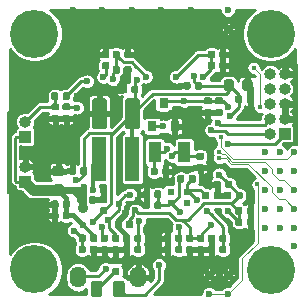
<source format=gbl>
G04 #@! TF.GenerationSoftware,KiCad,Pcbnew,(5.1.5-0-10_14)*
G04 #@! TF.CreationDate,2020-04-16T01:51:47+09:00*
G04 #@! TF.ProjectId,imxrt1020-breakout,696d7872-7431-4303-9230-2d627265616b,rev?*
G04 #@! TF.SameCoordinates,Original*
G04 #@! TF.FileFunction,Copper,L2,Bot*
G04 #@! TF.FilePolarity,Positive*
%FSLAX46Y46*%
G04 Gerber Fmt 4.6, Leading zero omitted, Abs format (unit mm)*
G04 Created by KiCad (PCBNEW (5.1.5-0-10_14)) date 2020-04-16 01:51:47*
%MOMM*%
%LPD*%
G04 APERTURE LIST*
G04 #@! TA.AperFunction,ComponentPad*
%ADD10O,1.400000X1.800000*%
G04 #@! TD*
G04 #@! TA.AperFunction,SMDPad,CuDef*
%ADD11R,1.003300X1.803400*%
G04 #@! TD*
G04 #@! TA.AperFunction,SMDPad,CuDef*
%ADD12R,0.609600X0.609600*%
G04 #@! TD*
G04 #@! TA.AperFunction,ComponentPad*
%ADD13C,4.064000*%
G04 #@! TD*
G04 #@! TA.AperFunction,SMDPad,CuDef*
%ADD14C,0.100000*%
G04 #@! TD*
G04 #@! TA.AperFunction,ComponentPad*
%ADD15R,1.000000X1.000000*%
G04 #@! TD*
G04 #@! TA.AperFunction,ComponentPad*
%ADD16O,1.000000X1.000000*%
G04 #@! TD*
G04 #@! TA.AperFunction,SMDPad,CuDef*
%ADD17R,1.200000X3.700000*%
G04 #@! TD*
G04 #@! TA.AperFunction,SMDPad,CuDef*
%ADD18R,0.800000X0.900000*%
G04 #@! TD*
G04 #@! TA.AperFunction,ComponentPad*
%ADD19C,0.600000*%
G04 #@! TD*
G04 #@! TA.AperFunction,ViaPad*
%ADD20C,0.600000*%
G04 #@! TD*
G04 #@! TA.AperFunction,ViaPad*
%ADD21C,0.900000*%
G04 #@! TD*
G04 #@! TA.AperFunction,ViaPad*
%ADD22C,0.450000*%
G04 #@! TD*
G04 #@! TA.AperFunction,Conductor*
%ADD23C,0.250000*%
G04 #@! TD*
G04 #@! TA.AperFunction,Conductor*
%ADD24C,0.400000*%
G04 #@! TD*
G04 #@! TA.AperFunction,Conductor*
%ADD25C,0.600000*%
G04 #@! TD*
G04 #@! TA.AperFunction,Conductor*
%ADD26C,0.450000*%
G04 #@! TD*
G04 #@! TA.AperFunction,Conductor*
%ADD27C,0.300000*%
G04 #@! TD*
G04 #@! TA.AperFunction,Conductor*
%ADD28C,0.500000*%
G04 #@! TD*
G04 #@! TA.AperFunction,Conductor*
%ADD29C,0.100000*%
G04 #@! TD*
G04 #@! TA.AperFunction,Conductor*
%ADD30C,0.900000*%
G04 #@! TD*
G04 #@! TA.AperFunction,Conductor*
%ADD31C,0.254000*%
G04 #@! TD*
G04 #@! TA.AperFunction,Conductor*
%ADD32C,0.127000*%
G04 #@! TD*
G04 APERTURE END LIST*
D10*
G04 #@! TO.P,SW1,2*
G04 #@! TO.N,GND*
X145030000Y-108120000D03*
G04 #@! TO.P,SW1,1*
G04 #@! TO.N,/POR_B*
X139950000Y-108120000D03*
G04 #@! TD*
D11*
G04 #@! TO.P,Y2,1*
G04 #@! TO.N,Net-(C37-Pad1)*
X146429050Y-97520000D03*
G04 #@! TO.P,Y2,2*
G04 #@! TO.N,Net-(C38-Pad1)*
X148930950Y-97520000D03*
G04 #@! TD*
D12*
G04 #@! TO.P,Y1,1*
G04 #@! TO.N,Net-(C26-Pad1)*
X147771500Y-101799999D03*
G04 #@! TO.P,Y1,2*
G04 #@! TO.N,N/C*
X147771500Y-100900001D03*
G04 #@! TO.P,Y1,3*
G04 #@! TO.N,Net-(C27-Pad1)*
X149168500Y-100900001D03*
G04 #@! TO.P,Y1,4*
G04 #@! TO.N,N/C*
X149168500Y-101799999D03*
G04 #@! TD*
D13*
G04 #@! TO.P,P5,1*
G04 #@! TO.N,N/C*
X136248000Y-107450000D03*
G04 #@! TD*
G04 #@! TO.P,P6,1*
G04 #@! TO.N,N/C*
X156248000Y-107490000D03*
G04 #@! TD*
G04 #@! TO.P,P7,1*
G04 #@! TO.N,N/C*
X136248000Y-87490000D03*
G04 #@! TD*
G04 #@! TO.P,P8,1*
G04 #@! TO.N,N/C*
X156248000Y-87490000D03*
G04 #@! TD*
G04 #@! TA.AperFunction,SMDPad,CuDef*
D14*
G04 #@! TO.P,C1,1*
G04 #@! TO.N,+3V3*
G36*
X138527691Y-100251053D02*
G01*
X138548926Y-100254203D01*
X138569750Y-100259419D01*
X138589962Y-100266651D01*
X138609368Y-100275830D01*
X138627781Y-100286866D01*
X138645024Y-100299654D01*
X138660930Y-100314070D01*
X138675346Y-100329976D01*
X138688134Y-100347219D01*
X138699170Y-100365632D01*
X138708349Y-100385038D01*
X138715581Y-100405250D01*
X138720797Y-100426074D01*
X138723947Y-100447309D01*
X138725000Y-100468750D01*
X138725000Y-100906250D01*
X138723947Y-100927691D01*
X138720797Y-100948926D01*
X138715581Y-100969750D01*
X138708349Y-100989962D01*
X138699170Y-101009368D01*
X138688134Y-101027781D01*
X138675346Y-101045024D01*
X138660930Y-101060930D01*
X138645024Y-101075346D01*
X138627781Y-101088134D01*
X138609368Y-101099170D01*
X138589962Y-101108349D01*
X138569750Y-101115581D01*
X138548926Y-101120797D01*
X138527691Y-101123947D01*
X138506250Y-101125000D01*
X137993750Y-101125000D01*
X137972309Y-101123947D01*
X137951074Y-101120797D01*
X137930250Y-101115581D01*
X137910038Y-101108349D01*
X137890632Y-101099170D01*
X137872219Y-101088134D01*
X137854976Y-101075346D01*
X137839070Y-101060930D01*
X137824654Y-101045024D01*
X137811866Y-101027781D01*
X137800830Y-101009368D01*
X137791651Y-100989962D01*
X137784419Y-100969750D01*
X137779203Y-100948926D01*
X137776053Y-100927691D01*
X137775000Y-100906250D01*
X137775000Y-100468750D01*
X137776053Y-100447309D01*
X137779203Y-100426074D01*
X137784419Y-100405250D01*
X137791651Y-100385038D01*
X137800830Y-100365632D01*
X137811866Y-100347219D01*
X137824654Y-100329976D01*
X137839070Y-100314070D01*
X137854976Y-100299654D01*
X137872219Y-100286866D01*
X137890632Y-100275830D01*
X137910038Y-100266651D01*
X137930250Y-100259419D01*
X137951074Y-100254203D01*
X137972309Y-100251053D01*
X137993750Y-100250000D01*
X138506250Y-100250000D01*
X138527691Y-100251053D01*
G37*
G04 #@! TD.AperFunction*
G04 #@! TA.AperFunction,SMDPad,CuDef*
G04 #@! TO.P,C1,2*
G04 #@! TO.N,GND*
G36*
X138527691Y-98676053D02*
G01*
X138548926Y-98679203D01*
X138569750Y-98684419D01*
X138589962Y-98691651D01*
X138609368Y-98700830D01*
X138627781Y-98711866D01*
X138645024Y-98724654D01*
X138660930Y-98739070D01*
X138675346Y-98754976D01*
X138688134Y-98772219D01*
X138699170Y-98790632D01*
X138708349Y-98810038D01*
X138715581Y-98830250D01*
X138720797Y-98851074D01*
X138723947Y-98872309D01*
X138725000Y-98893750D01*
X138725000Y-99331250D01*
X138723947Y-99352691D01*
X138720797Y-99373926D01*
X138715581Y-99394750D01*
X138708349Y-99414962D01*
X138699170Y-99434368D01*
X138688134Y-99452781D01*
X138675346Y-99470024D01*
X138660930Y-99485930D01*
X138645024Y-99500346D01*
X138627781Y-99513134D01*
X138609368Y-99524170D01*
X138589962Y-99533349D01*
X138569750Y-99540581D01*
X138548926Y-99545797D01*
X138527691Y-99548947D01*
X138506250Y-99550000D01*
X137993750Y-99550000D01*
X137972309Y-99548947D01*
X137951074Y-99545797D01*
X137930250Y-99540581D01*
X137910038Y-99533349D01*
X137890632Y-99524170D01*
X137872219Y-99513134D01*
X137854976Y-99500346D01*
X137839070Y-99485930D01*
X137824654Y-99470024D01*
X137811866Y-99452781D01*
X137800830Y-99434368D01*
X137791651Y-99414962D01*
X137784419Y-99394750D01*
X137779203Y-99373926D01*
X137776053Y-99352691D01*
X137775000Y-99331250D01*
X137775000Y-98893750D01*
X137776053Y-98872309D01*
X137779203Y-98851074D01*
X137784419Y-98830250D01*
X137791651Y-98810038D01*
X137800830Y-98790632D01*
X137811866Y-98772219D01*
X137824654Y-98754976D01*
X137839070Y-98739070D01*
X137854976Y-98724654D01*
X137872219Y-98711866D01*
X137890632Y-98700830D01*
X137910038Y-98691651D01*
X137930250Y-98684419D01*
X137951074Y-98679203D01*
X137972309Y-98676053D01*
X137993750Y-98675000D01*
X138506250Y-98675000D01*
X138527691Y-98676053D01*
G37*
G04 #@! TD.AperFunction*
G04 #@! TD*
G04 #@! TA.AperFunction,SMDPad,CuDef*
G04 #@! TO.P,C4,2*
G04 #@! TO.N,GND*
G36*
X138136958Y-102550710D02*
G01*
X138151276Y-102552834D01*
X138165317Y-102556351D01*
X138178946Y-102561228D01*
X138192031Y-102567417D01*
X138204447Y-102574858D01*
X138216073Y-102583481D01*
X138226798Y-102593202D01*
X138236519Y-102603927D01*
X138245142Y-102615553D01*
X138252583Y-102627969D01*
X138258772Y-102641054D01*
X138263649Y-102654683D01*
X138267166Y-102668724D01*
X138269290Y-102683042D01*
X138270000Y-102697500D01*
X138270000Y-103042500D01*
X138269290Y-103056958D01*
X138267166Y-103071276D01*
X138263649Y-103085317D01*
X138258772Y-103098946D01*
X138252583Y-103112031D01*
X138245142Y-103124447D01*
X138236519Y-103136073D01*
X138226798Y-103146798D01*
X138216073Y-103156519D01*
X138204447Y-103165142D01*
X138192031Y-103172583D01*
X138178946Y-103178772D01*
X138165317Y-103183649D01*
X138151276Y-103187166D01*
X138136958Y-103189290D01*
X138122500Y-103190000D01*
X137827500Y-103190000D01*
X137813042Y-103189290D01*
X137798724Y-103187166D01*
X137784683Y-103183649D01*
X137771054Y-103178772D01*
X137757969Y-103172583D01*
X137745553Y-103165142D01*
X137733927Y-103156519D01*
X137723202Y-103146798D01*
X137713481Y-103136073D01*
X137704858Y-103124447D01*
X137697417Y-103112031D01*
X137691228Y-103098946D01*
X137686351Y-103085317D01*
X137682834Y-103071276D01*
X137680710Y-103056958D01*
X137680000Y-103042500D01*
X137680000Y-102697500D01*
X137680710Y-102683042D01*
X137682834Y-102668724D01*
X137686351Y-102654683D01*
X137691228Y-102641054D01*
X137697417Y-102627969D01*
X137704858Y-102615553D01*
X137713481Y-102603927D01*
X137723202Y-102593202D01*
X137733927Y-102583481D01*
X137745553Y-102574858D01*
X137757969Y-102567417D01*
X137771054Y-102561228D01*
X137784683Y-102556351D01*
X137798724Y-102552834D01*
X137813042Y-102550710D01*
X137827500Y-102550000D01*
X138122500Y-102550000D01*
X138136958Y-102550710D01*
G37*
G04 #@! TD.AperFunction*
G04 #@! TA.AperFunction,SMDPad,CuDef*
G04 #@! TO.P,C4,1*
G04 #@! TO.N,+3V3*
G36*
X139106958Y-102550710D02*
G01*
X139121276Y-102552834D01*
X139135317Y-102556351D01*
X139148946Y-102561228D01*
X139162031Y-102567417D01*
X139174447Y-102574858D01*
X139186073Y-102583481D01*
X139196798Y-102593202D01*
X139206519Y-102603927D01*
X139215142Y-102615553D01*
X139222583Y-102627969D01*
X139228772Y-102641054D01*
X139233649Y-102654683D01*
X139237166Y-102668724D01*
X139239290Y-102683042D01*
X139240000Y-102697500D01*
X139240000Y-103042500D01*
X139239290Y-103056958D01*
X139237166Y-103071276D01*
X139233649Y-103085317D01*
X139228772Y-103098946D01*
X139222583Y-103112031D01*
X139215142Y-103124447D01*
X139206519Y-103136073D01*
X139196798Y-103146798D01*
X139186073Y-103156519D01*
X139174447Y-103165142D01*
X139162031Y-103172583D01*
X139148946Y-103178772D01*
X139135317Y-103183649D01*
X139121276Y-103187166D01*
X139106958Y-103189290D01*
X139092500Y-103190000D01*
X138797500Y-103190000D01*
X138783042Y-103189290D01*
X138768724Y-103187166D01*
X138754683Y-103183649D01*
X138741054Y-103178772D01*
X138727969Y-103172583D01*
X138715553Y-103165142D01*
X138703927Y-103156519D01*
X138693202Y-103146798D01*
X138683481Y-103136073D01*
X138674858Y-103124447D01*
X138667417Y-103112031D01*
X138661228Y-103098946D01*
X138656351Y-103085317D01*
X138652834Y-103071276D01*
X138650710Y-103056958D01*
X138650000Y-103042500D01*
X138650000Y-102697500D01*
X138650710Y-102683042D01*
X138652834Y-102668724D01*
X138656351Y-102654683D01*
X138661228Y-102641054D01*
X138667417Y-102627969D01*
X138674858Y-102615553D01*
X138683481Y-102603927D01*
X138693202Y-102593202D01*
X138703927Y-102583481D01*
X138715553Y-102574858D01*
X138727969Y-102567417D01*
X138741054Y-102561228D01*
X138754683Y-102556351D01*
X138768724Y-102552834D01*
X138783042Y-102550710D01*
X138797500Y-102550000D01*
X139092500Y-102550000D01*
X139106958Y-102550710D01*
G37*
G04 #@! TD.AperFunction*
G04 #@! TD*
G04 #@! TA.AperFunction,SMDPad,CuDef*
G04 #@! TO.P,C5,1*
G04 #@! TO.N,/DCDC_PSWITCH*
G36*
X140456958Y-105430710D02*
G01*
X140471276Y-105432834D01*
X140485317Y-105436351D01*
X140498946Y-105441228D01*
X140512031Y-105447417D01*
X140524447Y-105454858D01*
X140536073Y-105463481D01*
X140546798Y-105473202D01*
X140556519Y-105483927D01*
X140565142Y-105495553D01*
X140572583Y-105507969D01*
X140578772Y-105521054D01*
X140583649Y-105534683D01*
X140587166Y-105548724D01*
X140589290Y-105563042D01*
X140590000Y-105577500D01*
X140590000Y-105922500D01*
X140589290Y-105936958D01*
X140587166Y-105951276D01*
X140583649Y-105965317D01*
X140578772Y-105978946D01*
X140572583Y-105992031D01*
X140565142Y-106004447D01*
X140556519Y-106016073D01*
X140546798Y-106026798D01*
X140536073Y-106036519D01*
X140524447Y-106045142D01*
X140512031Y-106052583D01*
X140498946Y-106058772D01*
X140485317Y-106063649D01*
X140471276Y-106067166D01*
X140456958Y-106069290D01*
X140442500Y-106070000D01*
X140147500Y-106070000D01*
X140133042Y-106069290D01*
X140118724Y-106067166D01*
X140104683Y-106063649D01*
X140091054Y-106058772D01*
X140077969Y-106052583D01*
X140065553Y-106045142D01*
X140053927Y-106036519D01*
X140043202Y-106026798D01*
X140033481Y-106016073D01*
X140024858Y-106004447D01*
X140017417Y-105992031D01*
X140011228Y-105978946D01*
X140006351Y-105965317D01*
X140002834Y-105951276D01*
X140000710Y-105936958D01*
X140000000Y-105922500D01*
X140000000Y-105577500D01*
X140000710Y-105563042D01*
X140002834Y-105548724D01*
X140006351Y-105534683D01*
X140011228Y-105521054D01*
X140017417Y-105507969D01*
X140024858Y-105495553D01*
X140033481Y-105483927D01*
X140043202Y-105473202D01*
X140053927Y-105463481D01*
X140065553Y-105454858D01*
X140077969Y-105447417D01*
X140091054Y-105441228D01*
X140104683Y-105436351D01*
X140118724Y-105432834D01*
X140133042Y-105430710D01*
X140147500Y-105430000D01*
X140442500Y-105430000D01*
X140456958Y-105430710D01*
G37*
G04 #@! TD.AperFunction*
G04 #@! TA.AperFunction,SMDPad,CuDef*
G04 #@! TO.P,C5,2*
G04 #@! TO.N,GND*
G36*
X141426958Y-105430710D02*
G01*
X141441276Y-105432834D01*
X141455317Y-105436351D01*
X141468946Y-105441228D01*
X141482031Y-105447417D01*
X141494447Y-105454858D01*
X141506073Y-105463481D01*
X141516798Y-105473202D01*
X141526519Y-105483927D01*
X141535142Y-105495553D01*
X141542583Y-105507969D01*
X141548772Y-105521054D01*
X141553649Y-105534683D01*
X141557166Y-105548724D01*
X141559290Y-105563042D01*
X141560000Y-105577500D01*
X141560000Y-105922500D01*
X141559290Y-105936958D01*
X141557166Y-105951276D01*
X141553649Y-105965317D01*
X141548772Y-105978946D01*
X141542583Y-105992031D01*
X141535142Y-106004447D01*
X141526519Y-106016073D01*
X141516798Y-106026798D01*
X141506073Y-106036519D01*
X141494447Y-106045142D01*
X141482031Y-106052583D01*
X141468946Y-106058772D01*
X141455317Y-106063649D01*
X141441276Y-106067166D01*
X141426958Y-106069290D01*
X141412500Y-106070000D01*
X141117500Y-106070000D01*
X141103042Y-106069290D01*
X141088724Y-106067166D01*
X141074683Y-106063649D01*
X141061054Y-106058772D01*
X141047969Y-106052583D01*
X141035553Y-106045142D01*
X141023927Y-106036519D01*
X141013202Y-106026798D01*
X141003481Y-106016073D01*
X140994858Y-106004447D01*
X140987417Y-105992031D01*
X140981228Y-105978946D01*
X140976351Y-105965317D01*
X140972834Y-105951276D01*
X140970710Y-105936958D01*
X140970000Y-105922500D01*
X140970000Y-105577500D01*
X140970710Y-105563042D01*
X140972834Y-105548724D01*
X140976351Y-105534683D01*
X140981228Y-105521054D01*
X140987417Y-105507969D01*
X140994858Y-105495553D01*
X141003481Y-105483927D01*
X141013202Y-105473202D01*
X141023927Y-105463481D01*
X141035553Y-105454858D01*
X141047969Y-105447417D01*
X141061054Y-105441228D01*
X141074683Y-105436351D01*
X141088724Y-105432834D01*
X141103042Y-105430710D01*
X141117500Y-105430000D01*
X141412500Y-105430000D01*
X141426958Y-105430710D01*
G37*
G04 #@! TD.AperFunction*
G04 #@! TD*
G04 #@! TA.AperFunction,SMDPad,CuDef*
G04 #@! TO.P,C8,1*
G04 #@! TO.N,+3V3*
G36*
X153716958Y-103110710D02*
G01*
X153731276Y-103112834D01*
X153745317Y-103116351D01*
X153758946Y-103121228D01*
X153772031Y-103127417D01*
X153784447Y-103134858D01*
X153796073Y-103143481D01*
X153806798Y-103153202D01*
X153816519Y-103163927D01*
X153825142Y-103175553D01*
X153832583Y-103187969D01*
X153838772Y-103201054D01*
X153843649Y-103214683D01*
X153847166Y-103228724D01*
X153849290Y-103243042D01*
X153850000Y-103257500D01*
X153850000Y-103602500D01*
X153849290Y-103616958D01*
X153847166Y-103631276D01*
X153843649Y-103645317D01*
X153838772Y-103658946D01*
X153832583Y-103672031D01*
X153825142Y-103684447D01*
X153816519Y-103696073D01*
X153806798Y-103706798D01*
X153796073Y-103716519D01*
X153784447Y-103725142D01*
X153772031Y-103732583D01*
X153758946Y-103738772D01*
X153745317Y-103743649D01*
X153731276Y-103747166D01*
X153716958Y-103749290D01*
X153702500Y-103750000D01*
X153407500Y-103750000D01*
X153393042Y-103749290D01*
X153378724Y-103747166D01*
X153364683Y-103743649D01*
X153351054Y-103738772D01*
X153337969Y-103732583D01*
X153325553Y-103725142D01*
X153313927Y-103716519D01*
X153303202Y-103706798D01*
X153293481Y-103696073D01*
X153284858Y-103684447D01*
X153277417Y-103672031D01*
X153271228Y-103658946D01*
X153266351Y-103645317D01*
X153262834Y-103631276D01*
X153260710Y-103616958D01*
X153260000Y-103602500D01*
X153260000Y-103257500D01*
X153260710Y-103243042D01*
X153262834Y-103228724D01*
X153266351Y-103214683D01*
X153271228Y-103201054D01*
X153277417Y-103187969D01*
X153284858Y-103175553D01*
X153293481Y-103163927D01*
X153303202Y-103153202D01*
X153313927Y-103143481D01*
X153325553Y-103134858D01*
X153337969Y-103127417D01*
X153351054Y-103121228D01*
X153364683Y-103116351D01*
X153378724Y-103112834D01*
X153393042Y-103110710D01*
X153407500Y-103110000D01*
X153702500Y-103110000D01*
X153716958Y-103110710D01*
G37*
G04 #@! TD.AperFunction*
G04 #@! TA.AperFunction,SMDPad,CuDef*
G04 #@! TO.P,C8,2*
G04 #@! TO.N,GND*
G36*
X154686958Y-103110710D02*
G01*
X154701276Y-103112834D01*
X154715317Y-103116351D01*
X154728946Y-103121228D01*
X154742031Y-103127417D01*
X154754447Y-103134858D01*
X154766073Y-103143481D01*
X154776798Y-103153202D01*
X154786519Y-103163927D01*
X154795142Y-103175553D01*
X154802583Y-103187969D01*
X154808772Y-103201054D01*
X154813649Y-103214683D01*
X154817166Y-103228724D01*
X154819290Y-103243042D01*
X154820000Y-103257500D01*
X154820000Y-103602500D01*
X154819290Y-103616958D01*
X154817166Y-103631276D01*
X154813649Y-103645317D01*
X154808772Y-103658946D01*
X154802583Y-103672031D01*
X154795142Y-103684447D01*
X154786519Y-103696073D01*
X154776798Y-103706798D01*
X154766073Y-103716519D01*
X154754447Y-103725142D01*
X154742031Y-103732583D01*
X154728946Y-103738772D01*
X154715317Y-103743649D01*
X154701276Y-103747166D01*
X154686958Y-103749290D01*
X154672500Y-103750000D01*
X154377500Y-103750000D01*
X154363042Y-103749290D01*
X154348724Y-103747166D01*
X154334683Y-103743649D01*
X154321054Y-103738772D01*
X154307969Y-103732583D01*
X154295553Y-103725142D01*
X154283927Y-103716519D01*
X154273202Y-103706798D01*
X154263481Y-103696073D01*
X154254858Y-103684447D01*
X154247417Y-103672031D01*
X154241228Y-103658946D01*
X154236351Y-103645317D01*
X154232834Y-103631276D01*
X154230710Y-103616958D01*
X154230000Y-103602500D01*
X154230000Y-103257500D01*
X154230710Y-103243042D01*
X154232834Y-103228724D01*
X154236351Y-103214683D01*
X154241228Y-103201054D01*
X154247417Y-103187969D01*
X154254858Y-103175553D01*
X154263481Y-103163927D01*
X154273202Y-103153202D01*
X154283927Y-103143481D01*
X154295553Y-103134858D01*
X154307969Y-103127417D01*
X154321054Y-103121228D01*
X154334683Y-103116351D01*
X154348724Y-103112834D01*
X154363042Y-103110710D01*
X154377500Y-103110000D01*
X154672500Y-103110000D01*
X154686958Y-103110710D01*
G37*
G04 #@! TD.AperFunction*
G04 #@! TD*
G04 #@! TA.AperFunction,SMDPad,CuDef*
G04 #@! TO.P,C10,2*
G04 #@! TO.N,GND*
G36*
X150506958Y-105480710D02*
G01*
X150521276Y-105482834D01*
X150535317Y-105486351D01*
X150548946Y-105491228D01*
X150562031Y-105497417D01*
X150574447Y-105504858D01*
X150586073Y-105513481D01*
X150596798Y-105523202D01*
X150606519Y-105533927D01*
X150615142Y-105545553D01*
X150622583Y-105557969D01*
X150628772Y-105571054D01*
X150633649Y-105584683D01*
X150637166Y-105598724D01*
X150639290Y-105613042D01*
X150640000Y-105627500D01*
X150640000Y-105922500D01*
X150639290Y-105936958D01*
X150637166Y-105951276D01*
X150633649Y-105965317D01*
X150628772Y-105978946D01*
X150622583Y-105992031D01*
X150615142Y-106004447D01*
X150606519Y-106016073D01*
X150596798Y-106026798D01*
X150586073Y-106036519D01*
X150574447Y-106045142D01*
X150562031Y-106052583D01*
X150548946Y-106058772D01*
X150535317Y-106063649D01*
X150521276Y-106067166D01*
X150506958Y-106069290D01*
X150492500Y-106070000D01*
X150147500Y-106070000D01*
X150133042Y-106069290D01*
X150118724Y-106067166D01*
X150104683Y-106063649D01*
X150091054Y-106058772D01*
X150077969Y-106052583D01*
X150065553Y-106045142D01*
X150053927Y-106036519D01*
X150043202Y-106026798D01*
X150033481Y-106016073D01*
X150024858Y-106004447D01*
X150017417Y-105992031D01*
X150011228Y-105978946D01*
X150006351Y-105965317D01*
X150002834Y-105951276D01*
X150000710Y-105936958D01*
X150000000Y-105922500D01*
X150000000Y-105627500D01*
X150000710Y-105613042D01*
X150002834Y-105598724D01*
X150006351Y-105584683D01*
X150011228Y-105571054D01*
X150017417Y-105557969D01*
X150024858Y-105545553D01*
X150033481Y-105533927D01*
X150043202Y-105523202D01*
X150053927Y-105513481D01*
X150065553Y-105504858D01*
X150077969Y-105497417D01*
X150091054Y-105491228D01*
X150104683Y-105486351D01*
X150118724Y-105482834D01*
X150133042Y-105480710D01*
X150147500Y-105480000D01*
X150492500Y-105480000D01*
X150506958Y-105480710D01*
G37*
G04 #@! TD.AperFunction*
G04 #@! TA.AperFunction,SMDPad,CuDef*
G04 #@! TO.P,C10,1*
G04 #@! TO.N,+3V3*
G36*
X150506958Y-104510710D02*
G01*
X150521276Y-104512834D01*
X150535317Y-104516351D01*
X150548946Y-104521228D01*
X150562031Y-104527417D01*
X150574447Y-104534858D01*
X150586073Y-104543481D01*
X150596798Y-104553202D01*
X150606519Y-104563927D01*
X150615142Y-104575553D01*
X150622583Y-104587969D01*
X150628772Y-104601054D01*
X150633649Y-104614683D01*
X150637166Y-104628724D01*
X150639290Y-104643042D01*
X150640000Y-104657500D01*
X150640000Y-104952500D01*
X150639290Y-104966958D01*
X150637166Y-104981276D01*
X150633649Y-104995317D01*
X150628772Y-105008946D01*
X150622583Y-105022031D01*
X150615142Y-105034447D01*
X150606519Y-105046073D01*
X150596798Y-105056798D01*
X150586073Y-105066519D01*
X150574447Y-105075142D01*
X150562031Y-105082583D01*
X150548946Y-105088772D01*
X150535317Y-105093649D01*
X150521276Y-105097166D01*
X150506958Y-105099290D01*
X150492500Y-105100000D01*
X150147500Y-105100000D01*
X150133042Y-105099290D01*
X150118724Y-105097166D01*
X150104683Y-105093649D01*
X150091054Y-105088772D01*
X150077969Y-105082583D01*
X150065553Y-105075142D01*
X150053927Y-105066519D01*
X150043202Y-105056798D01*
X150033481Y-105046073D01*
X150024858Y-105034447D01*
X150017417Y-105022031D01*
X150011228Y-105008946D01*
X150006351Y-104995317D01*
X150002834Y-104981276D01*
X150000710Y-104966958D01*
X150000000Y-104952500D01*
X150000000Y-104657500D01*
X150000710Y-104643042D01*
X150002834Y-104628724D01*
X150006351Y-104614683D01*
X150011228Y-104601054D01*
X150017417Y-104587969D01*
X150024858Y-104575553D01*
X150033481Y-104563927D01*
X150043202Y-104553202D01*
X150053927Y-104543481D01*
X150065553Y-104534858D01*
X150077969Y-104527417D01*
X150091054Y-104521228D01*
X150104683Y-104516351D01*
X150118724Y-104512834D01*
X150133042Y-104510710D01*
X150147500Y-104510000D01*
X150492500Y-104510000D01*
X150506958Y-104510710D01*
G37*
G04 #@! TD.AperFunction*
G04 #@! TD*
G04 #@! TA.AperFunction,SMDPad,CuDef*
G04 #@! TO.P,C11,2*
G04 #@! TO.N,GND*
G36*
X143486958Y-103300710D02*
G01*
X143501276Y-103302834D01*
X143515317Y-103306351D01*
X143528946Y-103311228D01*
X143542031Y-103317417D01*
X143554447Y-103324858D01*
X143566073Y-103333481D01*
X143576798Y-103343202D01*
X143586519Y-103353927D01*
X143595142Y-103365553D01*
X143602583Y-103377969D01*
X143608772Y-103391054D01*
X143613649Y-103404683D01*
X143617166Y-103418724D01*
X143619290Y-103433042D01*
X143620000Y-103447500D01*
X143620000Y-103792500D01*
X143619290Y-103806958D01*
X143617166Y-103821276D01*
X143613649Y-103835317D01*
X143608772Y-103848946D01*
X143602583Y-103862031D01*
X143595142Y-103874447D01*
X143586519Y-103886073D01*
X143576798Y-103896798D01*
X143566073Y-103906519D01*
X143554447Y-103915142D01*
X143542031Y-103922583D01*
X143528946Y-103928772D01*
X143515317Y-103933649D01*
X143501276Y-103937166D01*
X143486958Y-103939290D01*
X143472500Y-103940000D01*
X143177500Y-103940000D01*
X143163042Y-103939290D01*
X143148724Y-103937166D01*
X143134683Y-103933649D01*
X143121054Y-103928772D01*
X143107969Y-103922583D01*
X143095553Y-103915142D01*
X143083927Y-103906519D01*
X143073202Y-103896798D01*
X143063481Y-103886073D01*
X143054858Y-103874447D01*
X143047417Y-103862031D01*
X143041228Y-103848946D01*
X143036351Y-103835317D01*
X143032834Y-103821276D01*
X143030710Y-103806958D01*
X143030000Y-103792500D01*
X143030000Y-103447500D01*
X143030710Y-103433042D01*
X143032834Y-103418724D01*
X143036351Y-103404683D01*
X143041228Y-103391054D01*
X143047417Y-103377969D01*
X143054858Y-103365553D01*
X143063481Y-103353927D01*
X143073202Y-103343202D01*
X143083927Y-103333481D01*
X143095553Y-103324858D01*
X143107969Y-103317417D01*
X143121054Y-103311228D01*
X143134683Y-103306351D01*
X143148724Y-103302834D01*
X143163042Y-103300710D01*
X143177500Y-103300000D01*
X143472500Y-103300000D01*
X143486958Y-103300710D01*
G37*
G04 #@! TD.AperFunction*
G04 #@! TA.AperFunction,SMDPad,CuDef*
G04 #@! TO.P,C11,1*
G04 #@! TO.N,+3V3*
G36*
X144456958Y-103300710D02*
G01*
X144471276Y-103302834D01*
X144485317Y-103306351D01*
X144498946Y-103311228D01*
X144512031Y-103317417D01*
X144524447Y-103324858D01*
X144536073Y-103333481D01*
X144546798Y-103343202D01*
X144556519Y-103353927D01*
X144565142Y-103365553D01*
X144572583Y-103377969D01*
X144578772Y-103391054D01*
X144583649Y-103404683D01*
X144587166Y-103418724D01*
X144589290Y-103433042D01*
X144590000Y-103447500D01*
X144590000Y-103792500D01*
X144589290Y-103806958D01*
X144587166Y-103821276D01*
X144583649Y-103835317D01*
X144578772Y-103848946D01*
X144572583Y-103862031D01*
X144565142Y-103874447D01*
X144556519Y-103886073D01*
X144546798Y-103896798D01*
X144536073Y-103906519D01*
X144524447Y-103915142D01*
X144512031Y-103922583D01*
X144498946Y-103928772D01*
X144485317Y-103933649D01*
X144471276Y-103937166D01*
X144456958Y-103939290D01*
X144442500Y-103940000D01*
X144147500Y-103940000D01*
X144133042Y-103939290D01*
X144118724Y-103937166D01*
X144104683Y-103933649D01*
X144091054Y-103928772D01*
X144077969Y-103922583D01*
X144065553Y-103915142D01*
X144053927Y-103906519D01*
X144043202Y-103896798D01*
X144033481Y-103886073D01*
X144024858Y-103874447D01*
X144017417Y-103862031D01*
X144011228Y-103848946D01*
X144006351Y-103835317D01*
X144002834Y-103821276D01*
X144000710Y-103806958D01*
X144000000Y-103792500D01*
X144000000Y-103447500D01*
X144000710Y-103433042D01*
X144002834Y-103418724D01*
X144006351Y-103404683D01*
X144011228Y-103391054D01*
X144017417Y-103377969D01*
X144024858Y-103365553D01*
X144033481Y-103353927D01*
X144043202Y-103343202D01*
X144053927Y-103333481D01*
X144065553Y-103324858D01*
X144077969Y-103317417D01*
X144091054Y-103311228D01*
X144104683Y-103306351D01*
X144118724Y-103302834D01*
X144133042Y-103300710D01*
X144147500Y-103300000D01*
X144442500Y-103300000D01*
X144456958Y-103300710D01*
G37*
G04 #@! TD.AperFunction*
G04 #@! TD*
G04 #@! TA.AperFunction,SMDPad,CuDef*
G04 #@! TO.P,C13,1*
G04 #@! TO.N,/ONOFF*
G36*
X142366958Y-104510710D02*
G01*
X142381276Y-104512834D01*
X142395317Y-104516351D01*
X142408946Y-104521228D01*
X142422031Y-104527417D01*
X142434447Y-104534858D01*
X142446073Y-104543481D01*
X142456798Y-104553202D01*
X142466519Y-104563927D01*
X142475142Y-104575553D01*
X142482583Y-104587969D01*
X142488772Y-104601054D01*
X142493649Y-104614683D01*
X142497166Y-104628724D01*
X142499290Y-104643042D01*
X142500000Y-104657500D01*
X142500000Y-104952500D01*
X142499290Y-104966958D01*
X142497166Y-104981276D01*
X142493649Y-104995317D01*
X142488772Y-105008946D01*
X142482583Y-105022031D01*
X142475142Y-105034447D01*
X142466519Y-105046073D01*
X142456798Y-105056798D01*
X142446073Y-105066519D01*
X142434447Y-105075142D01*
X142422031Y-105082583D01*
X142408946Y-105088772D01*
X142395317Y-105093649D01*
X142381276Y-105097166D01*
X142366958Y-105099290D01*
X142352500Y-105100000D01*
X142007500Y-105100000D01*
X141993042Y-105099290D01*
X141978724Y-105097166D01*
X141964683Y-105093649D01*
X141951054Y-105088772D01*
X141937969Y-105082583D01*
X141925553Y-105075142D01*
X141913927Y-105066519D01*
X141903202Y-105056798D01*
X141893481Y-105046073D01*
X141884858Y-105034447D01*
X141877417Y-105022031D01*
X141871228Y-105008946D01*
X141866351Y-104995317D01*
X141862834Y-104981276D01*
X141860710Y-104966958D01*
X141860000Y-104952500D01*
X141860000Y-104657500D01*
X141860710Y-104643042D01*
X141862834Y-104628724D01*
X141866351Y-104614683D01*
X141871228Y-104601054D01*
X141877417Y-104587969D01*
X141884858Y-104575553D01*
X141893481Y-104563927D01*
X141903202Y-104553202D01*
X141913927Y-104543481D01*
X141925553Y-104534858D01*
X141937969Y-104527417D01*
X141951054Y-104521228D01*
X141964683Y-104516351D01*
X141978724Y-104512834D01*
X141993042Y-104510710D01*
X142007500Y-104510000D01*
X142352500Y-104510000D01*
X142366958Y-104510710D01*
G37*
G04 #@! TD.AperFunction*
G04 #@! TA.AperFunction,SMDPad,CuDef*
G04 #@! TO.P,C13,2*
G04 #@! TO.N,GND*
G36*
X142366958Y-105480710D02*
G01*
X142381276Y-105482834D01*
X142395317Y-105486351D01*
X142408946Y-105491228D01*
X142422031Y-105497417D01*
X142434447Y-105504858D01*
X142446073Y-105513481D01*
X142456798Y-105523202D01*
X142466519Y-105533927D01*
X142475142Y-105545553D01*
X142482583Y-105557969D01*
X142488772Y-105571054D01*
X142493649Y-105584683D01*
X142497166Y-105598724D01*
X142499290Y-105613042D01*
X142500000Y-105627500D01*
X142500000Y-105922500D01*
X142499290Y-105936958D01*
X142497166Y-105951276D01*
X142493649Y-105965317D01*
X142488772Y-105978946D01*
X142482583Y-105992031D01*
X142475142Y-106004447D01*
X142466519Y-106016073D01*
X142456798Y-106026798D01*
X142446073Y-106036519D01*
X142434447Y-106045142D01*
X142422031Y-106052583D01*
X142408946Y-106058772D01*
X142395317Y-106063649D01*
X142381276Y-106067166D01*
X142366958Y-106069290D01*
X142352500Y-106070000D01*
X142007500Y-106070000D01*
X141993042Y-106069290D01*
X141978724Y-106067166D01*
X141964683Y-106063649D01*
X141951054Y-106058772D01*
X141937969Y-106052583D01*
X141925553Y-106045142D01*
X141913927Y-106036519D01*
X141903202Y-106026798D01*
X141893481Y-106016073D01*
X141884858Y-106004447D01*
X141877417Y-105992031D01*
X141871228Y-105978946D01*
X141866351Y-105965317D01*
X141862834Y-105951276D01*
X141860710Y-105936958D01*
X141860000Y-105922500D01*
X141860000Y-105627500D01*
X141860710Y-105613042D01*
X141862834Y-105598724D01*
X141866351Y-105584683D01*
X141871228Y-105571054D01*
X141877417Y-105557969D01*
X141884858Y-105545553D01*
X141893481Y-105533927D01*
X141903202Y-105523202D01*
X141913927Y-105513481D01*
X141925553Y-105504858D01*
X141937969Y-105497417D01*
X141951054Y-105491228D01*
X141964683Y-105486351D01*
X141978724Y-105482834D01*
X141993042Y-105480710D01*
X142007500Y-105480000D01*
X142352500Y-105480000D01*
X142366958Y-105480710D01*
G37*
G04 #@! TD.AperFunction*
G04 #@! TD*
G04 #@! TA.AperFunction,SMDPad,CuDef*
G04 #@! TO.P,C14,1*
G04 #@! TO.N,/DCDC_OUT*
G36*
X152942691Y-91356053D02*
G01*
X152963926Y-91359203D01*
X152984750Y-91364419D01*
X153004962Y-91371651D01*
X153024368Y-91380830D01*
X153042781Y-91391866D01*
X153060024Y-91404654D01*
X153075930Y-91419070D01*
X153090346Y-91434976D01*
X153103134Y-91452219D01*
X153114170Y-91470632D01*
X153123349Y-91490038D01*
X153130581Y-91510250D01*
X153135797Y-91531074D01*
X153138947Y-91552309D01*
X153140000Y-91573750D01*
X153140000Y-92086250D01*
X153138947Y-92107691D01*
X153135797Y-92128926D01*
X153130581Y-92149750D01*
X153123349Y-92169962D01*
X153114170Y-92189368D01*
X153103134Y-92207781D01*
X153090346Y-92225024D01*
X153075930Y-92240930D01*
X153060024Y-92255346D01*
X153042781Y-92268134D01*
X153024368Y-92279170D01*
X153004962Y-92288349D01*
X152984750Y-92295581D01*
X152963926Y-92300797D01*
X152942691Y-92303947D01*
X152921250Y-92305000D01*
X152483750Y-92305000D01*
X152462309Y-92303947D01*
X152441074Y-92300797D01*
X152420250Y-92295581D01*
X152400038Y-92288349D01*
X152380632Y-92279170D01*
X152362219Y-92268134D01*
X152344976Y-92255346D01*
X152329070Y-92240930D01*
X152314654Y-92225024D01*
X152301866Y-92207781D01*
X152290830Y-92189368D01*
X152281651Y-92169962D01*
X152274419Y-92149750D01*
X152269203Y-92128926D01*
X152266053Y-92107691D01*
X152265000Y-92086250D01*
X152265000Y-91573750D01*
X152266053Y-91552309D01*
X152269203Y-91531074D01*
X152274419Y-91510250D01*
X152281651Y-91490038D01*
X152290830Y-91470632D01*
X152301866Y-91452219D01*
X152314654Y-91434976D01*
X152329070Y-91419070D01*
X152344976Y-91404654D01*
X152362219Y-91391866D01*
X152380632Y-91380830D01*
X152400038Y-91371651D01*
X152420250Y-91364419D01*
X152441074Y-91359203D01*
X152462309Y-91356053D01*
X152483750Y-91355000D01*
X152921250Y-91355000D01*
X152942691Y-91356053D01*
G37*
G04 #@! TD.AperFunction*
G04 #@! TA.AperFunction,SMDPad,CuDef*
G04 #@! TO.P,C14,2*
G04 #@! TO.N,GND*
G36*
X154517691Y-91356053D02*
G01*
X154538926Y-91359203D01*
X154559750Y-91364419D01*
X154579962Y-91371651D01*
X154599368Y-91380830D01*
X154617781Y-91391866D01*
X154635024Y-91404654D01*
X154650930Y-91419070D01*
X154665346Y-91434976D01*
X154678134Y-91452219D01*
X154689170Y-91470632D01*
X154698349Y-91490038D01*
X154705581Y-91510250D01*
X154710797Y-91531074D01*
X154713947Y-91552309D01*
X154715000Y-91573750D01*
X154715000Y-92086250D01*
X154713947Y-92107691D01*
X154710797Y-92128926D01*
X154705581Y-92149750D01*
X154698349Y-92169962D01*
X154689170Y-92189368D01*
X154678134Y-92207781D01*
X154665346Y-92225024D01*
X154650930Y-92240930D01*
X154635024Y-92255346D01*
X154617781Y-92268134D01*
X154599368Y-92279170D01*
X154579962Y-92288349D01*
X154559750Y-92295581D01*
X154538926Y-92300797D01*
X154517691Y-92303947D01*
X154496250Y-92305000D01*
X154058750Y-92305000D01*
X154037309Y-92303947D01*
X154016074Y-92300797D01*
X153995250Y-92295581D01*
X153975038Y-92288349D01*
X153955632Y-92279170D01*
X153937219Y-92268134D01*
X153919976Y-92255346D01*
X153904070Y-92240930D01*
X153889654Y-92225024D01*
X153876866Y-92207781D01*
X153865830Y-92189368D01*
X153856651Y-92169962D01*
X153849419Y-92149750D01*
X153844203Y-92128926D01*
X153841053Y-92107691D01*
X153840000Y-92086250D01*
X153840000Y-91573750D01*
X153841053Y-91552309D01*
X153844203Y-91531074D01*
X153849419Y-91510250D01*
X153856651Y-91490038D01*
X153865830Y-91470632D01*
X153876866Y-91452219D01*
X153889654Y-91434976D01*
X153904070Y-91419070D01*
X153919976Y-91404654D01*
X153937219Y-91391866D01*
X153955632Y-91380830D01*
X153975038Y-91371651D01*
X153995250Y-91364419D01*
X154016074Y-91359203D01*
X154037309Y-91356053D01*
X154058750Y-91355000D01*
X154496250Y-91355000D01*
X154517691Y-91356053D01*
G37*
G04 #@! TD.AperFunction*
G04 #@! TD*
G04 #@! TA.AperFunction,SMDPad,CuDef*
G04 #@! TO.P,C15,2*
G04 #@! TO.N,GND*
G36*
X139626958Y-98790710D02*
G01*
X139641276Y-98792834D01*
X139655317Y-98796351D01*
X139668946Y-98801228D01*
X139682031Y-98807417D01*
X139694447Y-98814858D01*
X139706073Y-98823481D01*
X139716798Y-98833202D01*
X139726519Y-98843927D01*
X139735142Y-98855553D01*
X139742583Y-98867969D01*
X139748772Y-98881054D01*
X139753649Y-98894683D01*
X139757166Y-98908724D01*
X139759290Y-98923042D01*
X139760000Y-98937500D01*
X139760000Y-99282500D01*
X139759290Y-99296958D01*
X139757166Y-99311276D01*
X139753649Y-99325317D01*
X139748772Y-99338946D01*
X139742583Y-99352031D01*
X139735142Y-99364447D01*
X139726519Y-99376073D01*
X139716798Y-99386798D01*
X139706073Y-99396519D01*
X139694447Y-99405142D01*
X139682031Y-99412583D01*
X139668946Y-99418772D01*
X139655317Y-99423649D01*
X139641276Y-99427166D01*
X139626958Y-99429290D01*
X139612500Y-99430000D01*
X139317500Y-99430000D01*
X139303042Y-99429290D01*
X139288724Y-99427166D01*
X139274683Y-99423649D01*
X139261054Y-99418772D01*
X139247969Y-99412583D01*
X139235553Y-99405142D01*
X139223927Y-99396519D01*
X139213202Y-99386798D01*
X139203481Y-99376073D01*
X139194858Y-99364447D01*
X139187417Y-99352031D01*
X139181228Y-99338946D01*
X139176351Y-99325317D01*
X139172834Y-99311276D01*
X139170710Y-99296958D01*
X139170000Y-99282500D01*
X139170000Y-98937500D01*
X139170710Y-98923042D01*
X139172834Y-98908724D01*
X139176351Y-98894683D01*
X139181228Y-98881054D01*
X139187417Y-98867969D01*
X139194858Y-98855553D01*
X139203481Y-98843927D01*
X139213202Y-98833202D01*
X139223927Y-98823481D01*
X139235553Y-98814858D01*
X139247969Y-98807417D01*
X139261054Y-98801228D01*
X139274683Y-98796351D01*
X139288724Y-98792834D01*
X139303042Y-98790710D01*
X139317500Y-98790000D01*
X139612500Y-98790000D01*
X139626958Y-98790710D01*
G37*
G04 #@! TD.AperFunction*
G04 #@! TA.AperFunction,SMDPad,CuDef*
G04 #@! TO.P,C15,1*
G04 #@! TO.N,/DCDC_OUT*
G36*
X140596958Y-98790710D02*
G01*
X140611276Y-98792834D01*
X140625317Y-98796351D01*
X140638946Y-98801228D01*
X140652031Y-98807417D01*
X140664447Y-98814858D01*
X140676073Y-98823481D01*
X140686798Y-98833202D01*
X140696519Y-98843927D01*
X140705142Y-98855553D01*
X140712583Y-98867969D01*
X140718772Y-98881054D01*
X140723649Y-98894683D01*
X140727166Y-98908724D01*
X140729290Y-98923042D01*
X140730000Y-98937500D01*
X140730000Y-99282500D01*
X140729290Y-99296958D01*
X140727166Y-99311276D01*
X140723649Y-99325317D01*
X140718772Y-99338946D01*
X140712583Y-99352031D01*
X140705142Y-99364447D01*
X140696519Y-99376073D01*
X140686798Y-99386798D01*
X140676073Y-99396519D01*
X140664447Y-99405142D01*
X140652031Y-99412583D01*
X140638946Y-99418772D01*
X140625317Y-99423649D01*
X140611276Y-99427166D01*
X140596958Y-99429290D01*
X140582500Y-99430000D01*
X140287500Y-99430000D01*
X140273042Y-99429290D01*
X140258724Y-99427166D01*
X140244683Y-99423649D01*
X140231054Y-99418772D01*
X140217969Y-99412583D01*
X140205553Y-99405142D01*
X140193927Y-99396519D01*
X140183202Y-99386798D01*
X140173481Y-99376073D01*
X140164858Y-99364447D01*
X140157417Y-99352031D01*
X140151228Y-99338946D01*
X140146351Y-99325317D01*
X140142834Y-99311276D01*
X140140710Y-99296958D01*
X140140000Y-99282500D01*
X140140000Y-98937500D01*
X140140710Y-98923042D01*
X140142834Y-98908724D01*
X140146351Y-98894683D01*
X140151228Y-98881054D01*
X140157417Y-98867969D01*
X140164858Y-98855553D01*
X140173481Y-98843927D01*
X140183202Y-98833202D01*
X140193927Y-98823481D01*
X140205553Y-98814858D01*
X140217969Y-98807417D01*
X140231054Y-98801228D01*
X140244683Y-98796351D01*
X140258724Y-98792834D01*
X140273042Y-98790710D01*
X140287500Y-98790000D01*
X140582500Y-98790000D01*
X140596958Y-98790710D01*
G37*
G04 #@! TD.AperFunction*
G04 #@! TD*
G04 #@! TA.AperFunction,SMDPad,CuDef*
G04 #@! TO.P,C16,1*
G04 #@! TO.N,/DCDC_OUT*
G36*
X142266958Y-102200710D02*
G01*
X142281276Y-102202834D01*
X142295317Y-102206351D01*
X142308946Y-102211228D01*
X142322031Y-102217417D01*
X142334447Y-102224858D01*
X142346073Y-102233481D01*
X142356798Y-102243202D01*
X142366519Y-102253927D01*
X142375142Y-102265553D01*
X142382583Y-102277969D01*
X142388772Y-102291054D01*
X142393649Y-102304683D01*
X142397166Y-102318724D01*
X142399290Y-102333042D01*
X142400000Y-102347500D01*
X142400000Y-102642500D01*
X142399290Y-102656958D01*
X142397166Y-102671276D01*
X142393649Y-102685317D01*
X142388772Y-102698946D01*
X142382583Y-102712031D01*
X142375142Y-102724447D01*
X142366519Y-102736073D01*
X142356798Y-102746798D01*
X142346073Y-102756519D01*
X142334447Y-102765142D01*
X142322031Y-102772583D01*
X142308946Y-102778772D01*
X142295317Y-102783649D01*
X142281276Y-102787166D01*
X142266958Y-102789290D01*
X142252500Y-102790000D01*
X141907500Y-102790000D01*
X141893042Y-102789290D01*
X141878724Y-102787166D01*
X141864683Y-102783649D01*
X141851054Y-102778772D01*
X141837969Y-102772583D01*
X141825553Y-102765142D01*
X141813927Y-102756519D01*
X141803202Y-102746798D01*
X141793481Y-102736073D01*
X141784858Y-102724447D01*
X141777417Y-102712031D01*
X141771228Y-102698946D01*
X141766351Y-102685317D01*
X141762834Y-102671276D01*
X141760710Y-102656958D01*
X141760000Y-102642500D01*
X141760000Y-102347500D01*
X141760710Y-102333042D01*
X141762834Y-102318724D01*
X141766351Y-102304683D01*
X141771228Y-102291054D01*
X141777417Y-102277969D01*
X141784858Y-102265553D01*
X141793481Y-102253927D01*
X141803202Y-102243202D01*
X141813927Y-102233481D01*
X141825553Y-102224858D01*
X141837969Y-102217417D01*
X141851054Y-102211228D01*
X141864683Y-102206351D01*
X141878724Y-102202834D01*
X141893042Y-102200710D01*
X141907500Y-102200000D01*
X142252500Y-102200000D01*
X142266958Y-102200710D01*
G37*
G04 #@! TD.AperFunction*
G04 #@! TA.AperFunction,SMDPad,CuDef*
G04 #@! TO.P,C16,2*
G04 #@! TO.N,GND*
G36*
X142266958Y-101230710D02*
G01*
X142281276Y-101232834D01*
X142295317Y-101236351D01*
X142308946Y-101241228D01*
X142322031Y-101247417D01*
X142334447Y-101254858D01*
X142346073Y-101263481D01*
X142356798Y-101273202D01*
X142366519Y-101283927D01*
X142375142Y-101295553D01*
X142382583Y-101307969D01*
X142388772Y-101321054D01*
X142393649Y-101334683D01*
X142397166Y-101348724D01*
X142399290Y-101363042D01*
X142400000Y-101377500D01*
X142400000Y-101672500D01*
X142399290Y-101686958D01*
X142397166Y-101701276D01*
X142393649Y-101715317D01*
X142388772Y-101728946D01*
X142382583Y-101742031D01*
X142375142Y-101754447D01*
X142366519Y-101766073D01*
X142356798Y-101776798D01*
X142346073Y-101786519D01*
X142334447Y-101795142D01*
X142322031Y-101802583D01*
X142308946Y-101808772D01*
X142295317Y-101813649D01*
X142281276Y-101817166D01*
X142266958Y-101819290D01*
X142252500Y-101820000D01*
X141907500Y-101820000D01*
X141893042Y-101819290D01*
X141878724Y-101817166D01*
X141864683Y-101813649D01*
X141851054Y-101808772D01*
X141837969Y-101802583D01*
X141825553Y-101795142D01*
X141813927Y-101786519D01*
X141803202Y-101776798D01*
X141793481Y-101766073D01*
X141784858Y-101754447D01*
X141777417Y-101742031D01*
X141771228Y-101728946D01*
X141766351Y-101715317D01*
X141762834Y-101701276D01*
X141760710Y-101686958D01*
X141760000Y-101672500D01*
X141760000Y-101377500D01*
X141760710Y-101363042D01*
X141762834Y-101348724D01*
X141766351Y-101334683D01*
X141771228Y-101321054D01*
X141777417Y-101307969D01*
X141784858Y-101295553D01*
X141793481Y-101283927D01*
X141803202Y-101273202D01*
X141813927Y-101263481D01*
X141825553Y-101254858D01*
X141837969Y-101247417D01*
X141851054Y-101241228D01*
X141864683Y-101236351D01*
X141878724Y-101232834D01*
X141893042Y-101230710D01*
X141907500Y-101230000D01*
X142252500Y-101230000D01*
X142266958Y-101230710D01*
G37*
G04 #@! TD.AperFunction*
G04 #@! TD*
G04 #@! TA.AperFunction,SMDPad,CuDef*
G04 #@! TO.P,C17,2*
G04 #@! TO.N,GND*
G36*
X154686958Y-92710710D02*
G01*
X154701276Y-92712834D01*
X154715317Y-92716351D01*
X154728946Y-92721228D01*
X154742031Y-92727417D01*
X154754447Y-92734858D01*
X154766073Y-92743481D01*
X154776798Y-92753202D01*
X154786519Y-92763927D01*
X154795142Y-92775553D01*
X154802583Y-92787969D01*
X154808772Y-92801054D01*
X154813649Y-92814683D01*
X154817166Y-92828724D01*
X154819290Y-92843042D01*
X154820000Y-92857500D01*
X154820000Y-93202500D01*
X154819290Y-93216958D01*
X154817166Y-93231276D01*
X154813649Y-93245317D01*
X154808772Y-93258946D01*
X154802583Y-93272031D01*
X154795142Y-93284447D01*
X154786519Y-93296073D01*
X154776798Y-93306798D01*
X154766073Y-93316519D01*
X154754447Y-93325142D01*
X154742031Y-93332583D01*
X154728946Y-93338772D01*
X154715317Y-93343649D01*
X154701276Y-93347166D01*
X154686958Y-93349290D01*
X154672500Y-93350000D01*
X154377500Y-93350000D01*
X154363042Y-93349290D01*
X154348724Y-93347166D01*
X154334683Y-93343649D01*
X154321054Y-93338772D01*
X154307969Y-93332583D01*
X154295553Y-93325142D01*
X154283927Y-93316519D01*
X154273202Y-93306798D01*
X154263481Y-93296073D01*
X154254858Y-93284447D01*
X154247417Y-93272031D01*
X154241228Y-93258946D01*
X154236351Y-93245317D01*
X154232834Y-93231276D01*
X154230710Y-93216958D01*
X154230000Y-93202500D01*
X154230000Y-92857500D01*
X154230710Y-92843042D01*
X154232834Y-92828724D01*
X154236351Y-92814683D01*
X154241228Y-92801054D01*
X154247417Y-92787969D01*
X154254858Y-92775553D01*
X154263481Y-92763927D01*
X154273202Y-92753202D01*
X154283927Y-92743481D01*
X154295553Y-92734858D01*
X154307969Y-92727417D01*
X154321054Y-92721228D01*
X154334683Y-92716351D01*
X154348724Y-92712834D01*
X154363042Y-92710710D01*
X154377500Y-92710000D01*
X154672500Y-92710000D01*
X154686958Y-92710710D01*
G37*
G04 #@! TD.AperFunction*
G04 #@! TA.AperFunction,SMDPad,CuDef*
G04 #@! TO.P,C17,1*
G04 #@! TO.N,/DCDC_OUT*
G36*
X153716958Y-92710710D02*
G01*
X153731276Y-92712834D01*
X153745317Y-92716351D01*
X153758946Y-92721228D01*
X153772031Y-92727417D01*
X153784447Y-92734858D01*
X153796073Y-92743481D01*
X153806798Y-92753202D01*
X153816519Y-92763927D01*
X153825142Y-92775553D01*
X153832583Y-92787969D01*
X153838772Y-92801054D01*
X153843649Y-92814683D01*
X153847166Y-92828724D01*
X153849290Y-92843042D01*
X153850000Y-92857500D01*
X153850000Y-93202500D01*
X153849290Y-93216958D01*
X153847166Y-93231276D01*
X153843649Y-93245317D01*
X153838772Y-93258946D01*
X153832583Y-93272031D01*
X153825142Y-93284447D01*
X153816519Y-93296073D01*
X153806798Y-93306798D01*
X153796073Y-93316519D01*
X153784447Y-93325142D01*
X153772031Y-93332583D01*
X153758946Y-93338772D01*
X153745317Y-93343649D01*
X153731276Y-93347166D01*
X153716958Y-93349290D01*
X153702500Y-93350000D01*
X153407500Y-93350000D01*
X153393042Y-93349290D01*
X153378724Y-93347166D01*
X153364683Y-93343649D01*
X153351054Y-93338772D01*
X153337969Y-93332583D01*
X153325553Y-93325142D01*
X153313927Y-93316519D01*
X153303202Y-93306798D01*
X153293481Y-93296073D01*
X153284858Y-93284447D01*
X153277417Y-93272031D01*
X153271228Y-93258946D01*
X153266351Y-93245317D01*
X153262834Y-93231276D01*
X153260710Y-93216958D01*
X153260000Y-93202500D01*
X153260000Y-92857500D01*
X153260710Y-92843042D01*
X153262834Y-92828724D01*
X153266351Y-92814683D01*
X153271228Y-92801054D01*
X153277417Y-92787969D01*
X153284858Y-92775553D01*
X153293481Y-92763927D01*
X153303202Y-92753202D01*
X153313927Y-92743481D01*
X153325553Y-92734858D01*
X153337969Y-92727417D01*
X153351054Y-92721228D01*
X153364683Y-92716351D01*
X153378724Y-92712834D01*
X153393042Y-92710710D01*
X153407500Y-92710000D01*
X153702500Y-92710000D01*
X153716958Y-92710710D01*
G37*
G04 #@! TD.AperFunction*
G04 #@! TD*
G04 #@! TA.AperFunction,SMDPad,CuDef*
G04 #@! TO.P,C18,1*
G04 #@! TO.N,/DCDC_OUT*
G36*
X150296958Y-91580710D02*
G01*
X150311276Y-91582834D01*
X150325317Y-91586351D01*
X150338946Y-91591228D01*
X150352031Y-91597417D01*
X150364447Y-91604858D01*
X150376073Y-91613481D01*
X150386798Y-91623202D01*
X150396519Y-91633927D01*
X150405142Y-91645553D01*
X150412583Y-91657969D01*
X150418772Y-91671054D01*
X150423649Y-91684683D01*
X150427166Y-91698724D01*
X150429290Y-91713042D01*
X150430000Y-91727500D01*
X150430000Y-92072500D01*
X150429290Y-92086958D01*
X150427166Y-92101276D01*
X150423649Y-92115317D01*
X150418772Y-92128946D01*
X150412583Y-92142031D01*
X150405142Y-92154447D01*
X150396519Y-92166073D01*
X150386798Y-92176798D01*
X150376073Y-92186519D01*
X150364447Y-92195142D01*
X150352031Y-92202583D01*
X150338946Y-92208772D01*
X150325317Y-92213649D01*
X150311276Y-92217166D01*
X150296958Y-92219290D01*
X150282500Y-92220000D01*
X149987500Y-92220000D01*
X149973042Y-92219290D01*
X149958724Y-92217166D01*
X149944683Y-92213649D01*
X149931054Y-92208772D01*
X149917969Y-92202583D01*
X149905553Y-92195142D01*
X149893927Y-92186519D01*
X149883202Y-92176798D01*
X149873481Y-92166073D01*
X149864858Y-92154447D01*
X149857417Y-92142031D01*
X149851228Y-92128946D01*
X149846351Y-92115317D01*
X149842834Y-92101276D01*
X149840710Y-92086958D01*
X149840000Y-92072500D01*
X149840000Y-91727500D01*
X149840710Y-91713042D01*
X149842834Y-91698724D01*
X149846351Y-91684683D01*
X149851228Y-91671054D01*
X149857417Y-91657969D01*
X149864858Y-91645553D01*
X149873481Y-91633927D01*
X149883202Y-91623202D01*
X149893927Y-91613481D01*
X149905553Y-91604858D01*
X149917969Y-91597417D01*
X149931054Y-91591228D01*
X149944683Y-91586351D01*
X149958724Y-91582834D01*
X149973042Y-91580710D01*
X149987500Y-91580000D01*
X150282500Y-91580000D01*
X150296958Y-91580710D01*
G37*
G04 #@! TD.AperFunction*
G04 #@! TA.AperFunction,SMDPad,CuDef*
G04 #@! TO.P,C18,2*
G04 #@! TO.N,GND*
G36*
X149326958Y-91580710D02*
G01*
X149341276Y-91582834D01*
X149355317Y-91586351D01*
X149368946Y-91591228D01*
X149382031Y-91597417D01*
X149394447Y-91604858D01*
X149406073Y-91613481D01*
X149416798Y-91623202D01*
X149426519Y-91633927D01*
X149435142Y-91645553D01*
X149442583Y-91657969D01*
X149448772Y-91671054D01*
X149453649Y-91684683D01*
X149457166Y-91698724D01*
X149459290Y-91713042D01*
X149460000Y-91727500D01*
X149460000Y-92072500D01*
X149459290Y-92086958D01*
X149457166Y-92101276D01*
X149453649Y-92115317D01*
X149448772Y-92128946D01*
X149442583Y-92142031D01*
X149435142Y-92154447D01*
X149426519Y-92166073D01*
X149416798Y-92176798D01*
X149406073Y-92186519D01*
X149394447Y-92195142D01*
X149382031Y-92202583D01*
X149368946Y-92208772D01*
X149355317Y-92213649D01*
X149341276Y-92217166D01*
X149326958Y-92219290D01*
X149312500Y-92220000D01*
X149017500Y-92220000D01*
X149003042Y-92219290D01*
X148988724Y-92217166D01*
X148974683Y-92213649D01*
X148961054Y-92208772D01*
X148947969Y-92202583D01*
X148935553Y-92195142D01*
X148923927Y-92186519D01*
X148913202Y-92176798D01*
X148903481Y-92166073D01*
X148894858Y-92154447D01*
X148887417Y-92142031D01*
X148881228Y-92128946D01*
X148876351Y-92115317D01*
X148872834Y-92101276D01*
X148870710Y-92086958D01*
X148870000Y-92072500D01*
X148870000Y-91727500D01*
X148870710Y-91713042D01*
X148872834Y-91698724D01*
X148876351Y-91684683D01*
X148881228Y-91671054D01*
X148887417Y-91657969D01*
X148894858Y-91645553D01*
X148903481Y-91633927D01*
X148913202Y-91623202D01*
X148923927Y-91613481D01*
X148935553Y-91604858D01*
X148947969Y-91597417D01*
X148961054Y-91591228D01*
X148974683Y-91586351D01*
X148988724Y-91582834D01*
X149003042Y-91580710D01*
X149017500Y-91580000D01*
X149312500Y-91580000D01*
X149326958Y-91580710D01*
G37*
G04 #@! TD.AperFunction*
G04 #@! TD*
G04 #@! TA.AperFunction,SMDPad,CuDef*
G04 #@! TO.P,C19,2*
G04 #@! TO.N,GND*
G36*
X143936958Y-91890710D02*
G01*
X143951276Y-91892834D01*
X143965317Y-91896351D01*
X143978946Y-91901228D01*
X143992031Y-91907417D01*
X144004447Y-91914858D01*
X144016073Y-91923481D01*
X144026798Y-91933202D01*
X144036519Y-91943927D01*
X144045142Y-91955553D01*
X144052583Y-91967969D01*
X144058772Y-91981054D01*
X144063649Y-91994683D01*
X144067166Y-92008724D01*
X144069290Y-92023042D01*
X144070000Y-92037500D01*
X144070000Y-92382500D01*
X144069290Y-92396958D01*
X144067166Y-92411276D01*
X144063649Y-92425317D01*
X144058772Y-92438946D01*
X144052583Y-92452031D01*
X144045142Y-92464447D01*
X144036519Y-92476073D01*
X144026798Y-92486798D01*
X144016073Y-92496519D01*
X144004447Y-92505142D01*
X143992031Y-92512583D01*
X143978946Y-92518772D01*
X143965317Y-92523649D01*
X143951276Y-92527166D01*
X143936958Y-92529290D01*
X143922500Y-92530000D01*
X143627500Y-92530000D01*
X143613042Y-92529290D01*
X143598724Y-92527166D01*
X143584683Y-92523649D01*
X143571054Y-92518772D01*
X143557969Y-92512583D01*
X143545553Y-92505142D01*
X143533927Y-92496519D01*
X143523202Y-92486798D01*
X143513481Y-92476073D01*
X143504858Y-92464447D01*
X143497417Y-92452031D01*
X143491228Y-92438946D01*
X143486351Y-92425317D01*
X143482834Y-92411276D01*
X143480710Y-92396958D01*
X143480000Y-92382500D01*
X143480000Y-92037500D01*
X143480710Y-92023042D01*
X143482834Y-92008724D01*
X143486351Y-91994683D01*
X143491228Y-91981054D01*
X143497417Y-91967969D01*
X143504858Y-91955553D01*
X143513481Y-91943927D01*
X143523202Y-91933202D01*
X143533927Y-91923481D01*
X143545553Y-91914858D01*
X143557969Y-91907417D01*
X143571054Y-91901228D01*
X143584683Y-91896351D01*
X143598724Y-91892834D01*
X143613042Y-91890710D01*
X143627500Y-91890000D01*
X143922500Y-91890000D01*
X143936958Y-91890710D01*
G37*
G04 #@! TD.AperFunction*
G04 #@! TA.AperFunction,SMDPad,CuDef*
G04 #@! TO.P,C19,1*
G04 #@! TO.N,/DCDC_OUT*
G36*
X144906958Y-91890710D02*
G01*
X144921276Y-91892834D01*
X144935317Y-91896351D01*
X144948946Y-91901228D01*
X144962031Y-91907417D01*
X144974447Y-91914858D01*
X144986073Y-91923481D01*
X144996798Y-91933202D01*
X145006519Y-91943927D01*
X145015142Y-91955553D01*
X145022583Y-91967969D01*
X145028772Y-91981054D01*
X145033649Y-91994683D01*
X145037166Y-92008724D01*
X145039290Y-92023042D01*
X145040000Y-92037500D01*
X145040000Y-92382500D01*
X145039290Y-92396958D01*
X145037166Y-92411276D01*
X145033649Y-92425317D01*
X145028772Y-92438946D01*
X145022583Y-92452031D01*
X145015142Y-92464447D01*
X145006519Y-92476073D01*
X144996798Y-92486798D01*
X144986073Y-92496519D01*
X144974447Y-92505142D01*
X144962031Y-92512583D01*
X144948946Y-92518772D01*
X144935317Y-92523649D01*
X144921276Y-92527166D01*
X144906958Y-92529290D01*
X144892500Y-92530000D01*
X144597500Y-92530000D01*
X144583042Y-92529290D01*
X144568724Y-92527166D01*
X144554683Y-92523649D01*
X144541054Y-92518772D01*
X144527969Y-92512583D01*
X144515553Y-92505142D01*
X144503927Y-92496519D01*
X144493202Y-92486798D01*
X144483481Y-92476073D01*
X144474858Y-92464447D01*
X144467417Y-92452031D01*
X144461228Y-92438946D01*
X144456351Y-92425317D01*
X144452834Y-92411276D01*
X144450710Y-92396958D01*
X144450000Y-92382500D01*
X144450000Y-92037500D01*
X144450710Y-92023042D01*
X144452834Y-92008724D01*
X144456351Y-91994683D01*
X144461228Y-91981054D01*
X144467417Y-91967969D01*
X144474858Y-91955553D01*
X144483481Y-91943927D01*
X144493202Y-91933202D01*
X144503927Y-91923481D01*
X144515553Y-91914858D01*
X144527969Y-91907417D01*
X144541054Y-91901228D01*
X144554683Y-91896351D01*
X144568724Y-91892834D01*
X144583042Y-91890710D01*
X144597500Y-91890000D01*
X144892500Y-91890000D01*
X144906958Y-91890710D01*
G37*
G04 #@! TD.AperFunction*
G04 #@! TD*
G04 #@! TA.AperFunction,SMDPad,CuDef*
G04 #@! TO.P,C21,2*
G04 #@! TO.N,GND*
G36*
X151396958Y-104490710D02*
G01*
X151411276Y-104492834D01*
X151425317Y-104496351D01*
X151438946Y-104501228D01*
X151452031Y-104507417D01*
X151464447Y-104514858D01*
X151476073Y-104523481D01*
X151486798Y-104533202D01*
X151496519Y-104543927D01*
X151505142Y-104555553D01*
X151512583Y-104567969D01*
X151518772Y-104581054D01*
X151523649Y-104594683D01*
X151527166Y-104608724D01*
X151529290Y-104623042D01*
X151530000Y-104637500D01*
X151530000Y-104982500D01*
X151529290Y-104996958D01*
X151527166Y-105011276D01*
X151523649Y-105025317D01*
X151518772Y-105038946D01*
X151512583Y-105052031D01*
X151505142Y-105064447D01*
X151496519Y-105076073D01*
X151486798Y-105086798D01*
X151476073Y-105096519D01*
X151464447Y-105105142D01*
X151452031Y-105112583D01*
X151438946Y-105118772D01*
X151425317Y-105123649D01*
X151411276Y-105127166D01*
X151396958Y-105129290D01*
X151382500Y-105130000D01*
X151087500Y-105130000D01*
X151073042Y-105129290D01*
X151058724Y-105127166D01*
X151044683Y-105123649D01*
X151031054Y-105118772D01*
X151017969Y-105112583D01*
X151005553Y-105105142D01*
X150993927Y-105096519D01*
X150983202Y-105086798D01*
X150973481Y-105076073D01*
X150964858Y-105064447D01*
X150957417Y-105052031D01*
X150951228Y-105038946D01*
X150946351Y-105025317D01*
X150942834Y-105011276D01*
X150940710Y-104996958D01*
X150940000Y-104982500D01*
X150940000Y-104637500D01*
X150940710Y-104623042D01*
X150942834Y-104608724D01*
X150946351Y-104594683D01*
X150951228Y-104581054D01*
X150957417Y-104567969D01*
X150964858Y-104555553D01*
X150973481Y-104543927D01*
X150983202Y-104533202D01*
X150993927Y-104523481D01*
X151005553Y-104514858D01*
X151017969Y-104507417D01*
X151031054Y-104501228D01*
X151044683Y-104496351D01*
X151058724Y-104492834D01*
X151073042Y-104490710D01*
X151087500Y-104490000D01*
X151382500Y-104490000D01*
X151396958Y-104490710D01*
G37*
G04 #@! TD.AperFunction*
G04 #@! TA.AperFunction,SMDPad,CuDef*
G04 #@! TO.P,C21,1*
G04 #@! TO.N,/NVCC_PLL*
G36*
X152366958Y-104490710D02*
G01*
X152381276Y-104492834D01*
X152395317Y-104496351D01*
X152408946Y-104501228D01*
X152422031Y-104507417D01*
X152434447Y-104514858D01*
X152446073Y-104523481D01*
X152456798Y-104533202D01*
X152466519Y-104543927D01*
X152475142Y-104555553D01*
X152482583Y-104567969D01*
X152488772Y-104581054D01*
X152493649Y-104594683D01*
X152497166Y-104608724D01*
X152499290Y-104623042D01*
X152500000Y-104637500D01*
X152500000Y-104982500D01*
X152499290Y-104996958D01*
X152497166Y-105011276D01*
X152493649Y-105025317D01*
X152488772Y-105038946D01*
X152482583Y-105052031D01*
X152475142Y-105064447D01*
X152466519Y-105076073D01*
X152456798Y-105086798D01*
X152446073Y-105096519D01*
X152434447Y-105105142D01*
X152422031Y-105112583D01*
X152408946Y-105118772D01*
X152395317Y-105123649D01*
X152381276Y-105127166D01*
X152366958Y-105129290D01*
X152352500Y-105130000D01*
X152057500Y-105130000D01*
X152043042Y-105129290D01*
X152028724Y-105127166D01*
X152014683Y-105123649D01*
X152001054Y-105118772D01*
X151987969Y-105112583D01*
X151975553Y-105105142D01*
X151963927Y-105096519D01*
X151953202Y-105086798D01*
X151943481Y-105076073D01*
X151934858Y-105064447D01*
X151927417Y-105052031D01*
X151921228Y-105038946D01*
X151916351Y-105025317D01*
X151912834Y-105011276D01*
X151910710Y-104996958D01*
X151910000Y-104982500D01*
X151910000Y-104637500D01*
X151910710Y-104623042D01*
X151912834Y-104608724D01*
X151916351Y-104594683D01*
X151921228Y-104581054D01*
X151927417Y-104567969D01*
X151934858Y-104555553D01*
X151943481Y-104543927D01*
X151953202Y-104533202D01*
X151963927Y-104523481D01*
X151975553Y-104514858D01*
X151987969Y-104507417D01*
X152001054Y-104501228D01*
X152014683Y-104496351D01*
X152028724Y-104492834D01*
X152043042Y-104490710D01*
X152057500Y-104490000D01*
X152352500Y-104490000D01*
X152366958Y-104490710D01*
G37*
G04 #@! TD.AperFunction*
G04 #@! TD*
G04 #@! TA.AperFunction,SMDPad,CuDef*
G04 #@! TO.P,C23,1*
G04 #@! TO.N,/VDD_HIGH_CAP*
G36*
X148626958Y-104490710D02*
G01*
X148641276Y-104492834D01*
X148655317Y-104496351D01*
X148668946Y-104501228D01*
X148682031Y-104507417D01*
X148694447Y-104514858D01*
X148706073Y-104523481D01*
X148716798Y-104533202D01*
X148726519Y-104543927D01*
X148735142Y-104555553D01*
X148742583Y-104567969D01*
X148748772Y-104581054D01*
X148753649Y-104594683D01*
X148757166Y-104608724D01*
X148759290Y-104623042D01*
X148760000Y-104637500D01*
X148760000Y-104982500D01*
X148759290Y-104996958D01*
X148757166Y-105011276D01*
X148753649Y-105025317D01*
X148748772Y-105038946D01*
X148742583Y-105052031D01*
X148735142Y-105064447D01*
X148726519Y-105076073D01*
X148716798Y-105086798D01*
X148706073Y-105096519D01*
X148694447Y-105105142D01*
X148682031Y-105112583D01*
X148668946Y-105118772D01*
X148655317Y-105123649D01*
X148641276Y-105127166D01*
X148626958Y-105129290D01*
X148612500Y-105130000D01*
X148317500Y-105130000D01*
X148303042Y-105129290D01*
X148288724Y-105127166D01*
X148274683Y-105123649D01*
X148261054Y-105118772D01*
X148247969Y-105112583D01*
X148235553Y-105105142D01*
X148223927Y-105096519D01*
X148213202Y-105086798D01*
X148203481Y-105076073D01*
X148194858Y-105064447D01*
X148187417Y-105052031D01*
X148181228Y-105038946D01*
X148176351Y-105025317D01*
X148172834Y-105011276D01*
X148170710Y-104996958D01*
X148170000Y-104982500D01*
X148170000Y-104637500D01*
X148170710Y-104623042D01*
X148172834Y-104608724D01*
X148176351Y-104594683D01*
X148181228Y-104581054D01*
X148187417Y-104567969D01*
X148194858Y-104555553D01*
X148203481Y-104543927D01*
X148213202Y-104533202D01*
X148223927Y-104523481D01*
X148235553Y-104514858D01*
X148247969Y-104507417D01*
X148261054Y-104501228D01*
X148274683Y-104496351D01*
X148288724Y-104492834D01*
X148303042Y-104490710D01*
X148317500Y-104490000D01*
X148612500Y-104490000D01*
X148626958Y-104490710D01*
G37*
G04 #@! TD.AperFunction*
G04 #@! TA.AperFunction,SMDPad,CuDef*
G04 #@! TO.P,C23,2*
G04 #@! TO.N,GND*
G36*
X147656958Y-104490710D02*
G01*
X147671276Y-104492834D01*
X147685317Y-104496351D01*
X147698946Y-104501228D01*
X147712031Y-104507417D01*
X147724447Y-104514858D01*
X147736073Y-104523481D01*
X147746798Y-104533202D01*
X147756519Y-104543927D01*
X147765142Y-104555553D01*
X147772583Y-104567969D01*
X147778772Y-104581054D01*
X147783649Y-104594683D01*
X147787166Y-104608724D01*
X147789290Y-104623042D01*
X147790000Y-104637500D01*
X147790000Y-104982500D01*
X147789290Y-104996958D01*
X147787166Y-105011276D01*
X147783649Y-105025317D01*
X147778772Y-105038946D01*
X147772583Y-105052031D01*
X147765142Y-105064447D01*
X147756519Y-105076073D01*
X147746798Y-105086798D01*
X147736073Y-105096519D01*
X147724447Y-105105142D01*
X147712031Y-105112583D01*
X147698946Y-105118772D01*
X147685317Y-105123649D01*
X147671276Y-105127166D01*
X147656958Y-105129290D01*
X147642500Y-105130000D01*
X147347500Y-105130000D01*
X147333042Y-105129290D01*
X147318724Y-105127166D01*
X147304683Y-105123649D01*
X147291054Y-105118772D01*
X147277969Y-105112583D01*
X147265553Y-105105142D01*
X147253927Y-105096519D01*
X147243202Y-105086798D01*
X147233481Y-105076073D01*
X147224858Y-105064447D01*
X147217417Y-105052031D01*
X147211228Y-105038946D01*
X147206351Y-105025317D01*
X147202834Y-105011276D01*
X147200710Y-104996958D01*
X147200000Y-104982500D01*
X147200000Y-104637500D01*
X147200710Y-104623042D01*
X147202834Y-104608724D01*
X147206351Y-104594683D01*
X147211228Y-104581054D01*
X147217417Y-104567969D01*
X147224858Y-104555553D01*
X147233481Y-104543927D01*
X147243202Y-104533202D01*
X147253927Y-104523481D01*
X147265553Y-104514858D01*
X147277969Y-104507417D01*
X147291054Y-104501228D01*
X147304683Y-104496351D01*
X147318724Y-104492834D01*
X147333042Y-104490710D01*
X147347500Y-104490000D01*
X147642500Y-104490000D01*
X147656958Y-104490710D01*
G37*
G04 #@! TD.AperFunction*
G04 #@! TD*
G04 #@! TA.AperFunction,SMDPad,CuDef*
G04 #@! TO.P,C25,2*
G04 #@! TO.N,GND*
G36*
X144196958Y-104490710D02*
G01*
X144211276Y-104492834D01*
X144225317Y-104496351D01*
X144238946Y-104501228D01*
X144252031Y-104507417D01*
X144264447Y-104514858D01*
X144276073Y-104523481D01*
X144286798Y-104533202D01*
X144296519Y-104543927D01*
X144305142Y-104555553D01*
X144312583Y-104567969D01*
X144318772Y-104581054D01*
X144323649Y-104594683D01*
X144327166Y-104608724D01*
X144329290Y-104623042D01*
X144330000Y-104637500D01*
X144330000Y-104982500D01*
X144329290Y-104996958D01*
X144327166Y-105011276D01*
X144323649Y-105025317D01*
X144318772Y-105038946D01*
X144312583Y-105052031D01*
X144305142Y-105064447D01*
X144296519Y-105076073D01*
X144286798Y-105086798D01*
X144276073Y-105096519D01*
X144264447Y-105105142D01*
X144252031Y-105112583D01*
X144238946Y-105118772D01*
X144225317Y-105123649D01*
X144211276Y-105127166D01*
X144196958Y-105129290D01*
X144182500Y-105130000D01*
X143887500Y-105130000D01*
X143873042Y-105129290D01*
X143858724Y-105127166D01*
X143844683Y-105123649D01*
X143831054Y-105118772D01*
X143817969Y-105112583D01*
X143805553Y-105105142D01*
X143793927Y-105096519D01*
X143783202Y-105086798D01*
X143773481Y-105076073D01*
X143764858Y-105064447D01*
X143757417Y-105052031D01*
X143751228Y-105038946D01*
X143746351Y-105025317D01*
X143742834Y-105011276D01*
X143740710Y-104996958D01*
X143740000Y-104982500D01*
X143740000Y-104637500D01*
X143740710Y-104623042D01*
X143742834Y-104608724D01*
X143746351Y-104594683D01*
X143751228Y-104581054D01*
X143757417Y-104567969D01*
X143764858Y-104555553D01*
X143773481Y-104543927D01*
X143783202Y-104533202D01*
X143793927Y-104523481D01*
X143805553Y-104514858D01*
X143817969Y-104507417D01*
X143831054Y-104501228D01*
X143844683Y-104496351D01*
X143858724Y-104492834D01*
X143873042Y-104490710D01*
X143887500Y-104490000D01*
X144182500Y-104490000D01*
X144196958Y-104490710D01*
G37*
G04 #@! TD.AperFunction*
G04 #@! TA.AperFunction,SMDPad,CuDef*
G04 #@! TO.P,C25,1*
G04 #@! TO.N,/VDD_SNVS_CAP*
G36*
X145166958Y-104490710D02*
G01*
X145181276Y-104492834D01*
X145195317Y-104496351D01*
X145208946Y-104501228D01*
X145222031Y-104507417D01*
X145234447Y-104514858D01*
X145246073Y-104523481D01*
X145256798Y-104533202D01*
X145266519Y-104543927D01*
X145275142Y-104555553D01*
X145282583Y-104567969D01*
X145288772Y-104581054D01*
X145293649Y-104594683D01*
X145297166Y-104608724D01*
X145299290Y-104623042D01*
X145300000Y-104637500D01*
X145300000Y-104982500D01*
X145299290Y-104996958D01*
X145297166Y-105011276D01*
X145293649Y-105025317D01*
X145288772Y-105038946D01*
X145282583Y-105052031D01*
X145275142Y-105064447D01*
X145266519Y-105076073D01*
X145256798Y-105086798D01*
X145246073Y-105096519D01*
X145234447Y-105105142D01*
X145222031Y-105112583D01*
X145208946Y-105118772D01*
X145195317Y-105123649D01*
X145181276Y-105127166D01*
X145166958Y-105129290D01*
X145152500Y-105130000D01*
X144857500Y-105130000D01*
X144843042Y-105129290D01*
X144828724Y-105127166D01*
X144814683Y-105123649D01*
X144801054Y-105118772D01*
X144787969Y-105112583D01*
X144775553Y-105105142D01*
X144763927Y-105096519D01*
X144753202Y-105086798D01*
X144743481Y-105076073D01*
X144734858Y-105064447D01*
X144727417Y-105052031D01*
X144721228Y-105038946D01*
X144716351Y-105025317D01*
X144712834Y-105011276D01*
X144710710Y-104996958D01*
X144710000Y-104982500D01*
X144710000Y-104637500D01*
X144710710Y-104623042D01*
X144712834Y-104608724D01*
X144716351Y-104594683D01*
X144721228Y-104581054D01*
X144727417Y-104567969D01*
X144734858Y-104555553D01*
X144743481Y-104543927D01*
X144753202Y-104533202D01*
X144763927Y-104523481D01*
X144775553Y-104514858D01*
X144787969Y-104507417D01*
X144801054Y-104501228D01*
X144814683Y-104496351D01*
X144828724Y-104492834D01*
X144843042Y-104490710D01*
X144857500Y-104490000D01*
X145152500Y-104490000D01*
X145166958Y-104490710D01*
G37*
G04 #@! TD.AperFunction*
G04 #@! TD*
D15*
G04 #@! TO.P,JP1,1*
G04 #@! TO.N,+3V3*
X135455000Y-96230000D03*
D16*
G04 #@! TO.P,JP1,2*
G04 #@! TO.N,Net-(JP1-Pad2)*
X135455000Y-94960000D03*
G04 #@! TD*
G04 #@! TA.AperFunction,SMDPad,CuDef*
D14*
G04 #@! TO.P,C2,1*
G04 #@! TO.N,+3V3*
G36*
X140346958Y-101230710D02*
G01*
X140361276Y-101232834D01*
X140375317Y-101236351D01*
X140388946Y-101241228D01*
X140402031Y-101247417D01*
X140414447Y-101254858D01*
X140426073Y-101263481D01*
X140436798Y-101273202D01*
X140446519Y-101283927D01*
X140455142Y-101295553D01*
X140462583Y-101307969D01*
X140468772Y-101321054D01*
X140473649Y-101334683D01*
X140477166Y-101348724D01*
X140479290Y-101363042D01*
X140480000Y-101377500D01*
X140480000Y-101722500D01*
X140479290Y-101736958D01*
X140477166Y-101751276D01*
X140473649Y-101765317D01*
X140468772Y-101778946D01*
X140462583Y-101792031D01*
X140455142Y-101804447D01*
X140446519Y-101816073D01*
X140436798Y-101826798D01*
X140426073Y-101836519D01*
X140414447Y-101845142D01*
X140402031Y-101852583D01*
X140388946Y-101858772D01*
X140375317Y-101863649D01*
X140361276Y-101867166D01*
X140346958Y-101869290D01*
X140332500Y-101870000D01*
X140037500Y-101870000D01*
X140023042Y-101869290D01*
X140008724Y-101867166D01*
X139994683Y-101863649D01*
X139981054Y-101858772D01*
X139967969Y-101852583D01*
X139955553Y-101845142D01*
X139943927Y-101836519D01*
X139933202Y-101826798D01*
X139923481Y-101816073D01*
X139914858Y-101804447D01*
X139907417Y-101792031D01*
X139901228Y-101778946D01*
X139896351Y-101765317D01*
X139892834Y-101751276D01*
X139890710Y-101736958D01*
X139890000Y-101722500D01*
X139890000Y-101377500D01*
X139890710Y-101363042D01*
X139892834Y-101348724D01*
X139896351Y-101334683D01*
X139901228Y-101321054D01*
X139907417Y-101307969D01*
X139914858Y-101295553D01*
X139923481Y-101283927D01*
X139933202Y-101273202D01*
X139943927Y-101263481D01*
X139955553Y-101254858D01*
X139967969Y-101247417D01*
X139981054Y-101241228D01*
X139994683Y-101236351D01*
X140008724Y-101232834D01*
X140023042Y-101230710D01*
X140037500Y-101230000D01*
X140332500Y-101230000D01*
X140346958Y-101230710D01*
G37*
G04 #@! TD.AperFunction*
G04 #@! TA.AperFunction,SMDPad,CuDef*
G04 #@! TO.P,C2,2*
G04 #@! TO.N,GND*
G36*
X141316958Y-101230710D02*
G01*
X141331276Y-101232834D01*
X141345317Y-101236351D01*
X141358946Y-101241228D01*
X141372031Y-101247417D01*
X141384447Y-101254858D01*
X141396073Y-101263481D01*
X141406798Y-101273202D01*
X141416519Y-101283927D01*
X141425142Y-101295553D01*
X141432583Y-101307969D01*
X141438772Y-101321054D01*
X141443649Y-101334683D01*
X141447166Y-101348724D01*
X141449290Y-101363042D01*
X141450000Y-101377500D01*
X141450000Y-101722500D01*
X141449290Y-101736958D01*
X141447166Y-101751276D01*
X141443649Y-101765317D01*
X141438772Y-101778946D01*
X141432583Y-101792031D01*
X141425142Y-101804447D01*
X141416519Y-101816073D01*
X141406798Y-101826798D01*
X141396073Y-101836519D01*
X141384447Y-101845142D01*
X141372031Y-101852583D01*
X141358946Y-101858772D01*
X141345317Y-101863649D01*
X141331276Y-101867166D01*
X141316958Y-101869290D01*
X141302500Y-101870000D01*
X141007500Y-101870000D01*
X140993042Y-101869290D01*
X140978724Y-101867166D01*
X140964683Y-101863649D01*
X140951054Y-101858772D01*
X140937969Y-101852583D01*
X140925553Y-101845142D01*
X140913927Y-101836519D01*
X140903202Y-101826798D01*
X140893481Y-101816073D01*
X140884858Y-101804447D01*
X140877417Y-101792031D01*
X140871228Y-101778946D01*
X140866351Y-101765317D01*
X140862834Y-101751276D01*
X140860710Y-101736958D01*
X140860000Y-101722500D01*
X140860000Y-101377500D01*
X140860710Y-101363042D01*
X140862834Y-101348724D01*
X140866351Y-101334683D01*
X140871228Y-101321054D01*
X140877417Y-101307969D01*
X140884858Y-101295553D01*
X140893481Y-101283927D01*
X140903202Y-101273202D01*
X140913927Y-101263481D01*
X140925553Y-101254858D01*
X140937969Y-101247417D01*
X140951054Y-101241228D01*
X140964683Y-101236351D01*
X140978724Y-101232834D01*
X140993042Y-101230710D01*
X141007500Y-101230000D01*
X141302500Y-101230000D01*
X141316958Y-101230710D01*
G37*
G04 #@! TD.AperFunction*
G04 #@! TD*
G04 #@! TA.AperFunction,SMDPad,CuDef*
G04 #@! TO.P,C3,2*
G04 #@! TO.N,GND*
G36*
X138136958Y-101600710D02*
G01*
X138151276Y-101602834D01*
X138165317Y-101606351D01*
X138178946Y-101611228D01*
X138192031Y-101617417D01*
X138204447Y-101624858D01*
X138216073Y-101633481D01*
X138226798Y-101643202D01*
X138236519Y-101653927D01*
X138245142Y-101665553D01*
X138252583Y-101677969D01*
X138258772Y-101691054D01*
X138263649Y-101704683D01*
X138267166Y-101718724D01*
X138269290Y-101733042D01*
X138270000Y-101747500D01*
X138270000Y-102092500D01*
X138269290Y-102106958D01*
X138267166Y-102121276D01*
X138263649Y-102135317D01*
X138258772Y-102148946D01*
X138252583Y-102162031D01*
X138245142Y-102174447D01*
X138236519Y-102186073D01*
X138226798Y-102196798D01*
X138216073Y-102206519D01*
X138204447Y-102215142D01*
X138192031Y-102222583D01*
X138178946Y-102228772D01*
X138165317Y-102233649D01*
X138151276Y-102237166D01*
X138136958Y-102239290D01*
X138122500Y-102240000D01*
X137827500Y-102240000D01*
X137813042Y-102239290D01*
X137798724Y-102237166D01*
X137784683Y-102233649D01*
X137771054Y-102228772D01*
X137757969Y-102222583D01*
X137745553Y-102215142D01*
X137733927Y-102206519D01*
X137723202Y-102196798D01*
X137713481Y-102186073D01*
X137704858Y-102174447D01*
X137697417Y-102162031D01*
X137691228Y-102148946D01*
X137686351Y-102135317D01*
X137682834Y-102121276D01*
X137680710Y-102106958D01*
X137680000Y-102092500D01*
X137680000Y-101747500D01*
X137680710Y-101733042D01*
X137682834Y-101718724D01*
X137686351Y-101704683D01*
X137691228Y-101691054D01*
X137697417Y-101677969D01*
X137704858Y-101665553D01*
X137713481Y-101653927D01*
X137723202Y-101643202D01*
X137733927Y-101633481D01*
X137745553Y-101624858D01*
X137757969Y-101617417D01*
X137771054Y-101611228D01*
X137784683Y-101606351D01*
X137798724Y-101602834D01*
X137813042Y-101600710D01*
X137827500Y-101600000D01*
X138122500Y-101600000D01*
X138136958Y-101600710D01*
G37*
G04 #@! TD.AperFunction*
G04 #@! TA.AperFunction,SMDPad,CuDef*
G04 #@! TO.P,C3,1*
G04 #@! TO.N,+3V3*
G36*
X139106958Y-101600710D02*
G01*
X139121276Y-101602834D01*
X139135317Y-101606351D01*
X139148946Y-101611228D01*
X139162031Y-101617417D01*
X139174447Y-101624858D01*
X139186073Y-101633481D01*
X139196798Y-101643202D01*
X139206519Y-101653927D01*
X139215142Y-101665553D01*
X139222583Y-101677969D01*
X139228772Y-101691054D01*
X139233649Y-101704683D01*
X139237166Y-101718724D01*
X139239290Y-101733042D01*
X139240000Y-101747500D01*
X139240000Y-102092500D01*
X139239290Y-102106958D01*
X139237166Y-102121276D01*
X139233649Y-102135317D01*
X139228772Y-102148946D01*
X139222583Y-102162031D01*
X139215142Y-102174447D01*
X139206519Y-102186073D01*
X139196798Y-102196798D01*
X139186073Y-102206519D01*
X139174447Y-102215142D01*
X139162031Y-102222583D01*
X139148946Y-102228772D01*
X139135317Y-102233649D01*
X139121276Y-102237166D01*
X139106958Y-102239290D01*
X139092500Y-102240000D01*
X138797500Y-102240000D01*
X138783042Y-102239290D01*
X138768724Y-102237166D01*
X138754683Y-102233649D01*
X138741054Y-102228772D01*
X138727969Y-102222583D01*
X138715553Y-102215142D01*
X138703927Y-102206519D01*
X138693202Y-102196798D01*
X138683481Y-102186073D01*
X138674858Y-102174447D01*
X138667417Y-102162031D01*
X138661228Y-102148946D01*
X138656351Y-102135317D01*
X138652834Y-102121276D01*
X138650710Y-102106958D01*
X138650000Y-102092500D01*
X138650000Y-101747500D01*
X138650710Y-101733042D01*
X138652834Y-101718724D01*
X138656351Y-101704683D01*
X138661228Y-101691054D01*
X138667417Y-101677969D01*
X138674858Y-101665553D01*
X138683481Y-101653927D01*
X138693202Y-101643202D01*
X138703927Y-101633481D01*
X138715553Y-101624858D01*
X138727969Y-101617417D01*
X138741054Y-101611228D01*
X138754683Y-101606351D01*
X138768724Y-101602834D01*
X138783042Y-101600710D01*
X138797500Y-101600000D01*
X139092500Y-101600000D01*
X139106958Y-101600710D01*
G37*
G04 #@! TD.AperFunction*
G04 #@! TD*
G04 #@! TA.AperFunction,SMDPad,CuDef*
G04 #@! TO.P,C7,1*
G04 #@! TO.N,+3V3*
G36*
X153716958Y-102170710D02*
G01*
X153731276Y-102172834D01*
X153745317Y-102176351D01*
X153758946Y-102181228D01*
X153772031Y-102187417D01*
X153784447Y-102194858D01*
X153796073Y-102203481D01*
X153806798Y-102213202D01*
X153816519Y-102223927D01*
X153825142Y-102235553D01*
X153832583Y-102247969D01*
X153838772Y-102261054D01*
X153843649Y-102274683D01*
X153847166Y-102288724D01*
X153849290Y-102303042D01*
X153850000Y-102317500D01*
X153850000Y-102662500D01*
X153849290Y-102676958D01*
X153847166Y-102691276D01*
X153843649Y-102705317D01*
X153838772Y-102718946D01*
X153832583Y-102732031D01*
X153825142Y-102744447D01*
X153816519Y-102756073D01*
X153806798Y-102766798D01*
X153796073Y-102776519D01*
X153784447Y-102785142D01*
X153772031Y-102792583D01*
X153758946Y-102798772D01*
X153745317Y-102803649D01*
X153731276Y-102807166D01*
X153716958Y-102809290D01*
X153702500Y-102810000D01*
X153407500Y-102810000D01*
X153393042Y-102809290D01*
X153378724Y-102807166D01*
X153364683Y-102803649D01*
X153351054Y-102798772D01*
X153337969Y-102792583D01*
X153325553Y-102785142D01*
X153313927Y-102776519D01*
X153303202Y-102766798D01*
X153293481Y-102756073D01*
X153284858Y-102744447D01*
X153277417Y-102732031D01*
X153271228Y-102718946D01*
X153266351Y-102705317D01*
X153262834Y-102691276D01*
X153260710Y-102676958D01*
X153260000Y-102662500D01*
X153260000Y-102317500D01*
X153260710Y-102303042D01*
X153262834Y-102288724D01*
X153266351Y-102274683D01*
X153271228Y-102261054D01*
X153277417Y-102247969D01*
X153284858Y-102235553D01*
X153293481Y-102223927D01*
X153303202Y-102213202D01*
X153313927Y-102203481D01*
X153325553Y-102194858D01*
X153337969Y-102187417D01*
X153351054Y-102181228D01*
X153364683Y-102176351D01*
X153378724Y-102172834D01*
X153393042Y-102170710D01*
X153407500Y-102170000D01*
X153702500Y-102170000D01*
X153716958Y-102170710D01*
G37*
G04 #@! TD.AperFunction*
G04 #@! TA.AperFunction,SMDPad,CuDef*
G04 #@! TO.P,C7,2*
G04 #@! TO.N,GND*
G36*
X154686958Y-102170710D02*
G01*
X154701276Y-102172834D01*
X154715317Y-102176351D01*
X154728946Y-102181228D01*
X154742031Y-102187417D01*
X154754447Y-102194858D01*
X154766073Y-102203481D01*
X154776798Y-102213202D01*
X154786519Y-102223927D01*
X154795142Y-102235553D01*
X154802583Y-102247969D01*
X154808772Y-102261054D01*
X154813649Y-102274683D01*
X154817166Y-102288724D01*
X154819290Y-102303042D01*
X154820000Y-102317500D01*
X154820000Y-102662500D01*
X154819290Y-102676958D01*
X154817166Y-102691276D01*
X154813649Y-102705317D01*
X154808772Y-102718946D01*
X154802583Y-102732031D01*
X154795142Y-102744447D01*
X154786519Y-102756073D01*
X154776798Y-102766798D01*
X154766073Y-102776519D01*
X154754447Y-102785142D01*
X154742031Y-102792583D01*
X154728946Y-102798772D01*
X154715317Y-102803649D01*
X154701276Y-102807166D01*
X154686958Y-102809290D01*
X154672500Y-102810000D01*
X154377500Y-102810000D01*
X154363042Y-102809290D01*
X154348724Y-102807166D01*
X154334683Y-102803649D01*
X154321054Y-102798772D01*
X154307969Y-102792583D01*
X154295553Y-102785142D01*
X154283927Y-102776519D01*
X154273202Y-102766798D01*
X154263481Y-102756073D01*
X154254858Y-102744447D01*
X154247417Y-102732031D01*
X154241228Y-102718946D01*
X154236351Y-102705317D01*
X154232834Y-102691276D01*
X154230710Y-102676958D01*
X154230000Y-102662500D01*
X154230000Y-102317500D01*
X154230710Y-102303042D01*
X154232834Y-102288724D01*
X154236351Y-102274683D01*
X154241228Y-102261054D01*
X154247417Y-102247969D01*
X154254858Y-102235553D01*
X154263481Y-102223927D01*
X154273202Y-102213202D01*
X154283927Y-102203481D01*
X154295553Y-102194858D01*
X154307969Y-102187417D01*
X154321054Y-102181228D01*
X154334683Y-102176351D01*
X154348724Y-102172834D01*
X154363042Y-102170710D01*
X154377500Y-102170000D01*
X154672500Y-102170000D01*
X154686958Y-102170710D01*
G37*
G04 #@! TD.AperFunction*
G04 #@! TD*
G04 #@! TA.AperFunction,SMDPad,CuDef*
G04 #@! TO.P,C9,2*
G04 #@! TO.N,GND*
G36*
X149566958Y-105480710D02*
G01*
X149581276Y-105482834D01*
X149595317Y-105486351D01*
X149608946Y-105491228D01*
X149622031Y-105497417D01*
X149634447Y-105504858D01*
X149646073Y-105513481D01*
X149656798Y-105523202D01*
X149666519Y-105533927D01*
X149675142Y-105545553D01*
X149682583Y-105557969D01*
X149688772Y-105571054D01*
X149693649Y-105584683D01*
X149697166Y-105598724D01*
X149699290Y-105613042D01*
X149700000Y-105627500D01*
X149700000Y-105922500D01*
X149699290Y-105936958D01*
X149697166Y-105951276D01*
X149693649Y-105965317D01*
X149688772Y-105978946D01*
X149682583Y-105992031D01*
X149675142Y-106004447D01*
X149666519Y-106016073D01*
X149656798Y-106026798D01*
X149646073Y-106036519D01*
X149634447Y-106045142D01*
X149622031Y-106052583D01*
X149608946Y-106058772D01*
X149595317Y-106063649D01*
X149581276Y-106067166D01*
X149566958Y-106069290D01*
X149552500Y-106070000D01*
X149207500Y-106070000D01*
X149193042Y-106069290D01*
X149178724Y-106067166D01*
X149164683Y-106063649D01*
X149151054Y-106058772D01*
X149137969Y-106052583D01*
X149125553Y-106045142D01*
X149113927Y-106036519D01*
X149103202Y-106026798D01*
X149093481Y-106016073D01*
X149084858Y-106004447D01*
X149077417Y-105992031D01*
X149071228Y-105978946D01*
X149066351Y-105965317D01*
X149062834Y-105951276D01*
X149060710Y-105936958D01*
X149060000Y-105922500D01*
X149060000Y-105627500D01*
X149060710Y-105613042D01*
X149062834Y-105598724D01*
X149066351Y-105584683D01*
X149071228Y-105571054D01*
X149077417Y-105557969D01*
X149084858Y-105545553D01*
X149093481Y-105533927D01*
X149103202Y-105523202D01*
X149113927Y-105513481D01*
X149125553Y-105504858D01*
X149137969Y-105497417D01*
X149151054Y-105491228D01*
X149164683Y-105486351D01*
X149178724Y-105482834D01*
X149193042Y-105480710D01*
X149207500Y-105480000D01*
X149552500Y-105480000D01*
X149566958Y-105480710D01*
G37*
G04 #@! TD.AperFunction*
G04 #@! TA.AperFunction,SMDPad,CuDef*
G04 #@! TO.P,C9,1*
G04 #@! TO.N,+3V3*
G36*
X149566958Y-104510710D02*
G01*
X149581276Y-104512834D01*
X149595317Y-104516351D01*
X149608946Y-104521228D01*
X149622031Y-104527417D01*
X149634447Y-104534858D01*
X149646073Y-104543481D01*
X149656798Y-104553202D01*
X149666519Y-104563927D01*
X149675142Y-104575553D01*
X149682583Y-104587969D01*
X149688772Y-104601054D01*
X149693649Y-104614683D01*
X149697166Y-104628724D01*
X149699290Y-104643042D01*
X149700000Y-104657500D01*
X149700000Y-104952500D01*
X149699290Y-104966958D01*
X149697166Y-104981276D01*
X149693649Y-104995317D01*
X149688772Y-105008946D01*
X149682583Y-105022031D01*
X149675142Y-105034447D01*
X149666519Y-105046073D01*
X149656798Y-105056798D01*
X149646073Y-105066519D01*
X149634447Y-105075142D01*
X149622031Y-105082583D01*
X149608946Y-105088772D01*
X149595317Y-105093649D01*
X149581276Y-105097166D01*
X149566958Y-105099290D01*
X149552500Y-105100000D01*
X149207500Y-105100000D01*
X149193042Y-105099290D01*
X149178724Y-105097166D01*
X149164683Y-105093649D01*
X149151054Y-105088772D01*
X149137969Y-105082583D01*
X149125553Y-105075142D01*
X149113927Y-105066519D01*
X149103202Y-105056798D01*
X149093481Y-105046073D01*
X149084858Y-105034447D01*
X149077417Y-105022031D01*
X149071228Y-105008946D01*
X149066351Y-104995317D01*
X149062834Y-104981276D01*
X149060710Y-104966958D01*
X149060000Y-104952500D01*
X149060000Y-104657500D01*
X149060710Y-104643042D01*
X149062834Y-104628724D01*
X149066351Y-104614683D01*
X149071228Y-104601054D01*
X149077417Y-104587969D01*
X149084858Y-104575553D01*
X149093481Y-104563927D01*
X149103202Y-104553202D01*
X149113927Y-104543481D01*
X149125553Y-104534858D01*
X149137969Y-104527417D01*
X149151054Y-104521228D01*
X149164683Y-104516351D01*
X149178724Y-104512834D01*
X149193042Y-104510710D01*
X149207500Y-104510000D01*
X149552500Y-104510000D01*
X149566958Y-104510710D01*
G37*
G04 #@! TD.AperFunction*
G04 #@! TD*
G04 #@! TA.AperFunction,SMDPad,CuDef*
G04 #@! TO.P,C12,1*
G04 #@! TO.N,/POR_B*
G36*
X143306958Y-104510710D02*
G01*
X143321276Y-104512834D01*
X143335317Y-104516351D01*
X143348946Y-104521228D01*
X143362031Y-104527417D01*
X143374447Y-104534858D01*
X143386073Y-104543481D01*
X143396798Y-104553202D01*
X143406519Y-104563927D01*
X143415142Y-104575553D01*
X143422583Y-104587969D01*
X143428772Y-104601054D01*
X143433649Y-104614683D01*
X143437166Y-104628724D01*
X143439290Y-104643042D01*
X143440000Y-104657500D01*
X143440000Y-104952500D01*
X143439290Y-104966958D01*
X143437166Y-104981276D01*
X143433649Y-104995317D01*
X143428772Y-105008946D01*
X143422583Y-105022031D01*
X143415142Y-105034447D01*
X143406519Y-105046073D01*
X143396798Y-105056798D01*
X143386073Y-105066519D01*
X143374447Y-105075142D01*
X143362031Y-105082583D01*
X143348946Y-105088772D01*
X143335317Y-105093649D01*
X143321276Y-105097166D01*
X143306958Y-105099290D01*
X143292500Y-105100000D01*
X142947500Y-105100000D01*
X142933042Y-105099290D01*
X142918724Y-105097166D01*
X142904683Y-105093649D01*
X142891054Y-105088772D01*
X142877969Y-105082583D01*
X142865553Y-105075142D01*
X142853927Y-105066519D01*
X142843202Y-105056798D01*
X142833481Y-105046073D01*
X142824858Y-105034447D01*
X142817417Y-105022031D01*
X142811228Y-105008946D01*
X142806351Y-104995317D01*
X142802834Y-104981276D01*
X142800710Y-104966958D01*
X142800000Y-104952500D01*
X142800000Y-104657500D01*
X142800710Y-104643042D01*
X142802834Y-104628724D01*
X142806351Y-104614683D01*
X142811228Y-104601054D01*
X142817417Y-104587969D01*
X142824858Y-104575553D01*
X142833481Y-104563927D01*
X142843202Y-104553202D01*
X142853927Y-104543481D01*
X142865553Y-104534858D01*
X142877969Y-104527417D01*
X142891054Y-104521228D01*
X142904683Y-104516351D01*
X142918724Y-104512834D01*
X142933042Y-104510710D01*
X142947500Y-104510000D01*
X143292500Y-104510000D01*
X143306958Y-104510710D01*
G37*
G04 #@! TD.AperFunction*
G04 #@! TA.AperFunction,SMDPad,CuDef*
G04 #@! TO.P,C12,2*
G04 #@! TO.N,GND*
G36*
X143306958Y-105480710D02*
G01*
X143321276Y-105482834D01*
X143335317Y-105486351D01*
X143348946Y-105491228D01*
X143362031Y-105497417D01*
X143374447Y-105504858D01*
X143386073Y-105513481D01*
X143396798Y-105523202D01*
X143406519Y-105533927D01*
X143415142Y-105545553D01*
X143422583Y-105557969D01*
X143428772Y-105571054D01*
X143433649Y-105584683D01*
X143437166Y-105598724D01*
X143439290Y-105613042D01*
X143440000Y-105627500D01*
X143440000Y-105922500D01*
X143439290Y-105936958D01*
X143437166Y-105951276D01*
X143433649Y-105965317D01*
X143428772Y-105978946D01*
X143422583Y-105992031D01*
X143415142Y-106004447D01*
X143406519Y-106016073D01*
X143396798Y-106026798D01*
X143386073Y-106036519D01*
X143374447Y-106045142D01*
X143362031Y-106052583D01*
X143348946Y-106058772D01*
X143335317Y-106063649D01*
X143321276Y-106067166D01*
X143306958Y-106069290D01*
X143292500Y-106070000D01*
X142947500Y-106070000D01*
X142933042Y-106069290D01*
X142918724Y-106067166D01*
X142904683Y-106063649D01*
X142891054Y-106058772D01*
X142877969Y-106052583D01*
X142865553Y-106045142D01*
X142853927Y-106036519D01*
X142843202Y-106026798D01*
X142833481Y-106016073D01*
X142824858Y-106004447D01*
X142817417Y-105992031D01*
X142811228Y-105978946D01*
X142806351Y-105965317D01*
X142802834Y-105951276D01*
X142800710Y-105936958D01*
X142800000Y-105922500D01*
X142800000Y-105627500D01*
X142800710Y-105613042D01*
X142802834Y-105598724D01*
X142806351Y-105584683D01*
X142811228Y-105571054D01*
X142817417Y-105557969D01*
X142824858Y-105545553D01*
X142833481Y-105533927D01*
X142843202Y-105523202D01*
X142853927Y-105513481D01*
X142865553Y-105504858D01*
X142877969Y-105497417D01*
X142891054Y-105491228D01*
X142904683Y-105486351D01*
X142918724Y-105482834D01*
X142933042Y-105480710D01*
X142947500Y-105480000D01*
X143292500Y-105480000D01*
X143306958Y-105480710D01*
G37*
G04 #@! TD.AperFunction*
G04 #@! TD*
G04 #@! TA.AperFunction,SMDPad,CuDef*
G04 #@! TO.P,C20,1*
G04 #@! TO.N,/NVCC_PLL*
G36*
X152366958Y-105430710D02*
G01*
X152381276Y-105432834D01*
X152395317Y-105436351D01*
X152408946Y-105441228D01*
X152422031Y-105447417D01*
X152434447Y-105454858D01*
X152446073Y-105463481D01*
X152456798Y-105473202D01*
X152466519Y-105483927D01*
X152475142Y-105495553D01*
X152482583Y-105507969D01*
X152488772Y-105521054D01*
X152493649Y-105534683D01*
X152497166Y-105548724D01*
X152499290Y-105563042D01*
X152500000Y-105577500D01*
X152500000Y-105922500D01*
X152499290Y-105936958D01*
X152497166Y-105951276D01*
X152493649Y-105965317D01*
X152488772Y-105978946D01*
X152482583Y-105992031D01*
X152475142Y-106004447D01*
X152466519Y-106016073D01*
X152456798Y-106026798D01*
X152446073Y-106036519D01*
X152434447Y-106045142D01*
X152422031Y-106052583D01*
X152408946Y-106058772D01*
X152395317Y-106063649D01*
X152381276Y-106067166D01*
X152366958Y-106069290D01*
X152352500Y-106070000D01*
X152057500Y-106070000D01*
X152043042Y-106069290D01*
X152028724Y-106067166D01*
X152014683Y-106063649D01*
X152001054Y-106058772D01*
X151987969Y-106052583D01*
X151975553Y-106045142D01*
X151963927Y-106036519D01*
X151953202Y-106026798D01*
X151943481Y-106016073D01*
X151934858Y-106004447D01*
X151927417Y-105992031D01*
X151921228Y-105978946D01*
X151916351Y-105965317D01*
X151912834Y-105951276D01*
X151910710Y-105936958D01*
X151910000Y-105922500D01*
X151910000Y-105577500D01*
X151910710Y-105563042D01*
X151912834Y-105548724D01*
X151916351Y-105534683D01*
X151921228Y-105521054D01*
X151927417Y-105507969D01*
X151934858Y-105495553D01*
X151943481Y-105483927D01*
X151953202Y-105473202D01*
X151963927Y-105463481D01*
X151975553Y-105454858D01*
X151987969Y-105447417D01*
X152001054Y-105441228D01*
X152014683Y-105436351D01*
X152028724Y-105432834D01*
X152043042Y-105430710D01*
X152057500Y-105430000D01*
X152352500Y-105430000D01*
X152366958Y-105430710D01*
G37*
G04 #@! TD.AperFunction*
G04 #@! TA.AperFunction,SMDPad,CuDef*
G04 #@! TO.P,C20,2*
G04 #@! TO.N,GND*
G36*
X151396958Y-105430710D02*
G01*
X151411276Y-105432834D01*
X151425317Y-105436351D01*
X151438946Y-105441228D01*
X151452031Y-105447417D01*
X151464447Y-105454858D01*
X151476073Y-105463481D01*
X151486798Y-105473202D01*
X151496519Y-105483927D01*
X151505142Y-105495553D01*
X151512583Y-105507969D01*
X151518772Y-105521054D01*
X151523649Y-105534683D01*
X151527166Y-105548724D01*
X151529290Y-105563042D01*
X151530000Y-105577500D01*
X151530000Y-105922500D01*
X151529290Y-105936958D01*
X151527166Y-105951276D01*
X151523649Y-105965317D01*
X151518772Y-105978946D01*
X151512583Y-105992031D01*
X151505142Y-106004447D01*
X151496519Y-106016073D01*
X151486798Y-106026798D01*
X151476073Y-106036519D01*
X151464447Y-106045142D01*
X151452031Y-106052583D01*
X151438946Y-106058772D01*
X151425317Y-106063649D01*
X151411276Y-106067166D01*
X151396958Y-106069290D01*
X151382500Y-106070000D01*
X151087500Y-106070000D01*
X151073042Y-106069290D01*
X151058724Y-106067166D01*
X151044683Y-106063649D01*
X151031054Y-106058772D01*
X151017969Y-106052583D01*
X151005553Y-106045142D01*
X150993927Y-106036519D01*
X150983202Y-106026798D01*
X150973481Y-106016073D01*
X150964858Y-106004447D01*
X150957417Y-105992031D01*
X150951228Y-105978946D01*
X150946351Y-105965317D01*
X150942834Y-105951276D01*
X150940710Y-105936958D01*
X150940000Y-105922500D01*
X150940000Y-105577500D01*
X150940710Y-105563042D01*
X150942834Y-105548724D01*
X150946351Y-105534683D01*
X150951228Y-105521054D01*
X150957417Y-105507969D01*
X150964858Y-105495553D01*
X150973481Y-105483927D01*
X150983202Y-105473202D01*
X150993927Y-105463481D01*
X151005553Y-105454858D01*
X151017969Y-105447417D01*
X151031054Y-105441228D01*
X151044683Y-105436351D01*
X151058724Y-105432834D01*
X151073042Y-105430710D01*
X151087500Y-105430000D01*
X151382500Y-105430000D01*
X151396958Y-105430710D01*
G37*
G04 #@! TD.AperFunction*
G04 #@! TD*
G04 #@! TA.AperFunction,SMDPad,CuDef*
G04 #@! TO.P,C22,2*
G04 #@! TO.N,GND*
G36*
X147656958Y-105430710D02*
G01*
X147671276Y-105432834D01*
X147685317Y-105436351D01*
X147698946Y-105441228D01*
X147712031Y-105447417D01*
X147724447Y-105454858D01*
X147736073Y-105463481D01*
X147746798Y-105473202D01*
X147756519Y-105483927D01*
X147765142Y-105495553D01*
X147772583Y-105507969D01*
X147778772Y-105521054D01*
X147783649Y-105534683D01*
X147787166Y-105548724D01*
X147789290Y-105563042D01*
X147790000Y-105577500D01*
X147790000Y-105922500D01*
X147789290Y-105936958D01*
X147787166Y-105951276D01*
X147783649Y-105965317D01*
X147778772Y-105978946D01*
X147772583Y-105992031D01*
X147765142Y-106004447D01*
X147756519Y-106016073D01*
X147746798Y-106026798D01*
X147736073Y-106036519D01*
X147724447Y-106045142D01*
X147712031Y-106052583D01*
X147698946Y-106058772D01*
X147685317Y-106063649D01*
X147671276Y-106067166D01*
X147656958Y-106069290D01*
X147642500Y-106070000D01*
X147347500Y-106070000D01*
X147333042Y-106069290D01*
X147318724Y-106067166D01*
X147304683Y-106063649D01*
X147291054Y-106058772D01*
X147277969Y-106052583D01*
X147265553Y-106045142D01*
X147253927Y-106036519D01*
X147243202Y-106026798D01*
X147233481Y-106016073D01*
X147224858Y-106004447D01*
X147217417Y-105992031D01*
X147211228Y-105978946D01*
X147206351Y-105965317D01*
X147202834Y-105951276D01*
X147200710Y-105936958D01*
X147200000Y-105922500D01*
X147200000Y-105577500D01*
X147200710Y-105563042D01*
X147202834Y-105548724D01*
X147206351Y-105534683D01*
X147211228Y-105521054D01*
X147217417Y-105507969D01*
X147224858Y-105495553D01*
X147233481Y-105483927D01*
X147243202Y-105473202D01*
X147253927Y-105463481D01*
X147265553Y-105454858D01*
X147277969Y-105447417D01*
X147291054Y-105441228D01*
X147304683Y-105436351D01*
X147318724Y-105432834D01*
X147333042Y-105430710D01*
X147347500Y-105430000D01*
X147642500Y-105430000D01*
X147656958Y-105430710D01*
G37*
G04 #@! TD.AperFunction*
G04 #@! TA.AperFunction,SMDPad,CuDef*
G04 #@! TO.P,C22,1*
G04 #@! TO.N,/VDD_HIGH_CAP*
G36*
X148626958Y-105430710D02*
G01*
X148641276Y-105432834D01*
X148655317Y-105436351D01*
X148668946Y-105441228D01*
X148682031Y-105447417D01*
X148694447Y-105454858D01*
X148706073Y-105463481D01*
X148716798Y-105473202D01*
X148726519Y-105483927D01*
X148735142Y-105495553D01*
X148742583Y-105507969D01*
X148748772Y-105521054D01*
X148753649Y-105534683D01*
X148757166Y-105548724D01*
X148759290Y-105563042D01*
X148760000Y-105577500D01*
X148760000Y-105922500D01*
X148759290Y-105936958D01*
X148757166Y-105951276D01*
X148753649Y-105965317D01*
X148748772Y-105978946D01*
X148742583Y-105992031D01*
X148735142Y-106004447D01*
X148726519Y-106016073D01*
X148716798Y-106026798D01*
X148706073Y-106036519D01*
X148694447Y-106045142D01*
X148682031Y-106052583D01*
X148668946Y-106058772D01*
X148655317Y-106063649D01*
X148641276Y-106067166D01*
X148626958Y-106069290D01*
X148612500Y-106070000D01*
X148317500Y-106070000D01*
X148303042Y-106069290D01*
X148288724Y-106067166D01*
X148274683Y-106063649D01*
X148261054Y-106058772D01*
X148247969Y-106052583D01*
X148235553Y-106045142D01*
X148223927Y-106036519D01*
X148213202Y-106026798D01*
X148203481Y-106016073D01*
X148194858Y-106004447D01*
X148187417Y-105992031D01*
X148181228Y-105978946D01*
X148176351Y-105965317D01*
X148172834Y-105951276D01*
X148170710Y-105936958D01*
X148170000Y-105922500D01*
X148170000Y-105577500D01*
X148170710Y-105563042D01*
X148172834Y-105548724D01*
X148176351Y-105534683D01*
X148181228Y-105521054D01*
X148187417Y-105507969D01*
X148194858Y-105495553D01*
X148203481Y-105483927D01*
X148213202Y-105473202D01*
X148223927Y-105463481D01*
X148235553Y-105454858D01*
X148247969Y-105447417D01*
X148261054Y-105441228D01*
X148274683Y-105436351D01*
X148288724Y-105432834D01*
X148303042Y-105430710D01*
X148317500Y-105430000D01*
X148612500Y-105430000D01*
X148626958Y-105430710D01*
G37*
G04 #@! TD.AperFunction*
G04 #@! TD*
G04 #@! TA.AperFunction,SMDPad,CuDef*
G04 #@! TO.P,C24,1*
G04 #@! TO.N,/VDD_SNVS_CAP*
G36*
X145166958Y-105430710D02*
G01*
X145181276Y-105432834D01*
X145195317Y-105436351D01*
X145208946Y-105441228D01*
X145222031Y-105447417D01*
X145234447Y-105454858D01*
X145246073Y-105463481D01*
X145256798Y-105473202D01*
X145266519Y-105483927D01*
X145275142Y-105495553D01*
X145282583Y-105507969D01*
X145288772Y-105521054D01*
X145293649Y-105534683D01*
X145297166Y-105548724D01*
X145299290Y-105563042D01*
X145300000Y-105577500D01*
X145300000Y-105922500D01*
X145299290Y-105936958D01*
X145297166Y-105951276D01*
X145293649Y-105965317D01*
X145288772Y-105978946D01*
X145282583Y-105992031D01*
X145275142Y-106004447D01*
X145266519Y-106016073D01*
X145256798Y-106026798D01*
X145246073Y-106036519D01*
X145234447Y-106045142D01*
X145222031Y-106052583D01*
X145208946Y-106058772D01*
X145195317Y-106063649D01*
X145181276Y-106067166D01*
X145166958Y-106069290D01*
X145152500Y-106070000D01*
X144857500Y-106070000D01*
X144843042Y-106069290D01*
X144828724Y-106067166D01*
X144814683Y-106063649D01*
X144801054Y-106058772D01*
X144787969Y-106052583D01*
X144775553Y-106045142D01*
X144763927Y-106036519D01*
X144753202Y-106026798D01*
X144743481Y-106016073D01*
X144734858Y-106004447D01*
X144727417Y-105992031D01*
X144721228Y-105978946D01*
X144716351Y-105965317D01*
X144712834Y-105951276D01*
X144710710Y-105936958D01*
X144710000Y-105922500D01*
X144710000Y-105577500D01*
X144710710Y-105563042D01*
X144712834Y-105548724D01*
X144716351Y-105534683D01*
X144721228Y-105521054D01*
X144727417Y-105507969D01*
X144734858Y-105495553D01*
X144743481Y-105483927D01*
X144753202Y-105473202D01*
X144763927Y-105463481D01*
X144775553Y-105454858D01*
X144787969Y-105447417D01*
X144801054Y-105441228D01*
X144814683Y-105436351D01*
X144828724Y-105432834D01*
X144843042Y-105430710D01*
X144857500Y-105430000D01*
X145152500Y-105430000D01*
X145166958Y-105430710D01*
G37*
G04 #@! TD.AperFunction*
G04 #@! TA.AperFunction,SMDPad,CuDef*
G04 #@! TO.P,C24,2*
G04 #@! TO.N,GND*
G36*
X144196958Y-105430710D02*
G01*
X144211276Y-105432834D01*
X144225317Y-105436351D01*
X144238946Y-105441228D01*
X144252031Y-105447417D01*
X144264447Y-105454858D01*
X144276073Y-105463481D01*
X144286798Y-105473202D01*
X144296519Y-105483927D01*
X144305142Y-105495553D01*
X144312583Y-105507969D01*
X144318772Y-105521054D01*
X144323649Y-105534683D01*
X144327166Y-105548724D01*
X144329290Y-105563042D01*
X144330000Y-105577500D01*
X144330000Y-105922500D01*
X144329290Y-105936958D01*
X144327166Y-105951276D01*
X144323649Y-105965317D01*
X144318772Y-105978946D01*
X144312583Y-105992031D01*
X144305142Y-106004447D01*
X144296519Y-106016073D01*
X144286798Y-106026798D01*
X144276073Y-106036519D01*
X144264447Y-106045142D01*
X144252031Y-106052583D01*
X144238946Y-106058772D01*
X144225317Y-106063649D01*
X144211276Y-106067166D01*
X144196958Y-106069290D01*
X144182500Y-106070000D01*
X143887500Y-106070000D01*
X143873042Y-106069290D01*
X143858724Y-106067166D01*
X143844683Y-106063649D01*
X143831054Y-106058772D01*
X143817969Y-106052583D01*
X143805553Y-106045142D01*
X143793927Y-106036519D01*
X143783202Y-106026798D01*
X143773481Y-106016073D01*
X143764858Y-106004447D01*
X143757417Y-105992031D01*
X143751228Y-105978946D01*
X143746351Y-105965317D01*
X143742834Y-105951276D01*
X143740710Y-105936958D01*
X143740000Y-105922500D01*
X143740000Y-105577500D01*
X143740710Y-105563042D01*
X143742834Y-105548724D01*
X143746351Y-105534683D01*
X143751228Y-105521054D01*
X143757417Y-105507969D01*
X143764858Y-105495553D01*
X143773481Y-105483927D01*
X143783202Y-105473202D01*
X143793927Y-105463481D01*
X143805553Y-105454858D01*
X143817969Y-105447417D01*
X143831054Y-105441228D01*
X143844683Y-105436351D01*
X143858724Y-105432834D01*
X143873042Y-105430710D01*
X143887500Y-105430000D01*
X144182500Y-105430000D01*
X144196958Y-105430710D01*
G37*
G04 #@! TD.AperFunction*
G04 #@! TD*
G04 #@! TA.AperFunction,SMDPad,CuDef*
G04 #@! TO.P,R1,2*
G04 #@! TO.N,/DCDC_PSWITCH*
G36*
X140456958Y-104480710D02*
G01*
X140471276Y-104482834D01*
X140485317Y-104486351D01*
X140498946Y-104491228D01*
X140512031Y-104497417D01*
X140524447Y-104504858D01*
X140536073Y-104513481D01*
X140546798Y-104523202D01*
X140556519Y-104533927D01*
X140565142Y-104545553D01*
X140572583Y-104557969D01*
X140578772Y-104571054D01*
X140583649Y-104584683D01*
X140587166Y-104598724D01*
X140589290Y-104613042D01*
X140590000Y-104627500D01*
X140590000Y-104972500D01*
X140589290Y-104986958D01*
X140587166Y-105001276D01*
X140583649Y-105015317D01*
X140578772Y-105028946D01*
X140572583Y-105042031D01*
X140565142Y-105054447D01*
X140556519Y-105066073D01*
X140546798Y-105076798D01*
X140536073Y-105086519D01*
X140524447Y-105095142D01*
X140512031Y-105102583D01*
X140498946Y-105108772D01*
X140485317Y-105113649D01*
X140471276Y-105117166D01*
X140456958Y-105119290D01*
X140442500Y-105120000D01*
X140147500Y-105120000D01*
X140133042Y-105119290D01*
X140118724Y-105117166D01*
X140104683Y-105113649D01*
X140091054Y-105108772D01*
X140077969Y-105102583D01*
X140065553Y-105095142D01*
X140053927Y-105086519D01*
X140043202Y-105076798D01*
X140033481Y-105066073D01*
X140024858Y-105054447D01*
X140017417Y-105042031D01*
X140011228Y-105028946D01*
X140006351Y-105015317D01*
X140002834Y-105001276D01*
X140000710Y-104986958D01*
X140000000Y-104972500D01*
X140000000Y-104627500D01*
X140000710Y-104613042D01*
X140002834Y-104598724D01*
X140006351Y-104584683D01*
X140011228Y-104571054D01*
X140017417Y-104557969D01*
X140024858Y-104545553D01*
X140033481Y-104533927D01*
X140043202Y-104523202D01*
X140053927Y-104513481D01*
X140065553Y-104504858D01*
X140077969Y-104497417D01*
X140091054Y-104491228D01*
X140104683Y-104486351D01*
X140118724Y-104482834D01*
X140133042Y-104480710D01*
X140147500Y-104480000D01*
X140442500Y-104480000D01*
X140456958Y-104480710D01*
G37*
G04 #@! TD.AperFunction*
G04 #@! TA.AperFunction,SMDPad,CuDef*
G04 #@! TO.P,R1,1*
G04 #@! TO.N,+3V3*
G36*
X141426958Y-104480710D02*
G01*
X141441276Y-104482834D01*
X141455317Y-104486351D01*
X141468946Y-104491228D01*
X141482031Y-104497417D01*
X141494447Y-104504858D01*
X141506073Y-104513481D01*
X141516798Y-104523202D01*
X141526519Y-104533927D01*
X141535142Y-104545553D01*
X141542583Y-104557969D01*
X141548772Y-104571054D01*
X141553649Y-104584683D01*
X141557166Y-104598724D01*
X141559290Y-104613042D01*
X141560000Y-104627500D01*
X141560000Y-104972500D01*
X141559290Y-104986958D01*
X141557166Y-105001276D01*
X141553649Y-105015317D01*
X141548772Y-105028946D01*
X141542583Y-105042031D01*
X141535142Y-105054447D01*
X141526519Y-105066073D01*
X141516798Y-105076798D01*
X141506073Y-105086519D01*
X141494447Y-105095142D01*
X141482031Y-105102583D01*
X141468946Y-105108772D01*
X141455317Y-105113649D01*
X141441276Y-105117166D01*
X141426958Y-105119290D01*
X141412500Y-105120000D01*
X141117500Y-105120000D01*
X141103042Y-105119290D01*
X141088724Y-105117166D01*
X141074683Y-105113649D01*
X141061054Y-105108772D01*
X141047969Y-105102583D01*
X141035553Y-105095142D01*
X141023927Y-105086519D01*
X141013202Y-105076798D01*
X141003481Y-105066073D01*
X140994858Y-105054447D01*
X140987417Y-105042031D01*
X140981228Y-105028946D01*
X140976351Y-105015317D01*
X140972834Y-105001276D01*
X140970710Y-104986958D01*
X140970000Y-104972500D01*
X140970000Y-104627500D01*
X140970710Y-104613042D01*
X140972834Y-104598724D01*
X140976351Y-104584683D01*
X140981228Y-104571054D01*
X140987417Y-104557969D01*
X140994858Y-104545553D01*
X141003481Y-104533927D01*
X141013202Y-104523202D01*
X141023927Y-104513481D01*
X141035553Y-104504858D01*
X141047969Y-104497417D01*
X141061054Y-104491228D01*
X141074683Y-104486351D01*
X141088724Y-104482834D01*
X141103042Y-104480710D01*
X141117500Y-104480000D01*
X141412500Y-104480000D01*
X141426958Y-104480710D01*
G37*
G04 #@! TD.AperFunction*
G04 #@! TD*
G04 #@! TA.AperFunction,SMDPad,CuDef*
G04 #@! TO.P,R2,2*
G04 #@! TO.N,/BOOT_MODE0*
G36*
X139106958Y-92450710D02*
G01*
X139121276Y-92452834D01*
X139135317Y-92456351D01*
X139148946Y-92461228D01*
X139162031Y-92467417D01*
X139174447Y-92474858D01*
X139186073Y-92483481D01*
X139196798Y-92493202D01*
X139206519Y-92503927D01*
X139215142Y-92515553D01*
X139222583Y-92527969D01*
X139228772Y-92541054D01*
X139233649Y-92554683D01*
X139237166Y-92568724D01*
X139239290Y-92583042D01*
X139240000Y-92597500D01*
X139240000Y-92942500D01*
X139239290Y-92956958D01*
X139237166Y-92971276D01*
X139233649Y-92985317D01*
X139228772Y-92998946D01*
X139222583Y-93012031D01*
X139215142Y-93024447D01*
X139206519Y-93036073D01*
X139196798Y-93046798D01*
X139186073Y-93056519D01*
X139174447Y-93065142D01*
X139162031Y-93072583D01*
X139148946Y-93078772D01*
X139135317Y-93083649D01*
X139121276Y-93087166D01*
X139106958Y-93089290D01*
X139092500Y-93090000D01*
X138797500Y-93090000D01*
X138783042Y-93089290D01*
X138768724Y-93087166D01*
X138754683Y-93083649D01*
X138741054Y-93078772D01*
X138727969Y-93072583D01*
X138715553Y-93065142D01*
X138703927Y-93056519D01*
X138693202Y-93046798D01*
X138683481Y-93036073D01*
X138674858Y-93024447D01*
X138667417Y-93012031D01*
X138661228Y-92998946D01*
X138656351Y-92985317D01*
X138652834Y-92971276D01*
X138650710Y-92956958D01*
X138650000Y-92942500D01*
X138650000Y-92597500D01*
X138650710Y-92583042D01*
X138652834Y-92568724D01*
X138656351Y-92554683D01*
X138661228Y-92541054D01*
X138667417Y-92527969D01*
X138674858Y-92515553D01*
X138683481Y-92503927D01*
X138693202Y-92493202D01*
X138703927Y-92483481D01*
X138715553Y-92474858D01*
X138727969Y-92467417D01*
X138741054Y-92461228D01*
X138754683Y-92456351D01*
X138768724Y-92452834D01*
X138783042Y-92450710D01*
X138797500Y-92450000D01*
X139092500Y-92450000D01*
X139106958Y-92450710D01*
G37*
G04 #@! TD.AperFunction*
G04 #@! TA.AperFunction,SMDPad,CuDef*
G04 #@! TO.P,R2,1*
G04 #@! TO.N,Net-(JP1-Pad2)*
G36*
X138136958Y-92450710D02*
G01*
X138151276Y-92452834D01*
X138165317Y-92456351D01*
X138178946Y-92461228D01*
X138192031Y-92467417D01*
X138204447Y-92474858D01*
X138216073Y-92483481D01*
X138226798Y-92493202D01*
X138236519Y-92503927D01*
X138245142Y-92515553D01*
X138252583Y-92527969D01*
X138258772Y-92541054D01*
X138263649Y-92554683D01*
X138267166Y-92568724D01*
X138269290Y-92583042D01*
X138270000Y-92597500D01*
X138270000Y-92942500D01*
X138269290Y-92956958D01*
X138267166Y-92971276D01*
X138263649Y-92985317D01*
X138258772Y-92998946D01*
X138252583Y-93012031D01*
X138245142Y-93024447D01*
X138236519Y-93036073D01*
X138226798Y-93046798D01*
X138216073Y-93056519D01*
X138204447Y-93065142D01*
X138192031Y-93072583D01*
X138178946Y-93078772D01*
X138165317Y-93083649D01*
X138151276Y-93087166D01*
X138136958Y-93089290D01*
X138122500Y-93090000D01*
X137827500Y-93090000D01*
X137813042Y-93089290D01*
X137798724Y-93087166D01*
X137784683Y-93083649D01*
X137771054Y-93078772D01*
X137757969Y-93072583D01*
X137745553Y-93065142D01*
X137733927Y-93056519D01*
X137723202Y-93046798D01*
X137713481Y-93036073D01*
X137704858Y-93024447D01*
X137697417Y-93012031D01*
X137691228Y-92998946D01*
X137686351Y-92985317D01*
X137682834Y-92971276D01*
X137680710Y-92956958D01*
X137680000Y-92942500D01*
X137680000Y-92597500D01*
X137680710Y-92583042D01*
X137682834Y-92568724D01*
X137686351Y-92554683D01*
X137691228Y-92541054D01*
X137697417Y-92527969D01*
X137704858Y-92515553D01*
X137713481Y-92503927D01*
X137723202Y-92493202D01*
X137733927Y-92483481D01*
X137745553Y-92474858D01*
X137757969Y-92467417D01*
X137771054Y-92461228D01*
X137784683Y-92456351D01*
X137798724Y-92452834D01*
X137813042Y-92450710D01*
X137827500Y-92450000D01*
X138122500Y-92450000D01*
X138136958Y-92450710D01*
G37*
G04 #@! TD.AperFunction*
G04 #@! TD*
G04 #@! TA.AperFunction,SMDPad,CuDef*
G04 #@! TO.P,R3,1*
G04 #@! TO.N,Net-(JP1-Pad2)*
G36*
X138186958Y-93390710D02*
G01*
X138201276Y-93392834D01*
X138215317Y-93396351D01*
X138228946Y-93401228D01*
X138242031Y-93407417D01*
X138254447Y-93414858D01*
X138266073Y-93423481D01*
X138276798Y-93433202D01*
X138286519Y-93443927D01*
X138295142Y-93455553D01*
X138302583Y-93467969D01*
X138308772Y-93481054D01*
X138313649Y-93494683D01*
X138317166Y-93508724D01*
X138319290Y-93523042D01*
X138320000Y-93537500D01*
X138320000Y-93832500D01*
X138319290Y-93846958D01*
X138317166Y-93861276D01*
X138313649Y-93875317D01*
X138308772Y-93888946D01*
X138302583Y-93902031D01*
X138295142Y-93914447D01*
X138286519Y-93926073D01*
X138276798Y-93936798D01*
X138266073Y-93946519D01*
X138254447Y-93955142D01*
X138242031Y-93962583D01*
X138228946Y-93968772D01*
X138215317Y-93973649D01*
X138201276Y-93977166D01*
X138186958Y-93979290D01*
X138172500Y-93980000D01*
X137827500Y-93980000D01*
X137813042Y-93979290D01*
X137798724Y-93977166D01*
X137784683Y-93973649D01*
X137771054Y-93968772D01*
X137757969Y-93962583D01*
X137745553Y-93955142D01*
X137733927Y-93946519D01*
X137723202Y-93936798D01*
X137713481Y-93926073D01*
X137704858Y-93914447D01*
X137697417Y-93902031D01*
X137691228Y-93888946D01*
X137686351Y-93875317D01*
X137682834Y-93861276D01*
X137680710Y-93846958D01*
X137680000Y-93832500D01*
X137680000Y-93537500D01*
X137680710Y-93523042D01*
X137682834Y-93508724D01*
X137686351Y-93494683D01*
X137691228Y-93481054D01*
X137697417Y-93467969D01*
X137704858Y-93455553D01*
X137713481Y-93443927D01*
X137723202Y-93433202D01*
X137733927Y-93423481D01*
X137745553Y-93414858D01*
X137757969Y-93407417D01*
X137771054Y-93401228D01*
X137784683Y-93396351D01*
X137798724Y-93392834D01*
X137813042Y-93390710D01*
X137827500Y-93390000D01*
X138172500Y-93390000D01*
X138186958Y-93390710D01*
G37*
G04 #@! TD.AperFunction*
G04 #@! TA.AperFunction,SMDPad,CuDef*
G04 #@! TO.P,R3,2*
G04 #@! TO.N,GND*
G36*
X138186958Y-94360710D02*
G01*
X138201276Y-94362834D01*
X138215317Y-94366351D01*
X138228946Y-94371228D01*
X138242031Y-94377417D01*
X138254447Y-94384858D01*
X138266073Y-94393481D01*
X138276798Y-94403202D01*
X138286519Y-94413927D01*
X138295142Y-94425553D01*
X138302583Y-94437969D01*
X138308772Y-94451054D01*
X138313649Y-94464683D01*
X138317166Y-94478724D01*
X138319290Y-94493042D01*
X138320000Y-94507500D01*
X138320000Y-94802500D01*
X138319290Y-94816958D01*
X138317166Y-94831276D01*
X138313649Y-94845317D01*
X138308772Y-94858946D01*
X138302583Y-94872031D01*
X138295142Y-94884447D01*
X138286519Y-94896073D01*
X138276798Y-94906798D01*
X138266073Y-94916519D01*
X138254447Y-94925142D01*
X138242031Y-94932583D01*
X138228946Y-94938772D01*
X138215317Y-94943649D01*
X138201276Y-94947166D01*
X138186958Y-94949290D01*
X138172500Y-94950000D01*
X137827500Y-94950000D01*
X137813042Y-94949290D01*
X137798724Y-94947166D01*
X137784683Y-94943649D01*
X137771054Y-94938772D01*
X137757969Y-94932583D01*
X137745553Y-94925142D01*
X137733927Y-94916519D01*
X137723202Y-94906798D01*
X137713481Y-94896073D01*
X137704858Y-94884447D01*
X137697417Y-94872031D01*
X137691228Y-94858946D01*
X137686351Y-94845317D01*
X137682834Y-94831276D01*
X137680710Y-94816958D01*
X137680000Y-94802500D01*
X137680000Y-94507500D01*
X137680710Y-94493042D01*
X137682834Y-94478724D01*
X137686351Y-94464683D01*
X137691228Y-94451054D01*
X137697417Y-94437969D01*
X137704858Y-94425553D01*
X137713481Y-94413927D01*
X137723202Y-94403202D01*
X137733927Y-94393481D01*
X137745553Y-94384858D01*
X137757969Y-94377417D01*
X137771054Y-94371228D01*
X137784683Y-94366351D01*
X137798724Y-94362834D01*
X137813042Y-94360710D01*
X137827500Y-94360000D01*
X138172500Y-94360000D01*
X138186958Y-94360710D01*
G37*
G04 #@! TD.AperFunction*
G04 #@! TD*
G04 #@! TA.AperFunction,SMDPad,CuDef*
G04 #@! TO.P,R4,1*
G04 #@! TO.N,GND*
G36*
X142456958Y-88930710D02*
G01*
X142471276Y-88932834D01*
X142485317Y-88936351D01*
X142498946Y-88941228D01*
X142512031Y-88947417D01*
X142524447Y-88954858D01*
X142536073Y-88963481D01*
X142546798Y-88973202D01*
X142556519Y-88983927D01*
X142565142Y-88995553D01*
X142572583Y-89007969D01*
X142578772Y-89021054D01*
X142583649Y-89034683D01*
X142587166Y-89048724D01*
X142589290Y-89063042D01*
X142590000Y-89077500D01*
X142590000Y-89372500D01*
X142589290Y-89386958D01*
X142587166Y-89401276D01*
X142583649Y-89415317D01*
X142578772Y-89428946D01*
X142572583Y-89442031D01*
X142565142Y-89454447D01*
X142556519Y-89466073D01*
X142546798Y-89476798D01*
X142536073Y-89486519D01*
X142524447Y-89495142D01*
X142512031Y-89502583D01*
X142498946Y-89508772D01*
X142485317Y-89513649D01*
X142471276Y-89517166D01*
X142456958Y-89519290D01*
X142442500Y-89520000D01*
X142097500Y-89520000D01*
X142083042Y-89519290D01*
X142068724Y-89517166D01*
X142054683Y-89513649D01*
X142041054Y-89508772D01*
X142027969Y-89502583D01*
X142015553Y-89495142D01*
X142003927Y-89486519D01*
X141993202Y-89476798D01*
X141983481Y-89466073D01*
X141974858Y-89454447D01*
X141967417Y-89442031D01*
X141961228Y-89428946D01*
X141956351Y-89415317D01*
X141952834Y-89401276D01*
X141950710Y-89386958D01*
X141950000Y-89372500D01*
X141950000Y-89077500D01*
X141950710Y-89063042D01*
X141952834Y-89048724D01*
X141956351Y-89034683D01*
X141961228Y-89021054D01*
X141967417Y-89007969D01*
X141974858Y-88995553D01*
X141983481Y-88983927D01*
X141993202Y-88973202D01*
X142003927Y-88963481D01*
X142015553Y-88954858D01*
X142027969Y-88947417D01*
X142041054Y-88941228D01*
X142054683Y-88936351D01*
X142068724Y-88932834D01*
X142083042Y-88930710D01*
X142097500Y-88930000D01*
X142442500Y-88930000D01*
X142456958Y-88930710D01*
G37*
G04 #@! TD.AperFunction*
G04 #@! TA.AperFunction,SMDPad,CuDef*
G04 #@! TO.P,R4,2*
G04 #@! TO.N,/BOOT_MODE1*
G36*
X142456958Y-89900710D02*
G01*
X142471276Y-89902834D01*
X142485317Y-89906351D01*
X142498946Y-89911228D01*
X142512031Y-89917417D01*
X142524447Y-89924858D01*
X142536073Y-89933481D01*
X142546798Y-89943202D01*
X142556519Y-89953927D01*
X142565142Y-89965553D01*
X142572583Y-89977969D01*
X142578772Y-89991054D01*
X142583649Y-90004683D01*
X142587166Y-90018724D01*
X142589290Y-90033042D01*
X142590000Y-90047500D01*
X142590000Y-90342500D01*
X142589290Y-90356958D01*
X142587166Y-90371276D01*
X142583649Y-90385317D01*
X142578772Y-90398946D01*
X142572583Y-90412031D01*
X142565142Y-90424447D01*
X142556519Y-90436073D01*
X142546798Y-90446798D01*
X142536073Y-90456519D01*
X142524447Y-90465142D01*
X142512031Y-90472583D01*
X142498946Y-90478772D01*
X142485317Y-90483649D01*
X142471276Y-90487166D01*
X142456958Y-90489290D01*
X142442500Y-90490000D01*
X142097500Y-90490000D01*
X142083042Y-90489290D01*
X142068724Y-90487166D01*
X142054683Y-90483649D01*
X142041054Y-90478772D01*
X142027969Y-90472583D01*
X142015553Y-90465142D01*
X142003927Y-90456519D01*
X141993202Y-90446798D01*
X141983481Y-90436073D01*
X141974858Y-90424447D01*
X141967417Y-90412031D01*
X141961228Y-90398946D01*
X141956351Y-90385317D01*
X141952834Y-90371276D01*
X141950710Y-90356958D01*
X141950000Y-90342500D01*
X141950000Y-90047500D01*
X141950710Y-90033042D01*
X141952834Y-90018724D01*
X141956351Y-90004683D01*
X141961228Y-89991054D01*
X141967417Y-89977969D01*
X141974858Y-89965553D01*
X141983481Y-89953927D01*
X141993202Y-89943202D01*
X142003927Y-89933481D01*
X142015553Y-89924858D01*
X142027969Y-89917417D01*
X142041054Y-89911228D01*
X142054683Y-89906351D01*
X142068724Y-89902834D01*
X142083042Y-89900710D01*
X142097500Y-89900000D01*
X142442500Y-89900000D01*
X142456958Y-89900710D01*
G37*
G04 #@! TD.AperFunction*
G04 #@! TD*
D15*
G04 #@! TO.P,J1,1*
G04 #@! TO.N,+3V3*
X135455000Y-100040000D03*
D16*
G04 #@! TO.P,J1,2*
G04 #@! TO.N,GND*
X135455000Y-98770000D03*
G04 #@! TD*
D17*
G04 #@! TO.P,L1,2*
G04 #@! TO.N,/DCDC_OUT*
X144550000Y-98100000D03*
G04 #@! TO.P,L1,1*
G04 #@! TO.N,/DCDC_LP*
X141750000Y-98100000D03*
G04 #@! TD*
G04 #@! TA.AperFunction,SMDPad,CuDef*
D14*
G04 #@! TO.P,C6,1*
G04 #@! TO.N,/DCDC_OUT*
G36*
X144949504Y-92936204D02*
G01*
X144973773Y-92939804D01*
X144997571Y-92945765D01*
X145020671Y-92954030D01*
X145042849Y-92964520D01*
X145063893Y-92977133D01*
X145083598Y-92991747D01*
X145101777Y-93008223D01*
X145118253Y-93026402D01*
X145132867Y-93046107D01*
X145145480Y-93067151D01*
X145155970Y-93089329D01*
X145164235Y-93112429D01*
X145170196Y-93136227D01*
X145173796Y-93160496D01*
X145175000Y-93185000D01*
X145175000Y-95335000D01*
X145173796Y-95359504D01*
X145170196Y-95383773D01*
X145164235Y-95407571D01*
X145155970Y-95430671D01*
X145145480Y-95452849D01*
X145132867Y-95473893D01*
X145118253Y-95493598D01*
X145101777Y-95511777D01*
X145083598Y-95528253D01*
X145063893Y-95542867D01*
X145042849Y-95555480D01*
X145020671Y-95565970D01*
X144997571Y-95574235D01*
X144973773Y-95580196D01*
X144949504Y-95583796D01*
X144925000Y-95585000D01*
X144175000Y-95585000D01*
X144150496Y-95583796D01*
X144126227Y-95580196D01*
X144102429Y-95574235D01*
X144079329Y-95565970D01*
X144057151Y-95555480D01*
X144036107Y-95542867D01*
X144016402Y-95528253D01*
X143998223Y-95511777D01*
X143981747Y-95493598D01*
X143967133Y-95473893D01*
X143954520Y-95452849D01*
X143944030Y-95430671D01*
X143935765Y-95407571D01*
X143929804Y-95383773D01*
X143926204Y-95359504D01*
X143925000Y-95335000D01*
X143925000Y-93185000D01*
X143926204Y-93160496D01*
X143929804Y-93136227D01*
X143935765Y-93112429D01*
X143944030Y-93089329D01*
X143954520Y-93067151D01*
X143967133Y-93046107D01*
X143981747Y-93026402D01*
X143998223Y-93008223D01*
X144016402Y-92991747D01*
X144036107Y-92977133D01*
X144057151Y-92964520D01*
X144079329Y-92954030D01*
X144102429Y-92945765D01*
X144126227Y-92939804D01*
X144150496Y-92936204D01*
X144175000Y-92935000D01*
X144925000Y-92935000D01*
X144949504Y-92936204D01*
G37*
G04 #@! TD.AperFunction*
G04 #@! TA.AperFunction,SMDPad,CuDef*
G04 #@! TO.P,C6,2*
G04 #@! TO.N,GND*
G36*
X142149504Y-92936204D02*
G01*
X142173773Y-92939804D01*
X142197571Y-92945765D01*
X142220671Y-92954030D01*
X142242849Y-92964520D01*
X142263893Y-92977133D01*
X142283598Y-92991747D01*
X142301777Y-93008223D01*
X142318253Y-93026402D01*
X142332867Y-93046107D01*
X142345480Y-93067151D01*
X142355970Y-93089329D01*
X142364235Y-93112429D01*
X142370196Y-93136227D01*
X142373796Y-93160496D01*
X142375000Y-93185000D01*
X142375000Y-95335000D01*
X142373796Y-95359504D01*
X142370196Y-95383773D01*
X142364235Y-95407571D01*
X142355970Y-95430671D01*
X142345480Y-95452849D01*
X142332867Y-95473893D01*
X142318253Y-95493598D01*
X142301777Y-95511777D01*
X142283598Y-95528253D01*
X142263893Y-95542867D01*
X142242849Y-95555480D01*
X142220671Y-95565970D01*
X142197571Y-95574235D01*
X142173773Y-95580196D01*
X142149504Y-95583796D01*
X142125000Y-95585000D01*
X141375000Y-95585000D01*
X141350496Y-95583796D01*
X141326227Y-95580196D01*
X141302429Y-95574235D01*
X141279329Y-95565970D01*
X141257151Y-95555480D01*
X141236107Y-95542867D01*
X141216402Y-95528253D01*
X141198223Y-95511777D01*
X141181747Y-95493598D01*
X141167133Y-95473893D01*
X141154520Y-95452849D01*
X141144030Y-95430671D01*
X141135765Y-95407571D01*
X141129804Y-95383773D01*
X141126204Y-95359504D01*
X141125000Y-95335000D01*
X141125000Y-93185000D01*
X141126204Y-93160496D01*
X141129804Y-93136227D01*
X141135765Y-93112429D01*
X141144030Y-93089329D01*
X141154520Y-93067151D01*
X141167133Y-93046107D01*
X141181747Y-93026402D01*
X141198223Y-93008223D01*
X141216402Y-92991747D01*
X141236107Y-92977133D01*
X141257151Y-92964520D01*
X141279329Y-92954030D01*
X141302429Y-92945765D01*
X141326227Y-92939804D01*
X141350496Y-92936204D01*
X141375000Y-92935000D01*
X142125000Y-92935000D01*
X142149504Y-92936204D01*
G37*
G04 #@! TD.AperFunction*
G04 #@! TD*
D15*
G04 #@! TO.P,J2,1*
G04 #@! TO.N,+3V3*
X157500000Y-96000000D03*
D16*
G04 #@! TO.P,J2,2*
G04 #@! TO.N,Net-(J2-Pad2)*
X156230000Y-96000000D03*
G04 #@! TO.P,J2,3*
G04 #@! TO.N,GND*
X157500000Y-94730000D03*
G04 #@! TO.P,J2,4*
G04 #@! TO.N,Net-(J2-Pad4)*
X156230000Y-94730000D03*
G04 #@! TO.P,J2,5*
G04 #@! TO.N,GND*
X157500000Y-93460000D03*
G04 #@! TO.P,J2,6*
G04 #@! TO.N,Net-(J2-Pad6)*
X156230000Y-93460000D03*
G04 #@! TO.P,J2,7*
G04 #@! TO.N,N/C*
X157500000Y-92190000D03*
G04 #@! TO.P,J2,8*
G04 #@! TO.N,Net-(J2-Pad8)*
X156230000Y-92190000D03*
G04 #@! TO.P,J2,9*
G04 #@! TO.N,GND*
X157500000Y-90920000D03*
G04 #@! TO.P,J2,10*
G04 #@! TO.N,Net-(J2-Pad10)*
X156230000Y-90920000D03*
G04 #@! TD*
G04 #@! TA.AperFunction,SMDPad,CuDef*
D14*
G04 #@! TO.P,C26,1*
G04 #@! TO.N,Net-(C26-Pad1)*
G36*
X146866958Y-101680710D02*
G01*
X146881276Y-101682834D01*
X146895317Y-101686351D01*
X146908946Y-101691228D01*
X146922031Y-101697417D01*
X146934447Y-101704858D01*
X146946073Y-101713481D01*
X146956798Y-101723202D01*
X146966519Y-101733927D01*
X146975142Y-101745553D01*
X146982583Y-101757969D01*
X146988772Y-101771054D01*
X146993649Y-101784683D01*
X146997166Y-101798724D01*
X146999290Y-101813042D01*
X147000000Y-101827500D01*
X147000000Y-102172500D01*
X146999290Y-102186958D01*
X146997166Y-102201276D01*
X146993649Y-102215317D01*
X146988772Y-102228946D01*
X146982583Y-102242031D01*
X146975142Y-102254447D01*
X146966519Y-102266073D01*
X146956798Y-102276798D01*
X146946073Y-102286519D01*
X146934447Y-102295142D01*
X146922031Y-102302583D01*
X146908946Y-102308772D01*
X146895317Y-102313649D01*
X146881276Y-102317166D01*
X146866958Y-102319290D01*
X146852500Y-102320000D01*
X146557500Y-102320000D01*
X146543042Y-102319290D01*
X146528724Y-102317166D01*
X146514683Y-102313649D01*
X146501054Y-102308772D01*
X146487969Y-102302583D01*
X146475553Y-102295142D01*
X146463927Y-102286519D01*
X146453202Y-102276798D01*
X146443481Y-102266073D01*
X146434858Y-102254447D01*
X146427417Y-102242031D01*
X146421228Y-102228946D01*
X146416351Y-102215317D01*
X146412834Y-102201276D01*
X146410710Y-102186958D01*
X146410000Y-102172500D01*
X146410000Y-101827500D01*
X146410710Y-101813042D01*
X146412834Y-101798724D01*
X146416351Y-101784683D01*
X146421228Y-101771054D01*
X146427417Y-101757969D01*
X146434858Y-101745553D01*
X146443481Y-101733927D01*
X146453202Y-101723202D01*
X146463927Y-101713481D01*
X146475553Y-101704858D01*
X146487969Y-101697417D01*
X146501054Y-101691228D01*
X146514683Y-101686351D01*
X146528724Y-101682834D01*
X146543042Y-101680710D01*
X146557500Y-101680000D01*
X146852500Y-101680000D01*
X146866958Y-101680710D01*
G37*
G04 #@! TD.AperFunction*
G04 #@! TA.AperFunction,SMDPad,CuDef*
G04 #@! TO.P,C26,2*
G04 #@! TO.N,GND*
G36*
X145896958Y-101680710D02*
G01*
X145911276Y-101682834D01*
X145925317Y-101686351D01*
X145938946Y-101691228D01*
X145952031Y-101697417D01*
X145964447Y-101704858D01*
X145976073Y-101713481D01*
X145986798Y-101723202D01*
X145996519Y-101733927D01*
X146005142Y-101745553D01*
X146012583Y-101757969D01*
X146018772Y-101771054D01*
X146023649Y-101784683D01*
X146027166Y-101798724D01*
X146029290Y-101813042D01*
X146030000Y-101827500D01*
X146030000Y-102172500D01*
X146029290Y-102186958D01*
X146027166Y-102201276D01*
X146023649Y-102215317D01*
X146018772Y-102228946D01*
X146012583Y-102242031D01*
X146005142Y-102254447D01*
X145996519Y-102266073D01*
X145986798Y-102276798D01*
X145976073Y-102286519D01*
X145964447Y-102295142D01*
X145952031Y-102302583D01*
X145938946Y-102308772D01*
X145925317Y-102313649D01*
X145911276Y-102317166D01*
X145896958Y-102319290D01*
X145882500Y-102320000D01*
X145587500Y-102320000D01*
X145573042Y-102319290D01*
X145558724Y-102317166D01*
X145544683Y-102313649D01*
X145531054Y-102308772D01*
X145517969Y-102302583D01*
X145505553Y-102295142D01*
X145493927Y-102286519D01*
X145483202Y-102276798D01*
X145473481Y-102266073D01*
X145464858Y-102254447D01*
X145457417Y-102242031D01*
X145451228Y-102228946D01*
X145446351Y-102215317D01*
X145442834Y-102201276D01*
X145440710Y-102186958D01*
X145440000Y-102172500D01*
X145440000Y-101827500D01*
X145440710Y-101813042D01*
X145442834Y-101798724D01*
X145446351Y-101784683D01*
X145451228Y-101771054D01*
X145457417Y-101757969D01*
X145464858Y-101745553D01*
X145473481Y-101733927D01*
X145483202Y-101723202D01*
X145493927Y-101713481D01*
X145505553Y-101704858D01*
X145517969Y-101697417D01*
X145531054Y-101691228D01*
X145544683Y-101686351D01*
X145558724Y-101682834D01*
X145573042Y-101680710D01*
X145587500Y-101680000D01*
X145882500Y-101680000D01*
X145896958Y-101680710D01*
G37*
G04 #@! TD.AperFunction*
G04 #@! TD*
G04 #@! TA.AperFunction,SMDPad,CuDef*
G04 #@! TO.P,C27,2*
G04 #@! TO.N,GND*
G36*
X151876958Y-100860710D02*
G01*
X151891276Y-100862834D01*
X151905317Y-100866351D01*
X151918946Y-100871228D01*
X151932031Y-100877417D01*
X151944447Y-100884858D01*
X151956073Y-100893481D01*
X151966798Y-100903202D01*
X151976519Y-100913927D01*
X151985142Y-100925553D01*
X151992583Y-100937969D01*
X151998772Y-100951054D01*
X152003649Y-100964683D01*
X152007166Y-100978724D01*
X152009290Y-100993042D01*
X152010000Y-101007500D01*
X152010000Y-101352500D01*
X152009290Y-101366958D01*
X152007166Y-101381276D01*
X152003649Y-101395317D01*
X151998772Y-101408946D01*
X151992583Y-101422031D01*
X151985142Y-101434447D01*
X151976519Y-101446073D01*
X151966798Y-101456798D01*
X151956073Y-101466519D01*
X151944447Y-101475142D01*
X151932031Y-101482583D01*
X151918946Y-101488772D01*
X151905317Y-101493649D01*
X151891276Y-101497166D01*
X151876958Y-101499290D01*
X151862500Y-101500000D01*
X151567500Y-101500000D01*
X151553042Y-101499290D01*
X151538724Y-101497166D01*
X151524683Y-101493649D01*
X151511054Y-101488772D01*
X151497969Y-101482583D01*
X151485553Y-101475142D01*
X151473927Y-101466519D01*
X151463202Y-101456798D01*
X151453481Y-101446073D01*
X151444858Y-101434447D01*
X151437417Y-101422031D01*
X151431228Y-101408946D01*
X151426351Y-101395317D01*
X151422834Y-101381276D01*
X151420710Y-101366958D01*
X151420000Y-101352500D01*
X151420000Y-101007500D01*
X151420710Y-100993042D01*
X151422834Y-100978724D01*
X151426351Y-100964683D01*
X151431228Y-100951054D01*
X151437417Y-100937969D01*
X151444858Y-100925553D01*
X151453481Y-100913927D01*
X151463202Y-100903202D01*
X151473927Y-100893481D01*
X151485553Y-100884858D01*
X151497969Y-100877417D01*
X151511054Y-100871228D01*
X151524683Y-100866351D01*
X151538724Y-100862834D01*
X151553042Y-100860710D01*
X151567500Y-100860000D01*
X151862500Y-100860000D01*
X151876958Y-100860710D01*
G37*
G04 #@! TD.AperFunction*
G04 #@! TA.AperFunction,SMDPad,CuDef*
G04 #@! TO.P,C27,1*
G04 #@! TO.N,Net-(C27-Pad1)*
G36*
X150906958Y-100860710D02*
G01*
X150921276Y-100862834D01*
X150935317Y-100866351D01*
X150948946Y-100871228D01*
X150962031Y-100877417D01*
X150974447Y-100884858D01*
X150986073Y-100893481D01*
X150996798Y-100903202D01*
X151006519Y-100913927D01*
X151015142Y-100925553D01*
X151022583Y-100937969D01*
X151028772Y-100951054D01*
X151033649Y-100964683D01*
X151037166Y-100978724D01*
X151039290Y-100993042D01*
X151040000Y-101007500D01*
X151040000Y-101352500D01*
X151039290Y-101366958D01*
X151037166Y-101381276D01*
X151033649Y-101395317D01*
X151028772Y-101408946D01*
X151022583Y-101422031D01*
X151015142Y-101434447D01*
X151006519Y-101446073D01*
X150996798Y-101456798D01*
X150986073Y-101466519D01*
X150974447Y-101475142D01*
X150962031Y-101482583D01*
X150948946Y-101488772D01*
X150935317Y-101493649D01*
X150921276Y-101497166D01*
X150906958Y-101499290D01*
X150892500Y-101500000D01*
X150597500Y-101500000D01*
X150583042Y-101499290D01*
X150568724Y-101497166D01*
X150554683Y-101493649D01*
X150541054Y-101488772D01*
X150527969Y-101482583D01*
X150515553Y-101475142D01*
X150503927Y-101466519D01*
X150493202Y-101456798D01*
X150483481Y-101446073D01*
X150474858Y-101434447D01*
X150467417Y-101422031D01*
X150461228Y-101408946D01*
X150456351Y-101395317D01*
X150452834Y-101381276D01*
X150450710Y-101366958D01*
X150450000Y-101352500D01*
X150450000Y-101007500D01*
X150450710Y-100993042D01*
X150452834Y-100978724D01*
X150456351Y-100964683D01*
X150461228Y-100951054D01*
X150467417Y-100937969D01*
X150474858Y-100925553D01*
X150483481Y-100913927D01*
X150493202Y-100903202D01*
X150503927Y-100893481D01*
X150515553Y-100884858D01*
X150527969Y-100877417D01*
X150541054Y-100871228D01*
X150554683Y-100866351D01*
X150568724Y-100862834D01*
X150583042Y-100860710D01*
X150597500Y-100860000D01*
X150892500Y-100860000D01*
X150906958Y-100860710D01*
G37*
G04 #@! TD.AperFunction*
G04 #@! TD*
G04 #@! TA.AperFunction,SMDPad,CuDef*
G04 #@! TO.P,R5,2*
G04 #@! TO.N,GND*
G36*
X145896958Y-100740710D02*
G01*
X145911276Y-100742834D01*
X145925317Y-100746351D01*
X145938946Y-100751228D01*
X145952031Y-100757417D01*
X145964447Y-100764858D01*
X145976073Y-100773481D01*
X145986798Y-100783202D01*
X145996519Y-100793927D01*
X146005142Y-100805553D01*
X146012583Y-100817969D01*
X146018772Y-100831054D01*
X146023649Y-100844683D01*
X146027166Y-100858724D01*
X146029290Y-100873042D01*
X146030000Y-100887500D01*
X146030000Y-101232500D01*
X146029290Y-101246958D01*
X146027166Y-101261276D01*
X146023649Y-101275317D01*
X146018772Y-101288946D01*
X146012583Y-101302031D01*
X146005142Y-101314447D01*
X145996519Y-101326073D01*
X145986798Y-101336798D01*
X145976073Y-101346519D01*
X145964447Y-101355142D01*
X145952031Y-101362583D01*
X145938946Y-101368772D01*
X145925317Y-101373649D01*
X145911276Y-101377166D01*
X145896958Y-101379290D01*
X145882500Y-101380000D01*
X145587500Y-101380000D01*
X145573042Y-101379290D01*
X145558724Y-101377166D01*
X145544683Y-101373649D01*
X145531054Y-101368772D01*
X145517969Y-101362583D01*
X145505553Y-101355142D01*
X145493927Y-101346519D01*
X145483202Y-101336798D01*
X145473481Y-101326073D01*
X145464858Y-101314447D01*
X145457417Y-101302031D01*
X145451228Y-101288946D01*
X145446351Y-101275317D01*
X145442834Y-101261276D01*
X145440710Y-101246958D01*
X145440000Y-101232500D01*
X145440000Y-100887500D01*
X145440710Y-100873042D01*
X145442834Y-100858724D01*
X145446351Y-100844683D01*
X145451228Y-100831054D01*
X145457417Y-100817969D01*
X145464858Y-100805553D01*
X145473481Y-100793927D01*
X145483202Y-100783202D01*
X145493927Y-100773481D01*
X145505553Y-100764858D01*
X145517969Y-100757417D01*
X145531054Y-100751228D01*
X145544683Y-100746351D01*
X145558724Y-100742834D01*
X145573042Y-100740710D01*
X145587500Y-100740000D01*
X145882500Y-100740000D01*
X145896958Y-100740710D01*
G37*
G04 #@! TD.AperFunction*
G04 #@! TA.AperFunction,SMDPad,CuDef*
G04 #@! TO.P,R5,1*
G04 #@! TO.N,Net-(C26-Pad1)*
G36*
X146866958Y-100740710D02*
G01*
X146881276Y-100742834D01*
X146895317Y-100746351D01*
X146908946Y-100751228D01*
X146922031Y-100757417D01*
X146934447Y-100764858D01*
X146946073Y-100773481D01*
X146956798Y-100783202D01*
X146966519Y-100793927D01*
X146975142Y-100805553D01*
X146982583Y-100817969D01*
X146988772Y-100831054D01*
X146993649Y-100844683D01*
X146997166Y-100858724D01*
X146999290Y-100873042D01*
X147000000Y-100887500D01*
X147000000Y-101232500D01*
X146999290Y-101246958D01*
X146997166Y-101261276D01*
X146993649Y-101275317D01*
X146988772Y-101288946D01*
X146982583Y-101302031D01*
X146975142Y-101314447D01*
X146966519Y-101326073D01*
X146956798Y-101336798D01*
X146946073Y-101346519D01*
X146934447Y-101355142D01*
X146922031Y-101362583D01*
X146908946Y-101368772D01*
X146895317Y-101373649D01*
X146881276Y-101377166D01*
X146866958Y-101379290D01*
X146852500Y-101380000D01*
X146557500Y-101380000D01*
X146543042Y-101379290D01*
X146528724Y-101377166D01*
X146514683Y-101373649D01*
X146501054Y-101368772D01*
X146487969Y-101362583D01*
X146475553Y-101355142D01*
X146463927Y-101346519D01*
X146453202Y-101336798D01*
X146443481Y-101326073D01*
X146434858Y-101314447D01*
X146427417Y-101302031D01*
X146421228Y-101288946D01*
X146416351Y-101275317D01*
X146412834Y-101261276D01*
X146410710Y-101246958D01*
X146410000Y-101232500D01*
X146410000Y-100887500D01*
X146410710Y-100873042D01*
X146412834Y-100858724D01*
X146416351Y-100844683D01*
X146421228Y-100831054D01*
X146427417Y-100817969D01*
X146434858Y-100805553D01*
X146443481Y-100793927D01*
X146453202Y-100783202D01*
X146463927Y-100773481D01*
X146475553Y-100764858D01*
X146487969Y-100757417D01*
X146501054Y-100751228D01*
X146514683Y-100746351D01*
X146528724Y-100742834D01*
X146543042Y-100740710D01*
X146557500Y-100740000D01*
X146852500Y-100740000D01*
X146866958Y-100740710D01*
G37*
G04 #@! TD.AperFunction*
G04 #@! TD*
G04 #@! TA.AperFunction,SMDPad,CuDef*
G04 #@! TO.P,R6,1*
G04 #@! TO.N,Net-(C27-Pad1)*
G36*
X149776958Y-99450710D02*
G01*
X149791276Y-99452834D01*
X149805317Y-99456351D01*
X149818946Y-99461228D01*
X149832031Y-99467417D01*
X149844447Y-99474858D01*
X149856073Y-99483481D01*
X149866798Y-99493202D01*
X149876519Y-99503927D01*
X149885142Y-99515553D01*
X149892583Y-99527969D01*
X149898772Y-99541054D01*
X149903649Y-99554683D01*
X149907166Y-99568724D01*
X149909290Y-99583042D01*
X149910000Y-99597500D01*
X149910000Y-99942500D01*
X149909290Y-99956958D01*
X149907166Y-99971276D01*
X149903649Y-99985317D01*
X149898772Y-99998946D01*
X149892583Y-100012031D01*
X149885142Y-100024447D01*
X149876519Y-100036073D01*
X149866798Y-100046798D01*
X149856073Y-100056519D01*
X149844447Y-100065142D01*
X149832031Y-100072583D01*
X149818946Y-100078772D01*
X149805317Y-100083649D01*
X149791276Y-100087166D01*
X149776958Y-100089290D01*
X149762500Y-100090000D01*
X149467500Y-100090000D01*
X149453042Y-100089290D01*
X149438724Y-100087166D01*
X149424683Y-100083649D01*
X149411054Y-100078772D01*
X149397969Y-100072583D01*
X149385553Y-100065142D01*
X149373927Y-100056519D01*
X149363202Y-100046798D01*
X149353481Y-100036073D01*
X149344858Y-100024447D01*
X149337417Y-100012031D01*
X149331228Y-99998946D01*
X149326351Y-99985317D01*
X149322834Y-99971276D01*
X149320710Y-99956958D01*
X149320000Y-99942500D01*
X149320000Y-99597500D01*
X149320710Y-99583042D01*
X149322834Y-99568724D01*
X149326351Y-99554683D01*
X149331228Y-99541054D01*
X149337417Y-99527969D01*
X149344858Y-99515553D01*
X149353481Y-99503927D01*
X149363202Y-99493202D01*
X149373927Y-99483481D01*
X149385553Y-99474858D01*
X149397969Y-99467417D01*
X149411054Y-99461228D01*
X149424683Y-99456351D01*
X149438724Y-99452834D01*
X149453042Y-99450710D01*
X149467500Y-99450000D01*
X149762500Y-99450000D01*
X149776958Y-99450710D01*
G37*
G04 #@! TD.AperFunction*
G04 #@! TA.AperFunction,SMDPad,CuDef*
G04 #@! TO.P,R6,2*
G04 #@! TO.N,Net-(C26-Pad1)*
G36*
X148806958Y-99450710D02*
G01*
X148821276Y-99452834D01*
X148835317Y-99456351D01*
X148848946Y-99461228D01*
X148862031Y-99467417D01*
X148874447Y-99474858D01*
X148886073Y-99483481D01*
X148896798Y-99493202D01*
X148906519Y-99503927D01*
X148915142Y-99515553D01*
X148922583Y-99527969D01*
X148928772Y-99541054D01*
X148933649Y-99554683D01*
X148937166Y-99568724D01*
X148939290Y-99583042D01*
X148940000Y-99597500D01*
X148940000Y-99942500D01*
X148939290Y-99956958D01*
X148937166Y-99971276D01*
X148933649Y-99985317D01*
X148928772Y-99998946D01*
X148922583Y-100012031D01*
X148915142Y-100024447D01*
X148906519Y-100036073D01*
X148896798Y-100046798D01*
X148886073Y-100056519D01*
X148874447Y-100065142D01*
X148862031Y-100072583D01*
X148848946Y-100078772D01*
X148835317Y-100083649D01*
X148821276Y-100087166D01*
X148806958Y-100089290D01*
X148792500Y-100090000D01*
X148497500Y-100090000D01*
X148483042Y-100089290D01*
X148468724Y-100087166D01*
X148454683Y-100083649D01*
X148441054Y-100078772D01*
X148427969Y-100072583D01*
X148415553Y-100065142D01*
X148403927Y-100056519D01*
X148393202Y-100046798D01*
X148383481Y-100036073D01*
X148374858Y-100024447D01*
X148367417Y-100012031D01*
X148361228Y-99998946D01*
X148356351Y-99985317D01*
X148352834Y-99971276D01*
X148350710Y-99956958D01*
X148350000Y-99942500D01*
X148350000Y-99597500D01*
X148350710Y-99583042D01*
X148352834Y-99568724D01*
X148356351Y-99554683D01*
X148361228Y-99541054D01*
X148367417Y-99527969D01*
X148374858Y-99515553D01*
X148383481Y-99503927D01*
X148393202Y-99493202D01*
X148403927Y-99483481D01*
X148415553Y-99474858D01*
X148427969Y-99467417D01*
X148441054Y-99461228D01*
X148454683Y-99456351D01*
X148468724Y-99452834D01*
X148483042Y-99450710D01*
X148497500Y-99450000D01*
X148792500Y-99450000D01*
X148806958Y-99450710D01*
G37*
G04 #@! TD.AperFunction*
G04 #@! TD*
G04 #@! TA.AperFunction,SMDPad,CuDef*
G04 #@! TO.P,C28,1*
G04 #@! TO.N,+3V3*
G36*
X143346958Y-90230710D02*
G01*
X143361276Y-90232834D01*
X143375317Y-90236351D01*
X143388946Y-90241228D01*
X143402031Y-90247417D01*
X143414447Y-90254858D01*
X143426073Y-90263481D01*
X143436798Y-90273202D01*
X143446519Y-90283927D01*
X143455142Y-90295553D01*
X143462583Y-90307969D01*
X143468772Y-90321054D01*
X143473649Y-90334683D01*
X143477166Y-90348724D01*
X143479290Y-90363042D01*
X143480000Y-90377500D01*
X143480000Y-90722500D01*
X143479290Y-90736958D01*
X143477166Y-90751276D01*
X143473649Y-90765317D01*
X143468772Y-90778946D01*
X143462583Y-90792031D01*
X143455142Y-90804447D01*
X143446519Y-90816073D01*
X143436798Y-90826798D01*
X143426073Y-90836519D01*
X143414447Y-90845142D01*
X143402031Y-90852583D01*
X143388946Y-90858772D01*
X143375317Y-90863649D01*
X143361276Y-90867166D01*
X143346958Y-90869290D01*
X143332500Y-90870000D01*
X143037500Y-90870000D01*
X143023042Y-90869290D01*
X143008724Y-90867166D01*
X142994683Y-90863649D01*
X142981054Y-90858772D01*
X142967969Y-90852583D01*
X142955553Y-90845142D01*
X142943927Y-90836519D01*
X142933202Y-90826798D01*
X142923481Y-90816073D01*
X142914858Y-90804447D01*
X142907417Y-90792031D01*
X142901228Y-90778946D01*
X142896351Y-90765317D01*
X142892834Y-90751276D01*
X142890710Y-90736958D01*
X142890000Y-90722500D01*
X142890000Y-90377500D01*
X142890710Y-90363042D01*
X142892834Y-90348724D01*
X142896351Y-90334683D01*
X142901228Y-90321054D01*
X142907417Y-90307969D01*
X142914858Y-90295553D01*
X142923481Y-90283927D01*
X142933202Y-90273202D01*
X142943927Y-90263481D01*
X142955553Y-90254858D01*
X142967969Y-90247417D01*
X142981054Y-90241228D01*
X142994683Y-90236351D01*
X143008724Y-90232834D01*
X143023042Y-90230710D01*
X143037500Y-90230000D01*
X143332500Y-90230000D01*
X143346958Y-90230710D01*
G37*
G04 #@! TD.AperFunction*
G04 #@! TA.AperFunction,SMDPad,CuDef*
G04 #@! TO.P,C28,2*
G04 #@! TO.N,GND*
G36*
X144316958Y-90230710D02*
G01*
X144331276Y-90232834D01*
X144345317Y-90236351D01*
X144358946Y-90241228D01*
X144372031Y-90247417D01*
X144384447Y-90254858D01*
X144396073Y-90263481D01*
X144406798Y-90273202D01*
X144416519Y-90283927D01*
X144425142Y-90295553D01*
X144432583Y-90307969D01*
X144438772Y-90321054D01*
X144443649Y-90334683D01*
X144447166Y-90348724D01*
X144449290Y-90363042D01*
X144450000Y-90377500D01*
X144450000Y-90722500D01*
X144449290Y-90736958D01*
X144447166Y-90751276D01*
X144443649Y-90765317D01*
X144438772Y-90778946D01*
X144432583Y-90792031D01*
X144425142Y-90804447D01*
X144416519Y-90816073D01*
X144406798Y-90826798D01*
X144396073Y-90836519D01*
X144384447Y-90845142D01*
X144372031Y-90852583D01*
X144358946Y-90858772D01*
X144345317Y-90863649D01*
X144331276Y-90867166D01*
X144316958Y-90869290D01*
X144302500Y-90870000D01*
X144007500Y-90870000D01*
X143993042Y-90869290D01*
X143978724Y-90867166D01*
X143964683Y-90863649D01*
X143951054Y-90858772D01*
X143937969Y-90852583D01*
X143925553Y-90845142D01*
X143913927Y-90836519D01*
X143903202Y-90826798D01*
X143893481Y-90816073D01*
X143884858Y-90804447D01*
X143877417Y-90792031D01*
X143871228Y-90778946D01*
X143866351Y-90765317D01*
X143862834Y-90751276D01*
X143860710Y-90736958D01*
X143860000Y-90722500D01*
X143860000Y-90377500D01*
X143860710Y-90363042D01*
X143862834Y-90348724D01*
X143866351Y-90334683D01*
X143871228Y-90321054D01*
X143877417Y-90307969D01*
X143884858Y-90295553D01*
X143893481Y-90283927D01*
X143903202Y-90273202D01*
X143913927Y-90263481D01*
X143925553Y-90254858D01*
X143937969Y-90247417D01*
X143951054Y-90241228D01*
X143964683Y-90236351D01*
X143978724Y-90232834D01*
X143993042Y-90230710D01*
X144007500Y-90230000D01*
X144302500Y-90230000D01*
X144316958Y-90230710D01*
G37*
G04 #@! TD.AperFunction*
G04 #@! TD*
G04 #@! TA.AperFunction,SMDPad,CuDef*
G04 #@! TO.P,C29,2*
G04 #@! TO.N,GND*
G36*
X152766958Y-100860710D02*
G01*
X152781276Y-100862834D01*
X152795317Y-100866351D01*
X152808946Y-100871228D01*
X152822031Y-100877417D01*
X152834447Y-100884858D01*
X152846073Y-100893481D01*
X152856798Y-100903202D01*
X152866519Y-100913927D01*
X152875142Y-100925553D01*
X152882583Y-100937969D01*
X152888772Y-100951054D01*
X152893649Y-100964683D01*
X152897166Y-100978724D01*
X152899290Y-100993042D01*
X152900000Y-101007500D01*
X152900000Y-101352500D01*
X152899290Y-101366958D01*
X152897166Y-101381276D01*
X152893649Y-101395317D01*
X152888772Y-101408946D01*
X152882583Y-101422031D01*
X152875142Y-101434447D01*
X152866519Y-101446073D01*
X152856798Y-101456798D01*
X152846073Y-101466519D01*
X152834447Y-101475142D01*
X152822031Y-101482583D01*
X152808946Y-101488772D01*
X152795317Y-101493649D01*
X152781276Y-101497166D01*
X152766958Y-101499290D01*
X152752500Y-101500000D01*
X152457500Y-101500000D01*
X152443042Y-101499290D01*
X152428724Y-101497166D01*
X152414683Y-101493649D01*
X152401054Y-101488772D01*
X152387969Y-101482583D01*
X152375553Y-101475142D01*
X152363927Y-101466519D01*
X152353202Y-101456798D01*
X152343481Y-101446073D01*
X152334858Y-101434447D01*
X152327417Y-101422031D01*
X152321228Y-101408946D01*
X152316351Y-101395317D01*
X152312834Y-101381276D01*
X152310710Y-101366958D01*
X152310000Y-101352500D01*
X152310000Y-101007500D01*
X152310710Y-100993042D01*
X152312834Y-100978724D01*
X152316351Y-100964683D01*
X152321228Y-100951054D01*
X152327417Y-100937969D01*
X152334858Y-100925553D01*
X152343481Y-100913927D01*
X152353202Y-100903202D01*
X152363927Y-100893481D01*
X152375553Y-100884858D01*
X152387969Y-100877417D01*
X152401054Y-100871228D01*
X152414683Y-100866351D01*
X152428724Y-100862834D01*
X152443042Y-100860710D01*
X152457500Y-100860000D01*
X152752500Y-100860000D01*
X152766958Y-100860710D01*
G37*
G04 #@! TD.AperFunction*
G04 #@! TA.AperFunction,SMDPad,CuDef*
G04 #@! TO.P,C29,1*
G04 #@! TO.N,+3V3*
G36*
X153736958Y-100860710D02*
G01*
X153751276Y-100862834D01*
X153765317Y-100866351D01*
X153778946Y-100871228D01*
X153792031Y-100877417D01*
X153804447Y-100884858D01*
X153816073Y-100893481D01*
X153826798Y-100903202D01*
X153836519Y-100913927D01*
X153845142Y-100925553D01*
X153852583Y-100937969D01*
X153858772Y-100951054D01*
X153863649Y-100964683D01*
X153867166Y-100978724D01*
X153869290Y-100993042D01*
X153870000Y-101007500D01*
X153870000Y-101352500D01*
X153869290Y-101366958D01*
X153867166Y-101381276D01*
X153863649Y-101395317D01*
X153858772Y-101408946D01*
X153852583Y-101422031D01*
X153845142Y-101434447D01*
X153836519Y-101446073D01*
X153826798Y-101456798D01*
X153816073Y-101466519D01*
X153804447Y-101475142D01*
X153792031Y-101482583D01*
X153778946Y-101488772D01*
X153765317Y-101493649D01*
X153751276Y-101497166D01*
X153736958Y-101499290D01*
X153722500Y-101500000D01*
X153427500Y-101500000D01*
X153413042Y-101499290D01*
X153398724Y-101497166D01*
X153384683Y-101493649D01*
X153371054Y-101488772D01*
X153357969Y-101482583D01*
X153345553Y-101475142D01*
X153333927Y-101466519D01*
X153323202Y-101456798D01*
X153313481Y-101446073D01*
X153304858Y-101434447D01*
X153297417Y-101422031D01*
X153291228Y-101408946D01*
X153286351Y-101395317D01*
X153282834Y-101381276D01*
X153280710Y-101366958D01*
X153280000Y-101352500D01*
X153280000Y-101007500D01*
X153280710Y-100993042D01*
X153282834Y-100978724D01*
X153286351Y-100964683D01*
X153291228Y-100951054D01*
X153297417Y-100937969D01*
X153304858Y-100925553D01*
X153313481Y-100913927D01*
X153323202Y-100903202D01*
X153333927Y-100893481D01*
X153345553Y-100884858D01*
X153357969Y-100877417D01*
X153371054Y-100871228D01*
X153384683Y-100866351D01*
X153398724Y-100862834D01*
X153413042Y-100860710D01*
X153427500Y-100860000D01*
X153722500Y-100860000D01*
X153736958Y-100860710D01*
G37*
G04 #@! TD.AperFunction*
G04 #@! TD*
G04 #@! TA.AperFunction,SMDPad,CuDef*
G04 #@! TO.P,C30,1*
G04 #@! TO.N,+3V3*
G36*
X151126958Y-92880710D02*
G01*
X151141276Y-92882834D01*
X151155317Y-92886351D01*
X151168946Y-92891228D01*
X151182031Y-92897417D01*
X151194447Y-92904858D01*
X151206073Y-92913481D01*
X151216798Y-92923202D01*
X151226519Y-92933927D01*
X151235142Y-92945553D01*
X151242583Y-92957969D01*
X151248772Y-92971054D01*
X151253649Y-92984683D01*
X151257166Y-92998724D01*
X151259290Y-93013042D01*
X151260000Y-93027500D01*
X151260000Y-93322500D01*
X151259290Y-93336958D01*
X151257166Y-93351276D01*
X151253649Y-93365317D01*
X151248772Y-93378946D01*
X151242583Y-93392031D01*
X151235142Y-93404447D01*
X151226519Y-93416073D01*
X151216798Y-93426798D01*
X151206073Y-93436519D01*
X151194447Y-93445142D01*
X151182031Y-93452583D01*
X151168946Y-93458772D01*
X151155317Y-93463649D01*
X151141276Y-93467166D01*
X151126958Y-93469290D01*
X151112500Y-93470000D01*
X150767500Y-93470000D01*
X150753042Y-93469290D01*
X150738724Y-93467166D01*
X150724683Y-93463649D01*
X150711054Y-93458772D01*
X150697969Y-93452583D01*
X150685553Y-93445142D01*
X150673927Y-93436519D01*
X150663202Y-93426798D01*
X150653481Y-93416073D01*
X150644858Y-93404447D01*
X150637417Y-93392031D01*
X150631228Y-93378946D01*
X150626351Y-93365317D01*
X150622834Y-93351276D01*
X150620710Y-93336958D01*
X150620000Y-93322500D01*
X150620000Y-93027500D01*
X150620710Y-93013042D01*
X150622834Y-92998724D01*
X150626351Y-92984683D01*
X150631228Y-92971054D01*
X150637417Y-92957969D01*
X150644858Y-92945553D01*
X150653481Y-92933927D01*
X150663202Y-92923202D01*
X150673927Y-92913481D01*
X150685553Y-92904858D01*
X150697969Y-92897417D01*
X150711054Y-92891228D01*
X150724683Y-92886351D01*
X150738724Y-92882834D01*
X150753042Y-92880710D01*
X150767500Y-92880000D01*
X151112500Y-92880000D01*
X151126958Y-92880710D01*
G37*
G04 #@! TD.AperFunction*
G04 #@! TA.AperFunction,SMDPad,CuDef*
G04 #@! TO.P,C30,2*
G04 #@! TO.N,GND*
G36*
X151126958Y-93850710D02*
G01*
X151141276Y-93852834D01*
X151155317Y-93856351D01*
X151168946Y-93861228D01*
X151182031Y-93867417D01*
X151194447Y-93874858D01*
X151206073Y-93883481D01*
X151216798Y-93893202D01*
X151226519Y-93903927D01*
X151235142Y-93915553D01*
X151242583Y-93927969D01*
X151248772Y-93941054D01*
X151253649Y-93954683D01*
X151257166Y-93968724D01*
X151259290Y-93983042D01*
X151260000Y-93997500D01*
X151260000Y-94292500D01*
X151259290Y-94306958D01*
X151257166Y-94321276D01*
X151253649Y-94335317D01*
X151248772Y-94348946D01*
X151242583Y-94362031D01*
X151235142Y-94374447D01*
X151226519Y-94386073D01*
X151216798Y-94396798D01*
X151206073Y-94406519D01*
X151194447Y-94415142D01*
X151182031Y-94422583D01*
X151168946Y-94428772D01*
X151155317Y-94433649D01*
X151141276Y-94437166D01*
X151126958Y-94439290D01*
X151112500Y-94440000D01*
X150767500Y-94440000D01*
X150753042Y-94439290D01*
X150738724Y-94437166D01*
X150724683Y-94433649D01*
X150711054Y-94428772D01*
X150697969Y-94422583D01*
X150685553Y-94415142D01*
X150673927Y-94406519D01*
X150663202Y-94396798D01*
X150653481Y-94386073D01*
X150644858Y-94374447D01*
X150637417Y-94362031D01*
X150631228Y-94348946D01*
X150626351Y-94335317D01*
X150622834Y-94321276D01*
X150620710Y-94306958D01*
X150620000Y-94292500D01*
X150620000Y-93997500D01*
X150620710Y-93983042D01*
X150622834Y-93968724D01*
X150626351Y-93954683D01*
X150631228Y-93941054D01*
X150637417Y-93927969D01*
X150644858Y-93915553D01*
X150653481Y-93903927D01*
X150663202Y-93893202D01*
X150673927Y-93883481D01*
X150685553Y-93874858D01*
X150697969Y-93867417D01*
X150711054Y-93861228D01*
X150724683Y-93856351D01*
X150738724Y-93852834D01*
X150753042Y-93850710D01*
X150767500Y-93850000D01*
X151112500Y-93850000D01*
X151126958Y-93850710D01*
G37*
G04 #@! TD.AperFunction*
G04 #@! TD*
G04 #@! TA.AperFunction,SMDPad,CuDef*
G04 #@! TO.P,C31,2*
G04 #@! TO.N,GND*
G36*
X152366958Y-88930710D02*
G01*
X152381276Y-88932834D01*
X152395317Y-88936351D01*
X152408946Y-88941228D01*
X152422031Y-88947417D01*
X152434447Y-88954858D01*
X152446073Y-88963481D01*
X152456798Y-88973202D01*
X152466519Y-88983927D01*
X152475142Y-88995553D01*
X152482583Y-89007969D01*
X152488772Y-89021054D01*
X152493649Y-89034683D01*
X152497166Y-89048724D01*
X152499290Y-89063042D01*
X152500000Y-89077500D01*
X152500000Y-89422500D01*
X152499290Y-89436958D01*
X152497166Y-89451276D01*
X152493649Y-89465317D01*
X152488772Y-89478946D01*
X152482583Y-89492031D01*
X152475142Y-89504447D01*
X152466519Y-89516073D01*
X152456798Y-89526798D01*
X152446073Y-89536519D01*
X152434447Y-89545142D01*
X152422031Y-89552583D01*
X152408946Y-89558772D01*
X152395317Y-89563649D01*
X152381276Y-89567166D01*
X152366958Y-89569290D01*
X152352500Y-89570000D01*
X152057500Y-89570000D01*
X152043042Y-89569290D01*
X152028724Y-89567166D01*
X152014683Y-89563649D01*
X152001054Y-89558772D01*
X151987969Y-89552583D01*
X151975553Y-89545142D01*
X151963927Y-89536519D01*
X151953202Y-89526798D01*
X151943481Y-89516073D01*
X151934858Y-89504447D01*
X151927417Y-89492031D01*
X151921228Y-89478946D01*
X151916351Y-89465317D01*
X151912834Y-89451276D01*
X151910710Y-89436958D01*
X151910000Y-89422500D01*
X151910000Y-89077500D01*
X151910710Y-89063042D01*
X151912834Y-89048724D01*
X151916351Y-89034683D01*
X151921228Y-89021054D01*
X151927417Y-89007969D01*
X151934858Y-88995553D01*
X151943481Y-88983927D01*
X151953202Y-88973202D01*
X151963927Y-88963481D01*
X151975553Y-88954858D01*
X151987969Y-88947417D01*
X152001054Y-88941228D01*
X152014683Y-88936351D01*
X152028724Y-88932834D01*
X152043042Y-88930710D01*
X152057500Y-88930000D01*
X152352500Y-88930000D01*
X152366958Y-88930710D01*
G37*
G04 #@! TD.AperFunction*
G04 #@! TA.AperFunction,SMDPad,CuDef*
G04 #@! TO.P,C31,1*
G04 #@! TO.N,+3V3*
G36*
X151396958Y-88930710D02*
G01*
X151411276Y-88932834D01*
X151425317Y-88936351D01*
X151438946Y-88941228D01*
X151452031Y-88947417D01*
X151464447Y-88954858D01*
X151476073Y-88963481D01*
X151486798Y-88973202D01*
X151496519Y-88983927D01*
X151505142Y-88995553D01*
X151512583Y-89007969D01*
X151518772Y-89021054D01*
X151523649Y-89034683D01*
X151527166Y-89048724D01*
X151529290Y-89063042D01*
X151530000Y-89077500D01*
X151530000Y-89422500D01*
X151529290Y-89436958D01*
X151527166Y-89451276D01*
X151523649Y-89465317D01*
X151518772Y-89478946D01*
X151512583Y-89492031D01*
X151505142Y-89504447D01*
X151496519Y-89516073D01*
X151486798Y-89526798D01*
X151476073Y-89536519D01*
X151464447Y-89545142D01*
X151452031Y-89552583D01*
X151438946Y-89558772D01*
X151425317Y-89563649D01*
X151411276Y-89567166D01*
X151396958Y-89569290D01*
X151382500Y-89570000D01*
X151087500Y-89570000D01*
X151073042Y-89569290D01*
X151058724Y-89567166D01*
X151044683Y-89563649D01*
X151031054Y-89558772D01*
X151017969Y-89552583D01*
X151005553Y-89545142D01*
X150993927Y-89536519D01*
X150983202Y-89526798D01*
X150973481Y-89516073D01*
X150964858Y-89504447D01*
X150957417Y-89492031D01*
X150951228Y-89478946D01*
X150946351Y-89465317D01*
X150942834Y-89451276D01*
X150940710Y-89436958D01*
X150940000Y-89422500D01*
X150940000Y-89077500D01*
X150940710Y-89063042D01*
X150942834Y-89048724D01*
X150946351Y-89034683D01*
X150951228Y-89021054D01*
X150957417Y-89007969D01*
X150964858Y-88995553D01*
X150973481Y-88983927D01*
X150983202Y-88973202D01*
X150993927Y-88963481D01*
X151005553Y-88954858D01*
X151017969Y-88947417D01*
X151031054Y-88941228D01*
X151044683Y-88936351D01*
X151058724Y-88932834D01*
X151073042Y-88930710D01*
X151087500Y-88930000D01*
X151382500Y-88930000D01*
X151396958Y-88930710D01*
G37*
G04 #@! TD.AperFunction*
G04 #@! TD*
G04 #@! TA.AperFunction,SMDPad,CuDef*
G04 #@! TO.P,C32,2*
G04 #@! TO.N,GND*
G36*
X139126958Y-94360710D02*
G01*
X139141276Y-94362834D01*
X139155317Y-94366351D01*
X139168946Y-94371228D01*
X139182031Y-94377417D01*
X139194447Y-94384858D01*
X139206073Y-94393481D01*
X139216798Y-94403202D01*
X139226519Y-94413927D01*
X139235142Y-94425553D01*
X139242583Y-94437969D01*
X139248772Y-94451054D01*
X139253649Y-94464683D01*
X139257166Y-94478724D01*
X139259290Y-94493042D01*
X139260000Y-94507500D01*
X139260000Y-94802500D01*
X139259290Y-94816958D01*
X139257166Y-94831276D01*
X139253649Y-94845317D01*
X139248772Y-94858946D01*
X139242583Y-94872031D01*
X139235142Y-94884447D01*
X139226519Y-94896073D01*
X139216798Y-94906798D01*
X139206073Y-94916519D01*
X139194447Y-94925142D01*
X139182031Y-94932583D01*
X139168946Y-94938772D01*
X139155317Y-94943649D01*
X139141276Y-94947166D01*
X139126958Y-94949290D01*
X139112500Y-94950000D01*
X138767500Y-94950000D01*
X138753042Y-94949290D01*
X138738724Y-94947166D01*
X138724683Y-94943649D01*
X138711054Y-94938772D01*
X138697969Y-94932583D01*
X138685553Y-94925142D01*
X138673927Y-94916519D01*
X138663202Y-94906798D01*
X138653481Y-94896073D01*
X138644858Y-94884447D01*
X138637417Y-94872031D01*
X138631228Y-94858946D01*
X138626351Y-94845317D01*
X138622834Y-94831276D01*
X138620710Y-94816958D01*
X138620000Y-94802500D01*
X138620000Y-94507500D01*
X138620710Y-94493042D01*
X138622834Y-94478724D01*
X138626351Y-94464683D01*
X138631228Y-94451054D01*
X138637417Y-94437969D01*
X138644858Y-94425553D01*
X138653481Y-94413927D01*
X138663202Y-94403202D01*
X138673927Y-94393481D01*
X138685553Y-94384858D01*
X138697969Y-94377417D01*
X138711054Y-94371228D01*
X138724683Y-94366351D01*
X138738724Y-94362834D01*
X138753042Y-94360710D01*
X138767500Y-94360000D01*
X139112500Y-94360000D01*
X139126958Y-94360710D01*
G37*
G04 #@! TD.AperFunction*
G04 #@! TA.AperFunction,SMDPad,CuDef*
G04 #@! TO.P,C32,1*
G04 #@! TO.N,+3V3*
G36*
X139126958Y-93390710D02*
G01*
X139141276Y-93392834D01*
X139155317Y-93396351D01*
X139168946Y-93401228D01*
X139182031Y-93407417D01*
X139194447Y-93414858D01*
X139206073Y-93423481D01*
X139216798Y-93433202D01*
X139226519Y-93443927D01*
X139235142Y-93455553D01*
X139242583Y-93467969D01*
X139248772Y-93481054D01*
X139253649Y-93494683D01*
X139257166Y-93508724D01*
X139259290Y-93523042D01*
X139260000Y-93537500D01*
X139260000Y-93832500D01*
X139259290Y-93846958D01*
X139257166Y-93861276D01*
X139253649Y-93875317D01*
X139248772Y-93888946D01*
X139242583Y-93902031D01*
X139235142Y-93914447D01*
X139226519Y-93926073D01*
X139216798Y-93936798D01*
X139206073Y-93946519D01*
X139194447Y-93955142D01*
X139182031Y-93962583D01*
X139168946Y-93968772D01*
X139155317Y-93973649D01*
X139141276Y-93977166D01*
X139126958Y-93979290D01*
X139112500Y-93980000D01*
X138767500Y-93980000D01*
X138753042Y-93979290D01*
X138738724Y-93977166D01*
X138724683Y-93973649D01*
X138711054Y-93968772D01*
X138697969Y-93962583D01*
X138685553Y-93955142D01*
X138673927Y-93946519D01*
X138663202Y-93936798D01*
X138653481Y-93926073D01*
X138644858Y-93914447D01*
X138637417Y-93902031D01*
X138631228Y-93888946D01*
X138626351Y-93875317D01*
X138622834Y-93861276D01*
X138620710Y-93846958D01*
X138620000Y-93832500D01*
X138620000Y-93537500D01*
X138620710Y-93523042D01*
X138622834Y-93508724D01*
X138626351Y-93494683D01*
X138631228Y-93481054D01*
X138637417Y-93467969D01*
X138644858Y-93455553D01*
X138653481Y-93443927D01*
X138663202Y-93433202D01*
X138673927Y-93423481D01*
X138685553Y-93414858D01*
X138697969Y-93407417D01*
X138711054Y-93401228D01*
X138724683Y-93396351D01*
X138738724Y-93392834D01*
X138753042Y-93390710D01*
X138767500Y-93390000D01*
X139112500Y-93390000D01*
X139126958Y-93390710D01*
G37*
G04 #@! TD.AperFunction*
G04 #@! TD*
G04 #@! TA.AperFunction,SMDPad,CuDef*
G04 #@! TO.P,C33,1*
G04 #@! TO.N,+3V3*
G36*
X143346958Y-88930710D02*
G01*
X143361276Y-88932834D01*
X143375317Y-88936351D01*
X143388946Y-88941228D01*
X143402031Y-88947417D01*
X143414447Y-88954858D01*
X143426073Y-88963481D01*
X143436798Y-88973202D01*
X143446519Y-88983927D01*
X143455142Y-88995553D01*
X143462583Y-89007969D01*
X143468772Y-89021054D01*
X143473649Y-89034683D01*
X143477166Y-89048724D01*
X143479290Y-89063042D01*
X143480000Y-89077500D01*
X143480000Y-89422500D01*
X143479290Y-89436958D01*
X143477166Y-89451276D01*
X143473649Y-89465317D01*
X143468772Y-89478946D01*
X143462583Y-89492031D01*
X143455142Y-89504447D01*
X143446519Y-89516073D01*
X143436798Y-89526798D01*
X143426073Y-89536519D01*
X143414447Y-89545142D01*
X143402031Y-89552583D01*
X143388946Y-89558772D01*
X143375317Y-89563649D01*
X143361276Y-89567166D01*
X143346958Y-89569290D01*
X143332500Y-89570000D01*
X143037500Y-89570000D01*
X143023042Y-89569290D01*
X143008724Y-89567166D01*
X142994683Y-89563649D01*
X142981054Y-89558772D01*
X142967969Y-89552583D01*
X142955553Y-89545142D01*
X142943927Y-89536519D01*
X142933202Y-89526798D01*
X142923481Y-89516073D01*
X142914858Y-89504447D01*
X142907417Y-89492031D01*
X142901228Y-89478946D01*
X142896351Y-89465317D01*
X142892834Y-89451276D01*
X142890710Y-89436958D01*
X142890000Y-89422500D01*
X142890000Y-89077500D01*
X142890710Y-89063042D01*
X142892834Y-89048724D01*
X142896351Y-89034683D01*
X142901228Y-89021054D01*
X142907417Y-89007969D01*
X142914858Y-88995553D01*
X142923481Y-88983927D01*
X142933202Y-88973202D01*
X142943927Y-88963481D01*
X142955553Y-88954858D01*
X142967969Y-88947417D01*
X142981054Y-88941228D01*
X142994683Y-88936351D01*
X143008724Y-88932834D01*
X143023042Y-88930710D01*
X143037500Y-88930000D01*
X143332500Y-88930000D01*
X143346958Y-88930710D01*
G37*
G04 #@! TD.AperFunction*
G04 #@! TA.AperFunction,SMDPad,CuDef*
G04 #@! TO.P,C33,2*
G04 #@! TO.N,GND*
G36*
X144316958Y-88930710D02*
G01*
X144331276Y-88932834D01*
X144345317Y-88936351D01*
X144358946Y-88941228D01*
X144372031Y-88947417D01*
X144384447Y-88954858D01*
X144396073Y-88963481D01*
X144406798Y-88973202D01*
X144416519Y-88983927D01*
X144425142Y-88995553D01*
X144432583Y-89007969D01*
X144438772Y-89021054D01*
X144443649Y-89034683D01*
X144447166Y-89048724D01*
X144449290Y-89063042D01*
X144450000Y-89077500D01*
X144450000Y-89422500D01*
X144449290Y-89436958D01*
X144447166Y-89451276D01*
X144443649Y-89465317D01*
X144438772Y-89478946D01*
X144432583Y-89492031D01*
X144425142Y-89504447D01*
X144416519Y-89516073D01*
X144406798Y-89526798D01*
X144396073Y-89536519D01*
X144384447Y-89545142D01*
X144372031Y-89552583D01*
X144358946Y-89558772D01*
X144345317Y-89563649D01*
X144331276Y-89567166D01*
X144316958Y-89569290D01*
X144302500Y-89570000D01*
X144007500Y-89570000D01*
X143993042Y-89569290D01*
X143978724Y-89567166D01*
X143964683Y-89563649D01*
X143951054Y-89558772D01*
X143937969Y-89552583D01*
X143925553Y-89545142D01*
X143913927Y-89536519D01*
X143903202Y-89526798D01*
X143893481Y-89516073D01*
X143884858Y-89504447D01*
X143877417Y-89492031D01*
X143871228Y-89478946D01*
X143866351Y-89465317D01*
X143862834Y-89451276D01*
X143860710Y-89436958D01*
X143860000Y-89422500D01*
X143860000Y-89077500D01*
X143860710Y-89063042D01*
X143862834Y-89048724D01*
X143866351Y-89034683D01*
X143871228Y-89021054D01*
X143877417Y-89007969D01*
X143884858Y-88995553D01*
X143893481Y-88983927D01*
X143903202Y-88973202D01*
X143913927Y-88963481D01*
X143925553Y-88954858D01*
X143937969Y-88947417D01*
X143951054Y-88941228D01*
X143964683Y-88936351D01*
X143978724Y-88932834D01*
X143993042Y-88930710D01*
X144007500Y-88930000D01*
X144302500Y-88930000D01*
X144316958Y-88930710D01*
G37*
G04 #@! TD.AperFunction*
G04 #@! TD*
G04 #@! TA.AperFunction,SMDPad,CuDef*
G04 #@! TO.P,C34,1*
G04 #@! TO.N,+3V3*
G36*
X152856958Y-99920710D02*
G01*
X152871276Y-99922834D01*
X152885317Y-99926351D01*
X152898946Y-99931228D01*
X152912031Y-99937417D01*
X152924447Y-99944858D01*
X152936073Y-99953481D01*
X152946798Y-99963202D01*
X152956519Y-99973927D01*
X152965142Y-99985553D01*
X152972583Y-99997969D01*
X152978772Y-100011054D01*
X152983649Y-100024683D01*
X152987166Y-100038724D01*
X152989290Y-100053042D01*
X152990000Y-100067500D01*
X152990000Y-100412500D01*
X152989290Y-100426958D01*
X152987166Y-100441276D01*
X152983649Y-100455317D01*
X152978772Y-100468946D01*
X152972583Y-100482031D01*
X152965142Y-100494447D01*
X152956519Y-100506073D01*
X152946798Y-100516798D01*
X152936073Y-100526519D01*
X152924447Y-100535142D01*
X152912031Y-100542583D01*
X152898946Y-100548772D01*
X152885317Y-100553649D01*
X152871276Y-100557166D01*
X152856958Y-100559290D01*
X152842500Y-100560000D01*
X152547500Y-100560000D01*
X152533042Y-100559290D01*
X152518724Y-100557166D01*
X152504683Y-100553649D01*
X152491054Y-100548772D01*
X152477969Y-100542583D01*
X152465553Y-100535142D01*
X152453927Y-100526519D01*
X152443202Y-100516798D01*
X152433481Y-100506073D01*
X152424858Y-100494447D01*
X152417417Y-100482031D01*
X152411228Y-100468946D01*
X152406351Y-100455317D01*
X152402834Y-100441276D01*
X152400710Y-100426958D01*
X152400000Y-100412500D01*
X152400000Y-100067500D01*
X152400710Y-100053042D01*
X152402834Y-100038724D01*
X152406351Y-100024683D01*
X152411228Y-100011054D01*
X152417417Y-99997969D01*
X152424858Y-99985553D01*
X152433481Y-99973927D01*
X152443202Y-99963202D01*
X152453927Y-99953481D01*
X152465553Y-99944858D01*
X152477969Y-99937417D01*
X152491054Y-99931228D01*
X152504683Y-99926351D01*
X152518724Y-99922834D01*
X152533042Y-99920710D01*
X152547500Y-99920000D01*
X152842500Y-99920000D01*
X152856958Y-99920710D01*
G37*
G04 #@! TD.AperFunction*
G04 #@! TA.AperFunction,SMDPad,CuDef*
G04 #@! TO.P,C34,2*
G04 #@! TO.N,GND*
G36*
X151886958Y-99920710D02*
G01*
X151901276Y-99922834D01*
X151915317Y-99926351D01*
X151928946Y-99931228D01*
X151942031Y-99937417D01*
X151954447Y-99944858D01*
X151966073Y-99953481D01*
X151976798Y-99963202D01*
X151986519Y-99973927D01*
X151995142Y-99985553D01*
X152002583Y-99997969D01*
X152008772Y-100011054D01*
X152013649Y-100024683D01*
X152017166Y-100038724D01*
X152019290Y-100053042D01*
X152020000Y-100067500D01*
X152020000Y-100412500D01*
X152019290Y-100426958D01*
X152017166Y-100441276D01*
X152013649Y-100455317D01*
X152008772Y-100468946D01*
X152002583Y-100482031D01*
X151995142Y-100494447D01*
X151986519Y-100506073D01*
X151976798Y-100516798D01*
X151966073Y-100526519D01*
X151954447Y-100535142D01*
X151942031Y-100542583D01*
X151928946Y-100548772D01*
X151915317Y-100553649D01*
X151901276Y-100557166D01*
X151886958Y-100559290D01*
X151872500Y-100560000D01*
X151577500Y-100560000D01*
X151563042Y-100559290D01*
X151548724Y-100557166D01*
X151534683Y-100553649D01*
X151521054Y-100548772D01*
X151507969Y-100542583D01*
X151495553Y-100535142D01*
X151483927Y-100526519D01*
X151473202Y-100516798D01*
X151463481Y-100506073D01*
X151454858Y-100494447D01*
X151447417Y-100482031D01*
X151441228Y-100468946D01*
X151436351Y-100455317D01*
X151432834Y-100441276D01*
X151430710Y-100426958D01*
X151430000Y-100412500D01*
X151430000Y-100067500D01*
X151430710Y-100053042D01*
X151432834Y-100038724D01*
X151436351Y-100024683D01*
X151441228Y-100011054D01*
X151447417Y-99997969D01*
X151454858Y-99985553D01*
X151463481Y-99973927D01*
X151473202Y-99963202D01*
X151483927Y-99953481D01*
X151495553Y-99944858D01*
X151507969Y-99937417D01*
X151521054Y-99931228D01*
X151534683Y-99926351D01*
X151548724Y-99922834D01*
X151563042Y-99920710D01*
X151577500Y-99920000D01*
X151872500Y-99920000D01*
X151886958Y-99920710D01*
G37*
G04 #@! TD.AperFunction*
G04 #@! TD*
G04 #@! TA.AperFunction,SMDPad,CuDef*
G04 #@! TO.P,C35,2*
G04 #@! TO.N,GND*
G36*
X152366958Y-89870710D02*
G01*
X152381276Y-89872834D01*
X152395317Y-89876351D01*
X152408946Y-89881228D01*
X152422031Y-89887417D01*
X152434447Y-89894858D01*
X152446073Y-89903481D01*
X152456798Y-89913202D01*
X152466519Y-89923927D01*
X152475142Y-89935553D01*
X152482583Y-89947969D01*
X152488772Y-89961054D01*
X152493649Y-89974683D01*
X152497166Y-89988724D01*
X152499290Y-90003042D01*
X152500000Y-90017500D01*
X152500000Y-90362500D01*
X152499290Y-90376958D01*
X152497166Y-90391276D01*
X152493649Y-90405317D01*
X152488772Y-90418946D01*
X152482583Y-90432031D01*
X152475142Y-90444447D01*
X152466519Y-90456073D01*
X152456798Y-90466798D01*
X152446073Y-90476519D01*
X152434447Y-90485142D01*
X152422031Y-90492583D01*
X152408946Y-90498772D01*
X152395317Y-90503649D01*
X152381276Y-90507166D01*
X152366958Y-90509290D01*
X152352500Y-90510000D01*
X152057500Y-90510000D01*
X152043042Y-90509290D01*
X152028724Y-90507166D01*
X152014683Y-90503649D01*
X152001054Y-90498772D01*
X151987969Y-90492583D01*
X151975553Y-90485142D01*
X151963927Y-90476519D01*
X151953202Y-90466798D01*
X151943481Y-90456073D01*
X151934858Y-90444447D01*
X151927417Y-90432031D01*
X151921228Y-90418946D01*
X151916351Y-90405317D01*
X151912834Y-90391276D01*
X151910710Y-90376958D01*
X151910000Y-90362500D01*
X151910000Y-90017500D01*
X151910710Y-90003042D01*
X151912834Y-89988724D01*
X151916351Y-89974683D01*
X151921228Y-89961054D01*
X151927417Y-89947969D01*
X151934858Y-89935553D01*
X151943481Y-89923927D01*
X151953202Y-89913202D01*
X151963927Y-89903481D01*
X151975553Y-89894858D01*
X151987969Y-89887417D01*
X152001054Y-89881228D01*
X152014683Y-89876351D01*
X152028724Y-89872834D01*
X152043042Y-89870710D01*
X152057500Y-89870000D01*
X152352500Y-89870000D01*
X152366958Y-89870710D01*
G37*
G04 #@! TD.AperFunction*
G04 #@! TA.AperFunction,SMDPad,CuDef*
G04 #@! TO.P,C35,1*
G04 #@! TO.N,+3V3*
G36*
X151396958Y-89870710D02*
G01*
X151411276Y-89872834D01*
X151425317Y-89876351D01*
X151438946Y-89881228D01*
X151452031Y-89887417D01*
X151464447Y-89894858D01*
X151476073Y-89903481D01*
X151486798Y-89913202D01*
X151496519Y-89923927D01*
X151505142Y-89935553D01*
X151512583Y-89947969D01*
X151518772Y-89961054D01*
X151523649Y-89974683D01*
X151527166Y-89988724D01*
X151529290Y-90003042D01*
X151530000Y-90017500D01*
X151530000Y-90362500D01*
X151529290Y-90376958D01*
X151527166Y-90391276D01*
X151523649Y-90405317D01*
X151518772Y-90418946D01*
X151512583Y-90432031D01*
X151505142Y-90444447D01*
X151496519Y-90456073D01*
X151486798Y-90466798D01*
X151476073Y-90476519D01*
X151464447Y-90485142D01*
X151452031Y-90492583D01*
X151438946Y-90498772D01*
X151425317Y-90503649D01*
X151411276Y-90507166D01*
X151396958Y-90509290D01*
X151382500Y-90510000D01*
X151087500Y-90510000D01*
X151073042Y-90509290D01*
X151058724Y-90507166D01*
X151044683Y-90503649D01*
X151031054Y-90498772D01*
X151017969Y-90492583D01*
X151005553Y-90485142D01*
X150993927Y-90476519D01*
X150983202Y-90466798D01*
X150973481Y-90456073D01*
X150964858Y-90444447D01*
X150957417Y-90432031D01*
X150951228Y-90418946D01*
X150946351Y-90405317D01*
X150942834Y-90391276D01*
X150940710Y-90376958D01*
X150940000Y-90362500D01*
X150940000Y-90017500D01*
X150940710Y-90003042D01*
X150942834Y-89988724D01*
X150946351Y-89974683D01*
X150951228Y-89961054D01*
X150957417Y-89947969D01*
X150964858Y-89935553D01*
X150973481Y-89923927D01*
X150983202Y-89913202D01*
X150993927Y-89903481D01*
X151005553Y-89894858D01*
X151017969Y-89887417D01*
X151031054Y-89881228D01*
X151044683Y-89876351D01*
X151058724Y-89872834D01*
X151073042Y-89870710D01*
X151087500Y-89870000D01*
X151382500Y-89870000D01*
X151396958Y-89870710D01*
G37*
G04 #@! TD.AperFunction*
G04 #@! TD*
G04 #@! TA.AperFunction,SMDPad,CuDef*
G04 #@! TO.P,C36,1*
G04 #@! TO.N,+3V3*
G36*
X152066958Y-92880710D02*
G01*
X152081276Y-92882834D01*
X152095317Y-92886351D01*
X152108946Y-92891228D01*
X152122031Y-92897417D01*
X152134447Y-92904858D01*
X152146073Y-92913481D01*
X152156798Y-92923202D01*
X152166519Y-92933927D01*
X152175142Y-92945553D01*
X152182583Y-92957969D01*
X152188772Y-92971054D01*
X152193649Y-92984683D01*
X152197166Y-92998724D01*
X152199290Y-93013042D01*
X152200000Y-93027500D01*
X152200000Y-93322500D01*
X152199290Y-93336958D01*
X152197166Y-93351276D01*
X152193649Y-93365317D01*
X152188772Y-93378946D01*
X152182583Y-93392031D01*
X152175142Y-93404447D01*
X152166519Y-93416073D01*
X152156798Y-93426798D01*
X152146073Y-93436519D01*
X152134447Y-93445142D01*
X152122031Y-93452583D01*
X152108946Y-93458772D01*
X152095317Y-93463649D01*
X152081276Y-93467166D01*
X152066958Y-93469290D01*
X152052500Y-93470000D01*
X151707500Y-93470000D01*
X151693042Y-93469290D01*
X151678724Y-93467166D01*
X151664683Y-93463649D01*
X151651054Y-93458772D01*
X151637969Y-93452583D01*
X151625553Y-93445142D01*
X151613927Y-93436519D01*
X151603202Y-93426798D01*
X151593481Y-93416073D01*
X151584858Y-93404447D01*
X151577417Y-93392031D01*
X151571228Y-93378946D01*
X151566351Y-93365317D01*
X151562834Y-93351276D01*
X151560710Y-93336958D01*
X151560000Y-93322500D01*
X151560000Y-93027500D01*
X151560710Y-93013042D01*
X151562834Y-92998724D01*
X151566351Y-92984683D01*
X151571228Y-92971054D01*
X151577417Y-92957969D01*
X151584858Y-92945553D01*
X151593481Y-92933927D01*
X151603202Y-92923202D01*
X151613927Y-92913481D01*
X151625553Y-92904858D01*
X151637969Y-92897417D01*
X151651054Y-92891228D01*
X151664683Y-92886351D01*
X151678724Y-92882834D01*
X151693042Y-92880710D01*
X151707500Y-92880000D01*
X152052500Y-92880000D01*
X152066958Y-92880710D01*
G37*
G04 #@! TD.AperFunction*
G04 #@! TA.AperFunction,SMDPad,CuDef*
G04 #@! TO.P,C36,2*
G04 #@! TO.N,GND*
G36*
X152066958Y-93850710D02*
G01*
X152081276Y-93852834D01*
X152095317Y-93856351D01*
X152108946Y-93861228D01*
X152122031Y-93867417D01*
X152134447Y-93874858D01*
X152146073Y-93883481D01*
X152156798Y-93893202D01*
X152166519Y-93903927D01*
X152175142Y-93915553D01*
X152182583Y-93927969D01*
X152188772Y-93941054D01*
X152193649Y-93954683D01*
X152197166Y-93968724D01*
X152199290Y-93983042D01*
X152200000Y-93997500D01*
X152200000Y-94292500D01*
X152199290Y-94306958D01*
X152197166Y-94321276D01*
X152193649Y-94335317D01*
X152188772Y-94348946D01*
X152182583Y-94362031D01*
X152175142Y-94374447D01*
X152166519Y-94386073D01*
X152156798Y-94396798D01*
X152146073Y-94406519D01*
X152134447Y-94415142D01*
X152122031Y-94422583D01*
X152108946Y-94428772D01*
X152095317Y-94433649D01*
X152081276Y-94437166D01*
X152066958Y-94439290D01*
X152052500Y-94440000D01*
X151707500Y-94440000D01*
X151693042Y-94439290D01*
X151678724Y-94437166D01*
X151664683Y-94433649D01*
X151651054Y-94428772D01*
X151637969Y-94422583D01*
X151625553Y-94415142D01*
X151613927Y-94406519D01*
X151603202Y-94396798D01*
X151593481Y-94386073D01*
X151584858Y-94374447D01*
X151577417Y-94362031D01*
X151571228Y-94348946D01*
X151566351Y-94335317D01*
X151562834Y-94321276D01*
X151560710Y-94306958D01*
X151560000Y-94292500D01*
X151560000Y-93997500D01*
X151560710Y-93983042D01*
X151562834Y-93968724D01*
X151566351Y-93954683D01*
X151571228Y-93941054D01*
X151577417Y-93927969D01*
X151584858Y-93915553D01*
X151593481Y-93903927D01*
X151603202Y-93893202D01*
X151613927Y-93883481D01*
X151625553Y-93874858D01*
X151637969Y-93867417D01*
X151651054Y-93861228D01*
X151664683Y-93856351D01*
X151678724Y-93852834D01*
X151693042Y-93850710D01*
X151707500Y-93850000D01*
X152052500Y-93850000D01*
X152066958Y-93850710D01*
G37*
G04 #@! TD.AperFunction*
G04 #@! TD*
G04 #@! TA.AperFunction,SMDPad,CuDef*
G04 #@! TO.P,C37,1*
G04 #@! TO.N,Net-(C37-Pad1)*
G36*
X146556958Y-98830710D02*
G01*
X146571276Y-98832834D01*
X146585317Y-98836351D01*
X146598946Y-98841228D01*
X146612031Y-98847417D01*
X146624447Y-98854858D01*
X146636073Y-98863481D01*
X146646798Y-98873202D01*
X146656519Y-98883927D01*
X146665142Y-98895553D01*
X146672583Y-98907969D01*
X146678772Y-98921054D01*
X146683649Y-98934683D01*
X146687166Y-98948724D01*
X146689290Y-98963042D01*
X146690000Y-98977500D01*
X146690000Y-99322500D01*
X146689290Y-99336958D01*
X146687166Y-99351276D01*
X146683649Y-99365317D01*
X146678772Y-99378946D01*
X146672583Y-99392031D01*
X146665142Y-99404447D01*
X146656519Y-99416073D01*
X146646798Y-99426798D01*
X146636073Y-99436519D01*
X146624447Y-99445142D01*
X146612031Y-99452583D01*
X146598946Y-99458772D01*
X146585317Y-99463649D01*
X146571276Y-99467166D01*
X146556958Y-99469290D01*
X146542500Y-99470000D01*
X146247500Y-99470000D01*
X146233042Y-99469290D01*
X146218724Y-99467166D01*
X146204683Y-99463649D01*
X146191054Y-99458772D01*
X146177969Y-99452583D01*
X146165553Y-99445142D01*
X146153927Y-99436519D01*
X146143202Y-99426798D01*
X146133481Y-99416073D01*
X146124858Y-99404447D01*
X146117417Y-99392031D01*
X146111228Y-99378946D01*
X146106351Y-99365317D01*
X146102834Y-99351276D01*
X146100710Y-99336958D01*
X146100000Y-99322500D01*
X146100000Y-98977500D01*
X146100710Y-98963042D01*
X146102834Y-98948724D01*
X146106351Y-98934683D01*
X146111228Y-98921054D01*
X146117417Y-98907969D01*
X146124858Y-98895553D01*
X146133481Y-98883927D01*
X146143202Y-98873202D01*
X146153927Y-98863481D01*
X146165553Y-98854858D01*
X146177969Y-98847417D01*
X146191054Y-98841228D01*
X146204683Y-98836351D01*
X146218724Y-98832834D01*
X146233042Y-98830710D01*
X146247500Y-98830000D01*
X146542500Y-98830000D01*
X146556958Y-98830710D01*
G37*
G04 #@! TD.AperFunction*
G04 #@! TA.AperFunction,SMDPad,CuDef*
G04 #@! TO.P,C37,2*
G04 #@! TO.N,GND*
G36*
X147526958Y-98830710D02*
G01*
X147541276Y-98832834D01*
X147555317Y-98836351D01*
X147568946Y-98841228D01*
X147582031Y-98847417D01*
X147594447Y-98854858D01*
X147606073Y-98863481D01*
X147616798Y-98873202D01*
X147626519Y-98883927D01*
X147635142Y-98895553D01*
X147642583Y-98907969D01*
X147648772Y-98921054D01*
X147653649Y-98934683D01*
X147657166Y-98948724D01*
X147659290Y-98963042D01*
X147660000Y-98977500D01*
X147660000Y-99322500D01*
X147659290Y-99336958D01*
X147657166Y-99351276D01*
X147653649Y-99365317D01*
X147648772Y-99378946D01*
X147642583Y-99392031D01*
X147635142Y-99404447D01*
X147626519Y-99416073D01*
X147616798Y-99426798D01*
X147606073Y-99436519D01*
X147594447Y-99445142D01*
X147582031Y-99452583D01*
X147568946Y-99458772D01*
X147555317Y-99463649D01*
X147541276Y-99467166D01*
X147526958Y-99469290D01*
X147512500Y-99470000D01*
X147217500Y-99470000D01*
X147203042Y-99469290D01*
X147188724Y-99467166D01*
X147174683Y-99463649D01*
X147161054Y-99458772D01*
X147147969Y-99452583D01*
X147135553Y-99445142D01*
X147123927Y-99436519D01*
X147113202Y-99426798D01*
X147103481Y-99416073D01*
X147094858Y-99404447D01*
X147087417Y-99392031D01*
X147081228Y-99378946D01*
X147076351Y-99365317D01*
X147072834Y-99351276D01*
X147070710Y-99336958D01*
X147070000Y-99322500D01*
X147070000Y-98977500D01*
X147070710Y-98963042D01*
X147072834Y-98948724D01*
X147076351Y-98934683D01*
X147081228Y-98921054D01*
X147087417Y-98907969D01*
X147094858Y-98895553D01*
X147103481Y-98883927D01*
X147113202Y-98873202D01*
X147123927Y-98863481D01*
X147135553Y-98854858D01*
X147147969Y-98847417D01*
X147161054Y-98841228D01*
X147174683Y-98836351D01*
X147188724Y-98832834D01*
X147203042Y-98830710D01*
X147217500Y-98830000D01*
X147512500Y-98830000D01*
X147526958Y-98830710D01*
G37*
G04 #@! TD.AperFunction*
G04 #@! TD*
G04 #@! TA.AperFunction,SMDPad,CuDef*
G04 #@! TO.P,C38,2*
G04 #@! TO.N,GND*
G36*
X150456958Y-98530710D02*
G01*
X150471276Y-98532834D01*
X150485317Y-98536351D01*
X150498946Y-98541228D01*
X150512031Y-98547417D01*
X150524447Y-98554858D01*
X150536073Y-98563481D01*
X150546798Y-98573202D01*
X150556519Y-98583927D01*
X150565142Y-98595553D01*
X150572583Y-98607969D01*
X150578772Y-98621054D01*
X150583649Y-98634683D01*
X150587166Y-98648724D01*
X150589290Y-98663042D01*
X150590000Y-98677500D01*
X150590000Y-98972500D01*
X150589290Y-98986958D01*
X150587166Y-99001276D01*
X150583649Y-99015317D01*
X150578772Y-99028946D01*
X150572583Y-99042031D01*
X150565142Y-99054447D01*
X150556519Y-99066073D01*
X150546798Y-99076798D01*
X150536073Y-99086519D01*
X150524447Y-99095142D01*
X150512031Y-99102583D01*
X150498946Y-99108772D01*
X150485317Y-99113649D01*
X150471276Y-99117166D01*
X150456958Y-99119290D01*
X150442500Y-99120000D01*
X150097500Y-99120000D01*
X150083042Y-99119290D01*
X150068724Y-99117166D01*
X150054683Y-99113649D01*
X150041054Y-99108772D01*
X150027969Y-99102583D01*
X150015553Y-99095142D01*
X150003927Y-99086519D01*
X149993202Y-99076798D01*
X149983481Y-99066073D01*
X149974858Y-99054447D01*
X149967417Y-99042031D01*
X149961228Y-99028946D01*
X149956351Y-99015317D01*
X149952834Y-99001276D01*
X149950710Y-98986958D01*
X149950000Y-98972500D01*
X149950000Y-98677500D01*
X149950710Y-98663042D01*
X149952834Y-98648724D01*
X149956351Y-98634683D01*
X149961228Y-98621054D01*
X149967417Y-98607969D01*
X149974858Y-98595553D01*
X149983481Y-98583927D01*
X149993202Y-98573202D01*
X150003927Y-98563481D01*
X150015553Y-98554858D01*
X150027969Y-98547417D01*
X150041054Y-98541228D01*
X150054683Y-98536351D01*
X150068724Y-98532834D01*
X150083042Y-98530710D01*
X150097500Y-98530000D01*
X150442500Y-98530000D01*
X150456958Y-98530710D01*
G37*
G04 #@! TD.AperFunction*
G04 #@! TA.AperFunction,SMDPad,CuDef*
G04 #@! TO.P,C38,1*
G04 #@! TO.N,Net-(C38-Pad1)*
G36*
X150456958Y-97560710D02*
G01*
X150471276Y-97562834D01*
X150485317Y-97566351D01*
X150498946Y-97571228D01*
X150512031Y-97577417D01*
X150524447Y-97584858D01*
X150536073Y-97593481D01*
X150546798Y-97603202D01*
X150556519Y-97613927D01*
X150565142Y-97625553D01*
X150572583Y-97637969D01*
X150578772Y-97651054D01*
X150583649Y-97664683D01*
X150587166Y-97678724D01*
X150589290Y-97693042D01*
X150590000Y-97707500D01*
X150590000Y-98002500D01*
X150589290Y-98016958D01*
X150587166Y-98031276D01*
X150583649Y-98045317D01*
X150578772Y-98058946D01*
X150572583Y-98072031D01*
X150565142Y-98084447D01*
X150556519Y-98096073D01*
X150546798Y-98106798D01*
X150536073Y-98116519D01*
X150524447Y-98125142D01*
X150512031Y-98132583D01*
X150498946Y-98138772D01*
X150485317Y-98143649D01*
X150471276Y-98147166D01*
X150456958Y-98149290D01*
X150442500Y-98150000D01*
X150097500Y-98150000D01*
X150083042Y-98149290D01*
X150068724Y-98147166D01*
X150054683Y-98143649D01*
X150041054Y-98138772D01*
X150027969Y-98132583D01*
X150015553Y-98125142D01*
X150003927Y-98116519D01*
X149993202Y-98106798D01*
X149983481Y-98096073D01*
X149974858Y-98084447D01*
X149967417Y-98072031D01*
X149961228Y-98058946D01*
X149956351Y-98045317D01*
X149952834Y-98031276D01*
X149950710Y-98016958D01*
X149950000Y-98002500D01*
X149950000Y-97707500D01*
X149950710Y-97693042D01*
X149952834Y-97678724D01*
X149956351Y-97664683D01*
X149961228Y-97651054D01*
X149967417Y-97637969D01*
X149974858Y-97625553D01*
X149983481Y-97613927D01*
X149993202Y-97603202D01*
X150003927Y-97593481D01*
X150015553Y-97584858D01*
X150027969Y-97577417D01*
X150041054Y-97571228D01*
X150054683Y-97566351D01*
X150068724Y-97562834D01*
X150083042Y-97560710D01*
X150097500Y-97560000D01*
X150442500Y-97560000D01*
X150456958Y-97560710D01*
G37*
G04 #@! TD.AperFunction*
G04 #@! TD*
G04 #@! TA.AperFunction,SMDPad,CuDef*
G04 #@! TO.P,D1,1*
G04 #@! TO.N,Net-(D1-Pad1)*
G36*
X141790142Y-108391174D02*
G01*
X141813803Y-108394684D01*
X141837007Y-108400496D01*
X141859529Y-108408554D01*
X141881153Y-108418782D01*
X141901670Y-108431079D01*
X141920883Y-108445329D01*
X141938607Y-108461393D01*
X141954671Y-108479117D01*
X141968921Y-108498330D01*
X141981218Y-108518847D01*
X141991446Y-108540471D01*
X141999504Y-108562993D01*
X142005316Y-108586197D01*
X142008826Y-108609858D01*
X142010000Y-108633750D01*
X142010000Y-109546250D01*
X142008826Y-109570142D01*
X142005316Y-109593803D01*
X141999504Y-109617007D01*
X141991446Y-109639529D01*
X141981218Y-109661153D01*
X141968921Y-109681670D01*
X141954671Y-109700883D01*
X141938607Y-109718607D01*
X141920883Y-109734671D01*
X141901670Y-109748921D01*
X141881153Y-109761218D01*
X141859529Y-109771446D01*
X141837007Y-109779504D01*
X141813803Y-109785316D01*
X141790142Y-109788826D01*
X141766250Y-109790000D01*
X141278750Y-109790000D01*
X141254858Y-109788826D01*
X141231197Y-109785316D01*
X141207993Y-109779504D01*
X141185471Y-109771446D01*
X141163847Y-109761218D01*
X141143330Y-109748921D01*
X141124117Y-109734671D01*
X141106393Y-109718607D01*
X141090329Y-109700883D01*
X141076079Y-109681670D01*
X141063782Y-109661153D01*
X141053554Y-109639529D01*
X141045496Y-109617007D01*
X141039684Y-109593803D01*
X141036174Y-109570142D01*
X141035000Y-109546250D01*
X141035000Y-108633750D01*
X141036174Y-108609858D01*
X141039684Y-108586197D01*
X141045496Y-108562993D01*
X141053554Y-108540471D01*
X141063782Y-108518847D01*
X141076079Y-108498330D01*
X141090329Y-108479117D01*
X141106393Y-108461393D01*
X141124117Y-108445329D01*
X141143330Y-108431079D01*
X141163847Y-108418782D01*
X141185471Y-108408554D01*
X141207993Y-108400496D01*
X141231197Y-108394684D01*
X141254858Y-108391174D01*
X141278750Y-108390000D01*
X141766250Y-108390000D01*
X141790142Y-108391174D01*
G37*
G04 #@! TD.AperFunction*
G04 #@! TA.AperFunction,SMDPad,CuDef*
G04 #@! TO.P,D1,2*
G04 #@! TO.N,/PMIC_ON_REQ*
G36*
X143665142Y-108391174D02*
G01*
X143688803Y-108394684D01*
X143712007Y-108400496D01*
X143734529Y-108408554D01*
X143756153Y-108418782D01*
X143776670Y-108431079D01*
X143795883Y-108445329D01*
X143813607Y-108461393D01*
X143829671Y-108479117D01*
X143843921Y-108498330D01*
X143856218Y-108518847D01*
X143866446Y-108540471D01*
X143874504Y-108562993D01*
X143880316Y-108586197D01*
X143883826Y-108609858D01*
X143885000Y-108633750D01*
X143885000Y-109546250D01*
X143883826Y-109570142D01*
X143880316Y-109593803D01*
X143874504Y-109617007D01*
X143866446Y-109639529D01*
X143856218Y-109661153D01*
X143843921Y-109681670D01*
X143829671Y-109700883D01*
X143813607Y-109718607D01*
X143795883Y-109734671D01*
X143776670Y-109748921D01*
X143756153Y-109761218D01*
X143734529Y-109771446D01*
X143712007Y-109779504D01*
X143688803Y-109785316D01*
X143665142Y-109788826D01*
X143641250Y-109790000D01*
X143153750Y-109790000D01*
X143129858Y-109788826D01*
X143106197Y-109785316D01*
X143082993Y-109779504D01*
X143060471Y-109771446D01*
X143038847Y-109761218D01*
X143018330Y-109748921D01*
X142999117Y-109734671D01*
X142981393Y-109718607D01*
X142965329Y-109700883D01*
X142951079Y-109681670D01*
X142938782Y-109661153D01*
X142928554Y-109639529D01*
X142920496Y-109617007D01*
X142914684Y-109593803D01*
X142911174Y-109570142D01*
X142910000Y-109546250D01*
X142910000Y-108633750D01*
X142911174Y-108609858D01*
X142914684Y-108586197D01*
X142920496Y-108562993D01*
X142928554Y-108540471D01*
X142938782Y-108518847D01*
X142951079Y-108498330D01*
X142965329Y-108479117D01*
X142981393Y-108461393D01*
X142999117Y-108445329D01*
X143018330Y-108431079D01*
X143038847Y-108418782D01*
X143060471Y-108408554D01*
X143082993Y-108400496D01*
X143106197Y-108394684D01*
X143129858Y-108391174D01*
X143153750Y-108390000D01*
X143641250Y-108390000D01*
X143665142Y-108391174D01*
G37*
G04 #@! TD.AperFunction*
G04 #@! TD*
G04 #@! TA.AperFunction,SMDPad,CuDef*
G04 #@! TO.P,R7,1*
G04 #@! TO.N,GND*
G36*
X143306958Y-106370710D02*
G01*
X143321276Y-106372834D01*
X143335317Y-106376351D01*
X143348946Y-106381228D01*
X143362031Y-106387417D01*
X143374447Y-106394858D01*
X143386073Y-106403481D01*
X143396798Y-106413202D01*
X143406519Y-106423927D01*
X143415142Y-106435553D01*
X143422583Y-106447969D01*
X143428772Y-106461054D01*
X143433649Y-106474683D01*
X143437166Y-106488724D01*
X143439290Y-106503042D01*
X143440000Y-106517500D01*
X143440000Y-106812500D01*
X143439290Y-106826958D01*
X143437166Y-106841276D01*
X143433649Y-106855317D01*
X143428772Y-106868946D01*
X143422583Y-106882031D01*
X143415142Y-106894447D01*
X143406519Y-106906073D01*
X143396798Y-106916798D01*
X143386073Y-106926519D01*
X143374447Y-106935142D01*
X143362031Y-106942583D01*
X143348946Y-106948772D01*
X143335317Y-106953649D01*
X143321276Y-106957166D01*
X143306958Y-106959290D01*
X143292500Y-106960000D01*
X142947500Y-106960000D01*
X142933042Y-106959290D01*
X142918724Y-106957166D01*
X142904683Y-106953649D01*
X142891054Y-106948772D01*
X142877969Y-106942583D01*
X142865553Y-106935142D01*
X142853927Y-106926519D01*
X142843202Y-106916798D01*
X142833481Y-106906073D01*
X142824858Y-106894447D01*
X142817417Y-106882031D01*
X142811228Y-106868946D01*
X142806351Y-106855317D01*
X142802834Y-106841276D01*
X142800710Y-106826958D01*
X142800000Y-106812500D01*
X142800000Y-106517500D01*
X142800710Y-106503042D01*
X142802834Y-106488724D01*
X142806351Y-106474683D01*
X142811228Y-106461054D01*
X142817417Y-106447969D01*
X142824858Y-106435553D01*
X142833481Y-106423927D01*
X142843202Y-106413202D01*
X142853927Y-106403481D01*
X142865553Y-106394858D01*
X142877969Y-106387417D01*
X142891054Y-106381228D01*
X142904683Y-106376351D01*
X142918724Y-106372834D01*
X142933042Y-106370710D01*
X142947500Y-106370000D01*
X143292500Y-106370000D01*
X143306958Y-106370710D01*
G37*
G04 #@! TD.AperFunction*
G04 #@! TA.AperFunction,SMDPad,CuDef*
G04 #@! TO.P,R7,2*
G04 #@! TO.N,Net-(D1-Pad1)*
G36*
X143306958Y-107340710D02*
G01*
X143321276Y-107342834D01*
X143335317Y-107346351D01*
X143348946Y-107351228D01*
X143362031Y-107357417D01*
X143374447Y-107364858D01*
X143386073Y-107373481D01*
X143396798Y-107383202D01*
X143406519Y-107393927D01*
X143415142Y-107405553D01*
X143422583Y-107417969D01*
X143428772Y-107431054D01*
X143433649Y-107444683D01*
X143437166Y-107458724D01*
X143439290Y-107473042D01*
X143440000Y-107487500D01*
X143440000Y-107782500D01*
X143439290Y-107796958D01*
X143437166Y-107811276D01*
X143433649Y-107825317D01*
X143428772Y-107838946D01*
X143422583Y-107852031D01*
X143415142Y-107864447D01*
X143406519Y-107876073D01*
X143396798Y-107886798D01*
X143386073Y-107896519D01*
X143374447Y-107905142D01*
X143362031Y-107912583D01*
X143348946Y-107918772D01*
X143335317Y-107923649D01*
X143321276Y-107927166D01*
X143306958Y-107929290D01*
X143292500Y-107930000D01*
X142947500Y-107930000D01*
X142933042Y-107929290D01*
X142918724Y-107927166D01*
X142904683Y-107923649D01*
X142891054Y-107918772D01*
X142877969Y-107912583D01*
X142865553Y-107905142D01*
X142853927Y-107896519D01*
X142843202Y-107886798D01*
X142833481Y-107876073D01*
X142824858Y-107864447D01*
X142817417Y-107852031D01*
X142811228Y-107838946D01*
X142806351Y-107825317D01*
X142802834Y-107811276D01*
X142800710Y-107796958D01*
X142800000Y-107782500D01*
X142800000Y-107487500D01*
X142800710Y-107473042D01*
X142802834Y-107458724D01*
X142806351Y-107444683D01*
X142811228Y-107431054D01*
X142817417Y-107417969D01*
X142824858Y-107405553D01*
X142833481Y-107393927D01*
X142843202Y-107383202D01*
X142853927Y-107373481D01*
X142865553Y-107364858D01*
X142877969Y-107357417D01*
X142891054Y-107351228D01*
X142904683Y-107346351D01*
X142918724Y-107342834D01*
X142933042Y-107340710D01*
X142947500Y-107340000D01*
X143292500Y-107340000D01*
X143306958Y-107340710D01*
G37*
G04 #@! TD.AperFunction*
G04 #@! TD*
D18*
G04 #@! TO.P,U2,1*
G04 #@! TO.N,GND*
X148130000Y-95330000D03*
G04 #@! TO.P,U2,2*
G04 #@! TO.N,/POR_B*
X146230000Y-95330000D03*
G04 #@! TO.P,U2,3*
G04 #@! TO.N,+3V3*
X147180000Y-93330000D03*
G04 #@! TD*
D19*
G04 #@! TO.P,1,1*
G04 #@! TO.N,Net-(TP1-Pad1)*
X158250000Y-97500000D03*
G04 #@! TD*
G04 #@! TO.P,2,1*
G04 #@! TO.N,Net-(TP2-Pad1)*
X157000000Y-97500000D03*
G04 #@! TD*
G04 #@! TO.P,3,1*
G04 #@! TO.N,Net-(TP3-Pad1)*
X155750000Y-97500000D03*
G04 #@! TD*
G04 #@! TO.P,4,1*
G04 #@! TO.N,Net-(TP4-Pad1)*
X158250000Y-99100000D03*
G04 #@! TD*
G04 #@! TO.P,5,1*
G04 #@! TO.N,Net-(TP5-Pad1)*
X157000000Y-99100000D03*
G04 #@! TD*
G04 #@! TO.P,6,1*
G04 #@! TO.N,Net-(TP6-Pad1)*
X155750000Y-99100000D03*
G04 #@! TD*
G04 #@! TO.P,7,1*
G04 #@! TO.N,Net-(TP7-Pad1)*
X158250000Y-100700000D03*
G04 #@! TD*
G04 #@! TO.P,8,1*
G04 #@! TO.N,Net-(TP8-Pad1)*
X157000000Y-100700000D03*
G04 #@! TD*
G04 #@! TO.P,9,1*
G04 #@! TO.N,Net-(TP9-Pad1)*
X155750000Y-100700000D03*
G04 #@! TD*
G04 #@! TO.P,10,1*
G04 #@! TO.N,Net-(TP10-Pad1)*
X158250000Y-102300000D03*
G04 #@! TD*
G04 #@! TO.P,11,1*
G04 #@! TO.N,Net-(TP11-Pad1)*
X157000000Y-102300000D03*
G04 #@! TD*
G04 #@! TO.P,12,1*
G04 #@! TO.N,Net-(TP12-Pad1)*
X155750000Y-102300000D03*
G04 #@! TD*
G04 #@! TO.P,13,1*
G04 #@! TO.N,Net-(TP13-Pad1)*
X158250000Y-103900000D03*
G04 #@! TD*
G04 #@! TO.P,14,1*
G04 #@! TO.N,Net-(TP14-Pad1)*
X157000000Y-103900000D03*
G04 #@! TD*
G04 #@! TO.P,15,1*
G04 #@! TO.N,Net-(TP15-Pad1)*
X155750000Y-103900000D03*
G04 #@! TD*
G04 #@! TO.P,16,1*
G04 #@! TO.N,Net-(TP16-Pad1)*
X158250000Y-105500000D03*
G04 #@! TD*
G04 #@! TO.P,3V3,1*
G04 #@! TO.N,+3V3*
X152650000Y-85500000D03*
G04 #@! TD*
G04 #@! TO.P,=,1*
G04 #@! TO.N,+3V3*
X152650000Y-109500000D03*
G04 #@! TD*
G04 #@! TO.P,3V3,1*
G04 #@! TO.N,+3V3*
X151050000Y-109500000D03*
G04 #@! TD*
G04 #@! TO.P,GND,1*
G04 #@! TO.N,GND*
X152650000Y-87100000D03*
G04 #@! TD*
G04 #@! TO.P,=,1*
G04 #@! TO.N,GND*
X152650000Y-107900000D03*
G04 #@! TD*
G04 #@! TO.P,GND,1*
G04 #@! TO.N,GND*
X151050000Y-107900000D03*
G04 #@! TD*
D20*
G04 #@! TO.N,GND*
X142124990Y-100710009D03*
X143410000Y-96450000D03*
X150420000Y-100050000D03*
X143400000Y-94170000D03*
X145680000Y-92070000D03*
X140580000Y-95270000D03*
X145680000Y-94160000D03*
X145000000Y-101590000D03*
X143954990Y-102635241D03*
X147910000Y-94160000D03*
X155250000Y-94419998D03*
X137000000Y-94500000D03*
X137000000Y-93000000D03*
X135750000Y-93750000D03*
X134500000Y-93000000D03*
X134500000Y-94500000D03*
X135750000Y-92250000D03*
X137000000Y-91500000D03*
X134500000Y-91500000D03*
X135750000Y-90750000D03*
X137000000Y-90000000D03*
X134500000Y-90000000D03*
X137000000Y-96000000D03*
X138250000Y-90750000D03*
X138250000Y-89250000D03*
X139500000Y-88500000D03*
X139500000Y-90000000D03*
X139500000Y-87000000D03*
X140750000Y-87750000D03*
X139500000Y-85500000D03*
X140750000Y-86250000D03*
X142000000Y-85500000D03*
X142000000Y-87000000D03*
X143250000Y-87750000D03*
X143250000Y-86250000D03*
X144500000Y-85500000D03*
X144500000Y-87000000D03*
X145750000Y-86250000D03*
X145750000Y-87750000D03*
X147000000Y-87000000D03*
X147000000Y-85500000D03*
X148250000Y-86250000D03*
X148250000Y-87750000D03*
X149500000Y-87000000D03*
X149500000Y-85500000D03*
X150750000Y-86250000D03*
X150750000Y-87750000D03*
X137000000Y-97500000D03*
X137000000Y-99000000D03*
X137000000Y-102000000D03*
X134500000Y-102000000D03*
X134500000Y-103500000D03*
X135750000Y-102750000D03*
X137000000Y-103500000D03*
X135750000Y-104250000D03*
X134500000Y-105000000D03*
X137000000Y-105000000D03*
X138250000Y-105750000D03*
X138250000Y-104250000D03*
X139500000Y-105000000D03*
X148250000Y-108750000D03*
X148250000Y-107250000D03*
X149500000Y-108000000D03*
X150750000Y-107250000D03*
X153250000Y-107250000D03*
X153250000Y-105750000D03*
X153250000Y-104250000D03*
X154500000Y-105000000D03*
X150750000Y-108750000D03*
X153250000Y-89250000D03*
X153250000Y-87750000D03*
X139860000Y-92750000D03*
X143740000Y-91300000D03*
X150170000Y-96450000D03*
X147900000Y-96450000D03*
X147510000Y-103460000D03*
G04 #@! TO.N,+3V3*
X140360800Y-103690255D03*
X140420000Y-100470000D03*
D21*
X140378730Y-102240243D03*
D20*
X152620000Y-102490000D03*
X151160000Y-103680000D03*
X142879998Y-91350000D03*
X150550000Y-91130000D03*
X145670000Y-91130000D03*
X148250000Y-91130000D03*
X139849998Y-93750000D03*
X151880000Y-99410000D03*
X144790000Y-102450000D03*
X148940000Y-93180000D03*
X152620000Y-96860004D03*
X152646646Y-93676780D03*
D22*
X155326610Y-93683434D03*
X154800000Y-90370000D03*
X155127766Y-100232390D03*
D20*
G04 #@! TO.N,/DCDC_PSWITCH*
X139600000Y-104150000D03*
G04 #@! TO.N,/DCDC_OUT*
X141242714Y-103466149D03*
X149750000Y-91100000D03*
X144910000Y-91380000D03*
X139794990Y-99915626D03*
X152768303Y-94467487D03*
G04 #@! TO.N,/NVCC_PLL*
X150860000Y-102490000D03*
G04 #@! TO.N,/VDD_HIGH_CAP*
X148470000Y-103890000D03*
G04 #@! TO.N,/VDD_SNVS_CAP*
X145109213Y-103312524D03*
G04 #@! TO.N,/BOOT_MODE0*
X140700000Y-91520000D03*
G04 #@! TO.N,/BOOT_MODE1*
X142087765Y-91135913D03*
G04 #@! TO.N,/POR_B*
X142520000Y-103240000D03*
X143370892Y-101914776D03*
X144360000Y-101110000D03*
X147130000Y-95330002D03*
X142270000Y-107390000D03*
G04 #@! TO.N,/ONOFF*
X141950000Y-103840000D03*
G04 #@! TO.N,/DCDC_LP*
X141207393Y-100726506D03*
G04 #@! TO.N,Net-(J2-Pad2)*
X151219449Y-95660549D03*
G04 #@! TO.N,Net-(J2-Pad4)*
X151810000Y-95069998D03*
G04 #@! TO.N,Net-(C26-Pad1)*
X148550000Y-102610000D03*
G04 #@! TO.N,Net-(C27-Pad1)*
X149981060Y-101595056D03*
G04 #@! TO.N,Net-(C37-Pad1)*
X147440000Y-97209998D03*
G04 #@! TO.N,Net-(C38-Pad1)*
X147930000Y-97859998D03*
G04 #@! TO.N,/PMIC_ON_REQ*
X146790000Y-107049998D03*
D22*
G04 #@! TO.N,Net-(TP1-Pad1)*
X152070000Y-96250000D03*
G04 #@! TO.N,Net-(TP7-Pad1)*
X151902831Y-97487169D03*
G04 #@! TO.N,Net-(TP10-Pad1)*
X151899795Y-98037163D03*
G04 #@! TD*
D23*
G04 #@! TO.N,GND*
X142225000Y-101550000D02*
X142250000Y-101525000D01*
X144035000Y-104810000D02*
X144035000Y-105750000D01*
X143145000Y-105750000D02*
X143120000Y-105775000D01*
X144035000Y-105750000D02*
X143145000Y-105750000D01*
X142180000Y-105775000D02*
X143120000Y-105775000D01*
X141290000Y-105775000D02*
X141265000Y-105750000D01*
X142180000Y-105775000D02*
X141290000Y-105775000D01*
X151235000Y-104810000D02*
X151235000Y-105750000D01*
X149380000Y-105775000D02*
X150320000Y-105775000D01*
X151210000Y-105775000D02*
X151235000Y-105750000D01*
X150320000Y-105775000D02*
X151210000Y-105775000D01*
X147495000Y-104810000D02*
X147495000Y-105750000D01*
X154525000Y-102490000D02*
X154525000Y-103430000D01*
X142140009Y-100710009D02*
X142124990Y-100710009D01*
X142250000Y-100820000D02*
X142140009Y-100710009D01*
D24*
X144035000Y-104525000D02*
X144035000Y-104810000D01*
X143325000Y-103815000D02*
X144035000Y-104525000D01*
X143325000Y-103620000D02*
X143325000Y-103815000D01*
X143954990Y-102795010D02*
X143954990Y-102635241D01*
X143325000Y-103425000D02*
X143954990Y-102795010D01*
X143325000Y-103620000D02*
X143325000Y-103425000D01*
D25*
X154277500Y-91830000D02*
X154525000Y-92077500D01*
X154525000Y-92077500D02*
X154525000Y-93030000D01*
D26*
X142950000Y-92320000D02*
X143665000Y-92320000D01*
X143740000Y-91530000D02*
X142950000Y-92320000D01*
X143665000Y-92320000D02*
X143775000Y-92210000D01*
X143740000Y-91300000D02*
X143740000Y-91530000D01*
X143680000Y-91184652D02*
X143680000Y-91240000D01*
X143680000Y-91240000D02*
X143740000Y-91300000D01*
X143905010Y-90959642D02*
X143680000Y-91184652D01*
X143905010Y-90460000D02*
X143905010Y-90959642D01*
X143940000Y-90460000D02*
X143905010Y-90460000D01*
X145410000Y-102000000D02*
X145000000Y-101590000D01*
X145735000Y-102000000D02*
X145410000Y-102000000D01*
D27*
X145209999Y-101799999D02*
X145000000Y-101590000D01*
X144365968Y-101799999D02*
X145209999Y-101799999D01*
X144020893Y-102145074D02*
X144365968Y-101799999D01*
X144020893Y-102604107D02*
X144020893Y-102145074D01*
X143325000Y-103300000D02*
X144020893Y-102604107D01*
X143325000Y-103620000D02*
X143325000Y-103300000D01*
D25*
G04 #@! TO.N,+3V3*
X140355000Y-101550000D02*
X140355000Y-102216513D01*
D24*
X138945000Y-101382500D02*
X138945000Y-101920000D01*
X138250000Y-100687500D02*
X138945000Y-101382500D01*
X138945000Y-101920000D02*
X138945000Y-102870000D01*
X139540545Y-102870000D02*
X140360800Y-103690255D01*
X138945000Y-102870000D02*
X139540545Y-102870000D01*
D23*
X141265000Y-104594455D02*
X141265000Y-104800000D01*
X140360800Y-103690255D02*
X141265000Y-104594455D01*
D25*
X139492500Y-100687500D02*
X140355000Y-101550000D01*
X138250000Y-100687500D02*
X139492500Y-100687500D01*
D23*
X140202500Y-100687500D02*
X140420000Y-100470000D01*
D25*
X140355000Y-101550000D02*
X140355000Y-100535000D01*
X140160000Y-100730000D02*
X140202500Y-100687500D01*
D28*
X138250000Y-100687500D02*
X138292500Y-100730000D01*
X138292500Y-100730000D02*
X140160000Y-100730000D01*
D23*
X140355000Y-102216513D02*
X140378730Y-102240243D01*
X149380000Y-104805000D02*
X150320000Y-104805000D01*
X153555000Y-102490000D02*
X153555000Y-103430000D01*
X152620000Y-102495000D02*
X153555000Y-103430000D01*
X152620000Y-102490000D02*
X152620000Y-102495000D01*
X153555000Y-102490000D02*
X153510000Y-102490000D01*
X153510000Y-102490000D02*
X152880000Y-101860000D01*
X152895010Y-101844990D02*
X152880000Y-101860000D01*
X150320000Y-104805000D02*
X150320000Y-104510000D01*
X150320000Y-104510000D02*
X151150000Y-103680000D01*
X151150000Y-103680000D02*
X151160000Y-103680000D01*
X152880000Y-101860000D02*
X152854998Y-101834998D01*
X152854998Y-101834998D02*
X150625002Y-101834998D01*
X153575000Y-101205000D02*
X153575000Y-101180000D01*
X152895010Y-101844990D02*
X152935010Y-101844990D01*
X152935010Y-101844990D02*
X153575000Y-101205000D01*
X142879998Y-90855002D02*
X143185000Y-90550000D01*
X142879998Y-91350000D02*
X142879998Y-90855002D01*
X143185000Y-89250000D02*
X143185000Y-90550000D01*
X151235000Y-90445000D02*
X150550000Y-91130000D01*
X151235000Y-90190000D02*
X151235000Y-90445000D01*
X151235000Y-89250000D02*
X151235000Y-90190000D01*
X144498222Y-89904990D02*
X144494990Y-89904990D01*
X143811778Y-89895010D02*
X143534990Y-89618222D01*
X144775010Y-90185010D02*
X144775010Y-90181778D01*
X145670000Y-91080000D02*
X144775010Y-90185010D01*
X145670000Y-91130000D02*
X145670000Y-91080000D01*
X143185000Y-89265000D02*
X143185000Y-89250000D01*
X143534990Y-89614990D02*
X143185000Y-89265000D01*
X143534990Y-89618222D02*
X143534990Y-89614990D01*
X144775010Y-90181778D02*
X144498222Y-89904990D01*
X144494990Y-89904990D02*
X144485010Y-89895010D01*
X144485010Y-89895010D02*
X143811778Y-89895010D01*
X153575000Y-101120000D02*
X152695000Y-100240000D01*
X153575000Y-101180000D02*
X153575000Y-101120000D01*
X150130000Y-89250000D02*
X148250000Y-91130000D01*
X151235000Y-89250000D02*
X150130000Y-89250000D01*
X149380000Y-104510000D02*
X149380000Y-104805000D01*
X148755002Y-103250000D02*
X149380000Y-103874998D01*
X149380000Y-103874998D02*
X149380000Y-104510000D01*
X139784998Y-93685000D02*
X139849998Y-93750000D01*
X138940000Y-93685000D02*
X139784998Y-93685000D01*
X152064990Y-99594990D02*
X151880000Y-99410000D01*
X152068222Y-99594990D02*
X152064990Y-99594990D01*
X152345010Y-99871778D02*
X152068222Y-99594990D01*
X152695000Y-100225000D02*
X152345010Y-99875010D01*
X152345010Y-99875010D02*
X152345010Y-99871778D01*
X152695000Y-100240000D02*
X152695000Y-100225000D01*
X148740003Y-103235001D02*
X148755002Y-103250000D01*
X149224999Y-103235001D02*
X148740003Y-103235001D01*
X150625002Y-101834998D02*
X149224999Y-103235001D01*
X151880000Y-93175000D02*
X150940000Y-93175000D01*
X148249999Y-103235001D02*
X148740003Y-103235001D01*
X144790000Y-102450000D02*
X144990000Y-102650000D01*
X144990000Y-102650000D02*
X147664998Y-102650000D01*
X147664998Y-102650000D02*
X148249999Y-103235001D01*
X144790000Y-102450000D02*
X144599667Y-102640333D01*
X144295000Y-103300000D02*
X144295000Y-103620000D01*
X144599667Y-102935243D02*
X144295000Y-103239910D01*
X144295000Y-103239910D02*
X144295000Y-103300000D01*
X144599667Y-102640333D02*
X144599667Y-102935243D01*
X148945000Y-93175000D02*
X148940000Y-93180000D01*
X150940000Y-93175000D02*
X148945000Y-93175000D01*
X147330000Y-93180000D02*
X148940000Y-93180000D01*
X147180000Y-93330000D02*
X147330000Y-93180000D01*
X152646646Y-93621646D02*
X152646646Y-93676780D01*
X151880000Y-93175000D02*
X152200000Y-93175000D01*
X152200000Y-93175000D02*
X152646646Y-93621646D01*
X156629996Y-96860004D02*
X153044264Y-96860004D01*
X157490000Y-96000000D02*
X156629996Y-96860004D01*
X153044264Y-96860004D02*
X152620000Y-96860004D01*
X157500000Y-96000000D02*
X157490000Y-96000000D01*
D29*
X155326610Y-90896610D02*
X154800000Y-90370000D01*
X155326610Y-93683434D02*
X155326610Y-90896610D01*
X152650000Y-109500000D02*
X151050000Y-109500000D01*
X155160000Y-100264624D02*
X155127766Y-100232390D01*
X155160000Y-105207999D02*
X155160000Y-100264624D01*
X155152639Y-105207999D02*
X155160000Y-105207999D01*
X152650000Y-109500000D02*
X153850000Y-108300000D01*
X153850000Y-106510638D02*
X155152639Y-105207999D01*
X153850000Y-108300000D02*
X153850000Y-106510638D01*
D30*
X136102500Y-100687500D02*
X135455000Y-100040000D01*
X138250000Y-100687500D02*
X136102500Y-100687500D01*
D23*
X134629999Y-99964999D02*
X134705000Y-100040000D01*
X134629999Y-96305001D02*
X134629999Y-99964999D01*
X134705000Y-100040000D02*
X135455000Y-100040000D01*
X134705000Y-96230000D02*
X134629999Y-96305001D01*
X135455000Y-96230000D02*
X134705000Y-96230000D01*
G04 #@! TO.N,/DCDC_PSWITCH*
X140265000Y-105780000D02*
X140295000Y-105750000D01*
X139645000Y-104150000D02*
X140295000Y-104800000D01*
X139600000Y-104150000D02*
X139645000Y-104150000D01*
X140295000Y-105750000D02*
X140295000Y-104800000D01*
G04 #@! TO.N,/DCDC_OUT*
X140435000Y-98790000D02*
X140435000Y-99110000D01*
X140435000Y-96379998D02*
X140435000Y-98790000D01*
X142885001Y-95924999D02*
X140889999Y-95924999D01*
X140889999Y-95924999D02*
X140435000Y-96379998D01*
X144550000Y-94260000D02*
X142885001Y-95924999D01*
D27*
X144550000Y-94260000D02*
X144550000Y-98100000D01*
D23*
X144745000Y-94065000D02*
X144550000Y-94260000D01*
X144745000Y-92210000D02*
X144745000Y-94065000D01*
X144745000Y-92210000D02*
X144745000Y-91545000D01*
X144745000Y-91545000D02*
X144910000Y-91380000D01*
X150205000Y-91830000D02*
X150135000Y-91900000D01*
X149750000Y-91515000D02*
X150135000Y-91900000D01*
X149750000Y-91100000D02*
X149750000Y-91515000D01*
X140435000Y-99110000D02*
X140435000Y-99430000D01*
X140435000Y-99430000D02*
X139949374Y-99915626D01*
X139949374Y-99915626D02*
X139794990Y-99915626D01*
X141242714Y-103332286D02*
X142080000Y-102495000D01*
X141242714Y-103466149D02*
X141242714Y-103332286D01*
X152632500Y-91900000D02*
X152702500Y-91830000D01*
X150135000Y-91900000D02*
X152632500Y-91900000D01*
X153555000Y-92682500D02*
X152702500Y-91830000D01*
X153555000Y-93030000D02*
X153555000Y-92682500D01*
X152457500Y-92550000D02*
X146260000Y-92550000D01*
X146260000Y-92550000D02*
X144550000Y-94260000D01*
X152702500Y-92305000D02*
X152457500Y-92550000D01*
X152702500Y-91830000D02*
X152702500Y-92305000D01*
X142750000Y-101843232D02*
X142750000Y-96060000D01*
X142750000Y-96060000D02*
X142885001Y-95924999D01*
X142098232Y-102495000D02*
X142750000Y-101843232D01*
X142080000Y-102495000D02*
X142098232Y-102495000D01*
X153555000Y-93680790D02*
X153068302Y-94167488D01*
X153068302Y-94167488D02*
X152768303Y-94467487D01*
X153555000Y-93030000D02*
X153555000Y-93680790D01*
G04 #@! TO.N,/NVCC_PLL*
X152205000Y-104810000D02*
X152205000Y-105750000D01*
X152205000Y-103835000D02*
X151159999Y-102789999D01*
X152205000Y-104810000D02*
X152205000Y-103835000D01*
X151159999Y-102789999D02*
X150860000Y-102490000D01*
G04 #@! TO.N,/VDD_HIGH_CAP*
X148465000Y-104810000D02*
X148465000Y-105750000D01*
X148470000Y-104805000D02*
X148465000Y-104810000D01*
X148470000Y-103890000D02*
X148470000Y-104805000D01*
G04 #@! TO.N,/VDD_SNVS_CAP*
X145005000Y-104810000D02*
X145005000Y-105750000D01*
X145005000Y-104810000D02*
X145005000Y-103416737D01*
X145005000Y-103416737D02*
X145109213Y-103312524D01*
G04 #@! TO.N,Net-(JP1-Pad2)*
X137975000Y-93660000D02*
X138000000Y-93685000D01*
X137975000Y-92770000D02*
X137975000Y-93660000D01*
X136730000Y-93685000D02*
X135455000Y-94960000D01*
X138000000Y-93685000D02*
X136730000Y-93685000D01*
G04 #@! TO.N,/BOOT_MODE0*
X140195000Y-91520000D02*
X138945000Y-92770000D01*
X140700000Y-91520000D02*
X140195000Y-91520000D01*
G04 #@! TO.N,/BOOT_MODE1*
X142250000Y-90245000D02*
X142200000Y-90195000D01*
X142270000Y-90195000D02*
X142270000Y-90953678D01*
X142270000Y-90953678D02*
X142087765Y-91135913D01*
G04 #@! TO.N,/POR_B*
X142575001Y-103965001D02*
X143120000Y-104510000D01*
X142575001Y-103296478D02*
X142575001Y-103965001D01*
X143120000Y-104510000D02*
X143120000Y-104805000D01*
X142513527Y-103235004D02*
X142575001Y-103296478D01*
X143370892Y-102377639D02*
X143370892Y-101914776D01*
X142513527Y-103235004D02*
X143370892Y-102377639D01*
X143960000Y-101110000D02*
X144360000Y-101110000D01*
X143370892Y-101699108D02*
X143960000Y-101110000D01*
X143370892Y-101914776D02*
X143370892Y-101699108D01*
X146230002Y-95330002D02*
X146230000Y-95330000D01*
X147130000Y-95330002D02*
X146230002Y-95330002D01*
X141630000Y-108030000D02*
X142270000Y-107390000D01*
X140040000Y-108030000D02*
X141630000Y-108030000D01*
X139950000Y-108120000D02*
X140040000Y-108030000D01*
G04 #@! TO.N,/ONOFF*
X141950000Y-103840000D02*
X141950000Y-104575000D01*
X141950000Y-104575000D02*
X142180000Y-104805000D01*
D27*
G04 #@! TO.N,/DCDC_LP*
X141750000Y-98100000D02*
X141207393Y-98642607D01*
X141207393Y-98642607D02*
X141207393Y-100302242D01*
X141207393Y-100302242D02*
X141207393Y-100726506D01*
D23*
G04 #@! TO.N,Net-(J2-Pad2)*
X151258898Y-95699998D02*
X151219449Y-95660549D01*
X152354999Y-95694999D02*
X151253899Y-95694999D01*
X151253899Y-95694999D02*
X151219449Y-95660549D01*
X152660000Y-96000000D02*
X152354999Y-95694999D01*
X156230000Y-96000000D02*
X152660000Y-96000000D01*
G04 #@! TO.N,Net-(J2-Pad4)*
X156230000Y-94730000D02*
X155730001Y-95229999D01*
X155730001Y-95229999D02*
X151970001Y-95229999D01*
X151970001Y-95229999D02*
X151810000Y-95069998D01*
G04 #@! TO.N,Net-(C26-Pad1)*
X148550000Y-102578499D02*
X147771500Y-101799999D01*
X148550000Y-102610000D02*
X148550000Y-102578499D01*
X146665001Y-101799999D02*
X146665000Y-101800000D01*
X146705001Y-101799999D02*
X146705000Y-101800000D01*
X147571499Y-102000000D02*
X147771500Y-101799999D01*
X146705000Y-102000000D02*
X147571499Y-102000000D01*
X146705000Y-102000000D02*
X146705000Y-101060000D01*
X147950001Y-101799999D02*
X147771500Y-101799999D01*
X148480000Y-101270000D02*
X147950001Y-101799999D01*
X148480000Y-99935000D02*
X148480000Y-101270000D01*
X148645000Y-99770000D02*
X148480000Y-99935000D01*
G04 #@! TO.N,Net-(C27-Pad1)*
X150640000Y-100990000D02*
X150745000Y-101095000D01*
X150745000Y-101095000D02*
X150745000Y-101180000D01*
X150586116Y-100990000D02*
X150640000Y-100990000D01*
X149340001Y-100900001D02*
X149168500Y-100900001D01*
X149981060Y-101541060D02*
X149340001Y-100900001D01*
X149981060Y-101595056D02*
X149981060Y-101541060D01*
X150285000Y-100720000D02*
X150745000Y-101180000D01*
X149348501Y-100720000D02*
X150285000Y-100720000D01*
X149168500Y-100900001D02*
X149348501Y-100720000D01*
X149168500Y-100231500D02*
X149168500Y-100900001D01*
X149615000Y-99785000D02*
X149168500Y-100231500D01*
X149615000Y-99770000D02*
X149615000Y-99785000D01*
G04 #@! TO.N,Net-(C37-Pad1)*
X146395000Y-97554050D02*
X146429050Y-97520000D01*
X146395000Y-99150000D02*
X146395000Y-97554050D01*
X147180700Y-97520000D02*
X147440000Y-97260700D01*
X147440000Y-97260700D02*
X147440000Y-97209998D01*
X146429050Y-97520000D02*
X147180700Y-97520000D01*
G04 #@! TO.N,Net-(C38-Pad1)*
X149265950Y-97855000D02*
X148930950Y-97520000D01*
X150270000Y-97855000D02*
X149265950Y-97855000D01*
X147930000Y-97769300D02*
X147930000Y-97859998D01*
X148930950Y-97520000D02*
X148179300Y-97520000D01*
X148179300Y-97520000D02*
X147930000Y-97769300D01*
G04 #@! TO.N,Net-(D1-Pad1)*
X142977500Y-107635000D02*
X141522500Y-109090000D01*
X143120000Y-107635000D02*
X142977500Y-107635000D01*
G04 #@! TO.N,/PMIC_ON_REQ*
X143883027Y-109575527D02*
X143397500Y-109090000D01*
X145574473Y-109575527D02*
X143883027Y-109575527D01*
X146790000Y-108360000D02*
X145574473Y-109575527D01*
X146790000Y-107049998D02*
X146790000Y-108360000D01*
D29*
G04 #@! TO.N,Net-(TP1-Pad1)*
X152070000Y-96568198D02*
X152070000Y-96250000D01*
X152070000Y-97104284D02*
X152070000Y-96568198D01*
X153085715Y-98119999D02*
X152070000Y-97104284D01*
X158250000Y-97500000D02*
X157630001Y-98119999D01*
X157630001Y-98119999D02*
X153085715Y-98119999D01*
G04 #@! TO.N,Net-(TP7-Pad1)*
X152127830Y-97712168D02*
X151902831Y-97487169D01*
X152395026Y-97712168D02*
X152127830Y-97712168D01*
X153002868Y-98320010D02*
X152395026Y-97712168D01*
X155760010Y-98320010D02*
X153002868Y-98320010D01*
X156350000Y-98910000D02*
X155760010Y-98320010D01*
X156350000Y-99260000D02*
X156350000Y-98910000D01*
X156960000Y-99870000D02*
X156350000Y-99260000D01*
X157420000Y-99870000D02*
X156960000Y-99870000D01*
X158250000Y-100700000D02*
X157420000Y-99870000D01*
G04 #@! TO.N,Net-(TP10-Pad1)*
X152920021Y-98520021D02*
X152437163Y-98037163D01*
X156350000Y-100860000D02*
X156350000Y-100500000D01*
X157450000Y-101500000D02*
X156990000Y-101500000D01*
X156350000Y-100500000D02*
X154370021Y-98520021D01*
X156990000Y-101500000D02*
X156350000Y-100860000D01*
X152437163Y-98037163D02*
X151899795Y-98037163D01*
X154370021Y-98520021D02*
X152920021Y-98520021D01*
X158250000Y-102300000D02*
X157450000Y-101500000D01*
G04 #@! TD*
D31*
G04 #@! TO.N,GND*
G36*
X146397157Y-93780000D02*
G01*
X146404513Y-93854689D01*
X146426299Y-93926508D01*
X146461678Y-93992696D01*
X146509289Y-94050711D01*
X146567304Y-94098322D01*
X146633492Y-94133701D01*
X146705311Y-94155487D01*
X146780000Y-94162843D01*
X147580000Y-94162843D01*
X147654689Y-94155487D01*
X147726508Y-94133701D01*
X147792696Y-94098322D01*
X147850711Y-94050711D01*
X147898322Y-93992696D01*
X147933701Y-93926508D01*
X147955487Y-93854689D01*
X147962843Y-93780000D01*
X147962843Y-93686000D01*
X148482921Y-93686000D01*
X148505888Y-93708967D01*
X148617426Y-93783494D01*
X148741360Y-93834829D01*
X148872927Y-93861000D01*
X149007073Y-93861000D01*
X149138640Y-93834829D01*
X149262574Y-93783494D01*
X149374112Y-93708967D01*
X149402079Y-93681000D01*
X150339551Y-93681000D01*
X150316430Y-93724257D01*
X150297732Y-93785897D0
... [141714 chars truncated]
</source>
